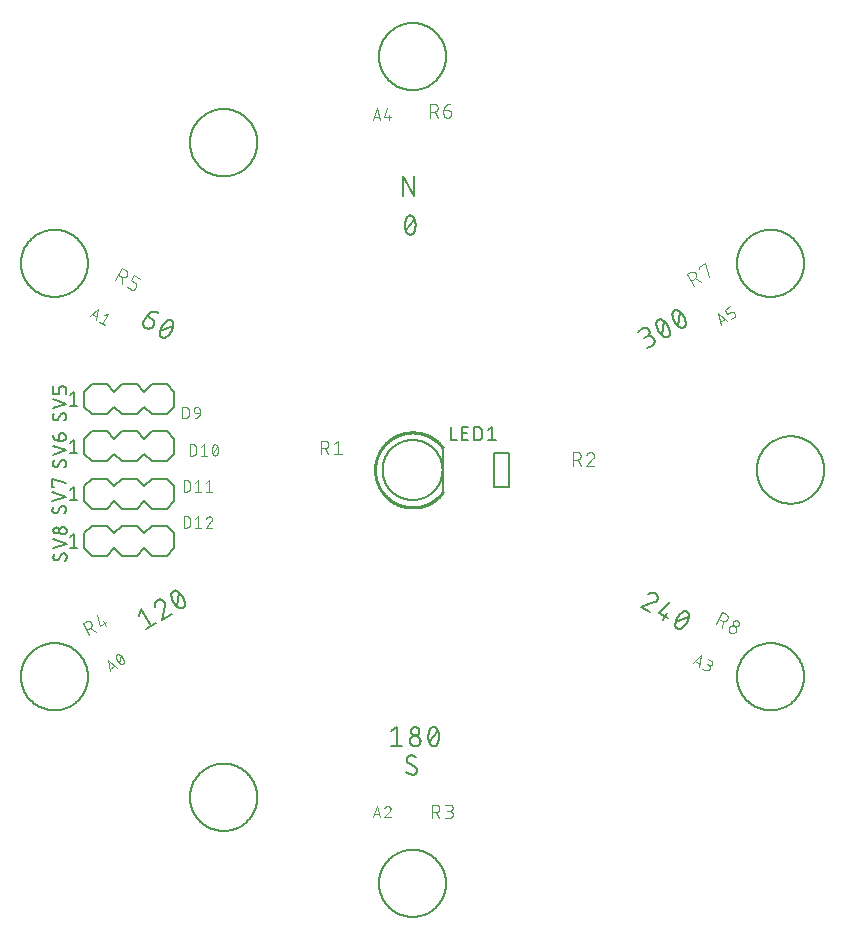
<source format=gbr>
G04 EAGLE Gerber RS-274X export*
G75*
%MOMM*%
%FSLAX34Y34*%
%LPD*%
%INSilkscreen Top*%
%IPPOS*%
%AMOC8*
5,1,8,0,0,1.08239X$1,22.5*%
G01*
%ADD10C,0.152400*%
%ADD11C,0.076200*%
%ADD12C,0.203200*%
%ADD13C,0.254000*%
%ADD14C,0.127000*%
%ADD15C,0.101600*%


D10*
X492252Y732282D02*
X492252Y748538D01*
X501283Y732282D01*
X501283Y748538D01*
X503823Y245674D02*
X503821Y245556D01*
X503815Y245438D01*
X503806Y245320D01*
X503792Y245203D01*
X503775Y245086D01*
X503754Y244969D01*
X503729Y244854D01*
X503700Y244739D01*
X503667Y244625D01*
X503631Y244513D01*
X503591Y244402D01*
X503548Y244292D01*
X503501Y244183D01*
X503451Y244076D01*
X503396Y243971D01*
X503339Y243868D01*
X503278Y243767D01*
X503214Y243667D01*
X503147Y243570D01*
X503077Y243475D01*
X503003Y243383D01*
X502927Y243292D01*
X502847Y243205D01*
X502765Y243120D01*
X502680Y243038D01*
X502593Y242958D01*
X502502Y242882D01*
X502410Y242808D01*
X502315Y242738D01*
X502218Y242671D01*
X502118Y242607D01*
X502017Y242546D01*
X501914Y242489D01*
X501809Y242434D01*
X501702Y242384D01*
X501593Y242337D01*
X501483Y242294D01*
X501372Y242254D01*
X501260Y242218D01*
X501146Y242185D01*
X501031Y242156D01*
X500916Y242131D01*
X500799Y242110D01*
X500682Y242093D01*
X500565Y242079D01*
X500447Y242070D01*
X500329Y242064D01*
X500211Y242062D01*
X500028Y242064D01*
X499846Y242071D01*
X499664Y242082D01*
X499482Y242097D01*
X499300Y242117D01*
X499119Y242140D01*
X498939Y242169D01*
X498759Y242201D01*
X498580Y242238D01*
X498403Y242279D01*
X498226Y242325D01*
X498050Y242374D01*
X497876Y242428D01*
X497702Y242486D01*
X497531Y242548D01*
X497361Y242614D01*
X497192Y242685D01*
X497025Y242759D01*
X496860Y242837D01*
X496697Y242919D01*
X496536Y243005D01*
X496377Y243095D01*
X496220Y243189D01*
X496066Y243286D01*
X495914Y243387D01*
X495764Y243492D01*
X495617Y243600D01*
X495473Y243711D01*
X495331Y243826D01*
X495192Y243945D01*
X495056Y244067D01*
X494923Y244192D01*
X494793Y244320D01*
X495244Y254706D02*
X495246Y254824D01*
X495252Y254942D01*
X495261Y255060D01*
X495275Y255177D01*
X495292Y255294D01*
X495313Y255411D01*
X495338Y255526D01*
X495367Y255641D01*
X495400Y255755D01*
X495436Y255867D01*
X495476Y255978D01*
X495519Y256088D01*
X495566Y256197D01*
X495616Y256304D01*
X495671Y256409D01*
X495728Y256512D01*
X495789Y256613D01*
X495853Y256713D01*
X495920Y256810D01*
X495990Y256905D01*
X496064Y256997D01*
X496140Y257088D01*
X496220Y257175D01*
X496302Y257260D01*
X496387Y257342D01*
X496474Y257422D01*
X496565Y257498D01*
X496657Y257572D01*
X496752Y257642D01*
X496849Y257709D01*
X496949Y257773D01*
X497050Y257834D01*
X497153Y257892D01*
X497258Y257946D01*
X497365Y257996D01*
X497474Y258043D01*
X497584Y258087D01*
X497695Y258126D01*
X497808Y258162D01*
X497921Y258195D01*
X498036Y258224D01*
X498151Y258249D01*
X498268Y258270D01*
X498385Y258287D01*
X498502Y258301D01*
X498620Y258310D01*
X498738Y258316D01*
X498856Y258318D01*
X499017Y258316D01*
X499179Y258310D01*
X499340Y258301D01*
X499501Y258287D01*
X499661Y258270D01*
X499821Y258249D01*
X499981Y258224D01*
X500140Y258195D01*
X500298Y258163D01*
X500455Y258127D01*
X500611Y258087D01*
X500767Y258043D01*
X500921Y257995D01*
X501074Y257944D01*
X501226Y257890D01*
X501377Y257831D01*
X501526Y257770D01*
X501673Y257704D01*
X501819Y257635D01*
X501964Y257563D01*
X502106Y257487D01*
X502247Y257408D01*
X502386Y257326D01*
X502522Y257240D01*
X502657Y257151D01*
X502790Y257059D01*
X502920Y256963D01*
X497049Y251545D02*
X496948Y251607D01*
X496848Y251672D01*
X496751Y251741D01*
X496656Y251813D01*
X496563Y251887D01*
X496473Y251965D01*
X496385Y252046D01*
X496300Y252129D01*
X496218Y252215D01*
X496139Y252304D01*
X496062Y252395D01*
X495989Y252489D01*
X495918Y252585D01*
X495851Y252683D01*
X495787Y252783D01*
X495726Y252886D01*
X495669Y252990D01*
X495615Y253096D01*
X495565Y253204D01*
X495518Y253313D01*
X495474Y253424D01*
X495434Y253536D01*
X495398Y253650D01*
X495366Y253764D01*
X495337Y253880D01*
X495312Y253996D01*
X495291Y254113D01*
X495274Y254231D01*
X495260Y254349D01*
X495251Y254468D01*
X495245Y254587D01*
X495243Y254706D01*
X502017Y248835D02*
X502118Y248773D01*
X502218Y248708D01*
X502315Y248639D01*
X502410Y248567D01*
X502503Y248493D01*
X502593Y248415D01*
X502681Y248334D01*
X502766Y248251D01*
X502848Y248165D01*
X502927Y248076D01*
X503004Y247985D01*
X503077Y247891D01*
X503148Y247795D01*
X503215Y247697D01*
X503279Y247597D01*
X503340Y247494D01*
X503397Y247390D01*
X503451Y247284D01*
X503501Y247176D01*
X503548Y247067D01*
X503592Y246956D01*
X503632Y246844D01*
X503668Y246730D01*
X503700Y246616D01*
X503729Y246500D01*
X503754Y246384D01*
X503775Y246267D01*
X503792Y246149D01*
X503806Y246031D01*
X503815Y245912D01*
X503821Y245793D01*
X503823Y245674D01*
X502017Y248835D02*
X497050Y251545D01*
D11*
X306451Y451231D02*
X306451Y460629D01*
X309062Y460629D01*
X309162Y460627D01*
X309262Y460621D01*
X309361Y460612D01*
X309461Y460598D01*
X309559Y460581D01*
X309657Y460560D01*
X309754Y460536D01*
X309850Y460507D01*
X309945Y460475D01*
X310038Y460440D01*
X310130Y460401D01*
X310221Y460358D01*
X310309Y460312D01*
X310396Y460262D01*
X310481Y460210D01*
X310564Y460154D01*
X310645Y460095D01*
X310723Y460032D01*
X310799Y459967D01*
X310873Y459899D01*
X310943Y459829D01*
X311011Y459755D01*
X311076Y459679D01*
X311139Y459601D01*
X311198Y459520D01*
X311254Y459437D01*
X311306Y459352D01*
X311356Y459265D01*
X311402Y459177D01*
X311445Y459086D01*
X311484Y458994D01*
X311519Y458901D01*
X311551Y458806D01*
X311580Y458710D01*
X311604Y458613D01*
X311625Y458515D01*
X311642Y458417D01*
X311656Y458317D01*
X311665Y458218D01*
X311671Y458118D01*
X311673Y458018D01*
X311672Y458018D02*
X311672Y453842D01*
X311673Y453842D02*
X311671Y453742D01*
X311665Y453642D01*
X311656Y453543D01*
X311642Y453443D01*
X311625Y453345D01*
X311604Y453247D01*
X311580Y453150D01*
X311551Y453054D01*
X311519Y452959D01*
X311484Y452866D01*
X311445Y452774D01*
X311402Y452683D01*
X311356Y452595D01*
X311306Y452508D01*
X311254Y452423D01*
X311198Y452340D01*
X311139Y452259D01*
X311076Y452181D01*
X311011Y452105D01*
X310943Y452031D01*
X310873Y451961D01*
X310799Y451893D01*
X310723Y451828D01*
X310645Y451765D01*
X310564Y451706D01*
X310481Y451650D01*
X310396Y451598D01*
X310309Y451548D01*
X310221Y451502D01*
X310130Y451459D01*
X310038Y451420D01*
X309945Y451385D01*
X309850Y451353D01*
X309754Y451324D01*
X309657Y451300D01*
X309559Y451279D01*
X309461Y451262D01*
X309361Y451248D01*
X309262Y451239D01*
X309162Y451233D01*
X309062Y451231D01*
X306451Y451231D01*
X315900Y458541D02*
X318510Y460629D01*
X318510Y451231D01*
X315900Y451231D02*
X321121Y451231D01*
X330265Y458280D02*
X330263Y458375D01*
X330257Y458469D01*
X330248Y458563D01*
X330235Y458657D01*
X330218Y458750D01*
X330197Y458842D01*
X330172Y458934D01*
X330144Y459024D01*
X330112Y459113D01*
X330077Y459201D01*
X330038Y459287D01*
X329996Y459372D01*
X329950Y459455D01*
X329901Y459536D01*
X329849Y459615D01*
X329794Y459692D01*
X329735Y459766D01*
X329674Y459838D01*
X329610Y459908D01*
X329543Y459975D01*
X329473Y460039D01*
X329401Y460100D01*
X329327Y460159D01*
X329250Y460214D01*
X329171Y460266D01*
X329090Y460315D01*
X329007Y460361D01*
X328922Y460403D01*
X328836Y460442D01*
X328748Y460477D01*
X328659Y460509D01*
X328569Y460537D01*
X328477Y460562D01*
X328385Y460583D01*
X328292Y460600D01*
X328198Y460613D01*
X328104Y460622D01*
X328010Y460628D01*
X327915Y460630D01*
X327915Y460629D02*
X327807Y460627D01*
X327698Y460621D01*
X327590Y460611D01*
X327483Y460598D01*
X327376Y460580D01*
X327269Y460559D01*
X327164Y460534D01*
X327059Y460505D01*
X326956Y460473D01*
X326854Y460436D01*
X326753Y460396D01*
X326654Y460353D01*
X326556Y460306D01*
X326460Y460255D01*
X326366Y460201D01*
X326274Y460144D01*
X326184Y460083D01*
X326096Y460019D01*
X326011Y459953D01*
X325928Y459883D01*
X325848Y459810D01*
X325770Y459734D01*
X325695Y459656D01*
X325623Y459575D01*
X325554Y459491D01*
X325488Y459405D01*
X325425Y459317D01*
X325366Y459226D01*
X325309Y459134D01*
X325256Y459039D01*
X325207Y458943D01*
X325161Y458844D01*
X325118Y458745D01*
X325079Y458643D01*
X325044Y458541D01*
X329482Y456452D02*
X329551Y456521D01*
X329617Y456592D01*
X329681Y456665D01*
X329742Y456741D01*
X329800Y456820D01*
X329854Y456900D01*
X329906Y456983D01*
X329954Y457067D01*
X330000Y457153D01*
X330041Y457241D01*
X330080Y457331D01*
X330115Y457422D01*
X330146Y457514D01*
X330174Y457607D01*
X330198Y457701D01*
X330218Y457796D01*
X330235Y457892D01*
X330248Y457989D01*
X330257Y458086D01*
X330263Y458183D01*
X330265Y458280D01*
X329482Y456452D02*
X325044Y451231D01*
X330265Y451231D01*
X306451Y481711D02*
X306451Y491109D01*
X309062Y491109D01*
X309162Y491107D01*
X309262Y491101D01*
X309361Y491092D01*
X309461Y491078D01*
X309559Y491061D01*
X309657Y491040D01*
X309754Y491016D01*
X309850Y490987D01*
X309945Y490955D01*
X310038Y490920D01*
X310130Y490881D01*
X310221Y490838D01*
X310309Y490792D01*
X310396Y490742D01*
X310481Y490690D01*
X310564Y490634D01*
X310645Y490575D01*
X310723Y490512D01*
X310799Y490447D01*
X310873Y490379D01*
X310943Y490309D01*
X311011Y490235D01*
X311076Y490159D01*
X311139Y490081D01*
X311198Y490000D01*
X311254Y489917D01*
X311306Y489832D01*
X311356Y489745D01*
X311402Y489657D01*
X311445Y489566D01*
X311484Y489474D01*
X311519Y489381D01*
X311551Y489286D01*
X311580Y489190D01*
X311604Y489093D01*
X311625Y488995D01*
X311642Y488897D01*
X311656Y488797D01*
X311665Y488698D01*
X311671Y488598D01*
X311673Y488498D01*
X311672Y488498D02*
X311672Y484322D01*
X311673Y484322D02*
X311671Y484222D01*
X311665Y484122D01*
X311656Y484023D01*
X311642Y483923D01*
X311625Y483825D01*
X311604Y483727D01*
X311580Y483630D01*
X311551Y483534D01*
X311519Y483439D01*
X311484Y483346D01*
X311445Y483254D01*
X311402Y483163D01*
X311356Y483075D01*
X311306Y482988D01*
X311254Y482903D01*
X311198Y482820D01*
X311139Y482739D01*
X311076Y482661D01*
X311011Y482585D01*
X310943Y482511D01*
X310873Y482441D01*
X310799Y482373D01*
X310723Y482308D01*
X310645Y482245D01*
X310564Y482186D01*
X310481Y482130D01*
X310396Y482078D01*
X310309Y482028D01*
X310221Y481982D01*
X310130Y481939D01*
X310038Y481900D01*
X309945Y481865D01*
X309850Y481833D01*
X309754Y481804D01*
X309657Y481780D01*
X309559Y481759D01*
X309461Y481742D01*
X309361Y481728D01*
X309262Y481719D01*
X309162Y481713D01*
X309062Y481711D01*
X306451Y481711D01*
X315900Y489021D02*
X318510Y491109D01*
X318510Y481711D01*
X315900Y481711D02*
X321121Y481711D01*
X325044Y489021D02*
X327654Y491109D01*
X327654Y481711D01*
X325044Y481711D02*
X330265Y481711D01*
X311531Y512191D02*
X311531Y521589D01*
X314142Y521589D01*
X314242Y521587D01*
X314342Y521581D01*
X314441Y521572D01*
X314541Y521558D01*
X314639Y521541D01*
X314737Y521520D01*
X314834Y521496D01*
X314930Y521467D01*
X315025Y521435D01*
X315118Y521400D01*
X315210Y521361D01*
X315301Y521318D01*
X315389Y521272D01*
X315476Y521222D01*
X315561Y521170D01*
X315644Y521114D01*
X315725Y521055D01*
X315803Y520992D01*
X315879Y520927D01*
X315953Y520859D01*
X316023Y520789D01*
X316091Y520715D01*
X316156Y520639D01*
X316219Y520561D01*
X316278Y520480D01*
X316334Y520397D01*
X316386Y520312D01*
X316436Y520225D01*
X316482Y520137D01*
X316525Y520046D01*
X316564Y519954D01*
X316599Y519861D01*
X316631Y519766D01*
X316660Y519670D01*
X316684Y519573D01*
X316705Y519475D01*
X316722Y519377D01*
X316736Y519277D01*
X316745Y519178D01*
X316751Y519078D01*
X316753Y518978D01*
X316752Y518978D02*
X316752Y514802D01*
X316753Y514802D02*
X316751Y514702D01*
X316745Y514602D01*
X316736Y514503D01*
X316722Y514403D01*
X316705Y514305D01*
X316684Y514207D01*
X316660Y514110D01*
X316631Y514014D01*
X316599Y513919D01*
X316564Y513826D01*
X316525Y513734D01*
X316482Y513643D01*
X316436Y513555D01*
X316386Y513468D01*
X316334Y513383D01*
X316278Y513300D01*
X316219Y513219D01*
X316156Y513141D01*
X316091Y513065D01*
X316023Y512991D01*
X315953Y512921D01*
X315879Y512853D01*
X315803Y512788D01*
X315725Y512725D01*
X315644Y512666D01*
X315561Y512610D01*
X315476Y512558D01*
X315389Y512508D01*
X315301Y512462D01*
X315210Y512419D01*
X315118Y512380D01*
X315025Y512345D01*
X314930Y512313D01*
X314834Y512284D01*
X314737Y512260D01*
X314639Y512239D01*
X314541Y512222D01*
X314441Y512208D01*
X314342Y512199D01*
X314242Y512193D01*
X314142Y512191D01*
X311531Y512191D01*
X320980Y519501D02*
X323590Y521589D01*
X323590Y512191D01*
X320980Y512191D02*
X326201Y512191D01*
X330123Y516890D02*
X330125Y517075D01*
X330132Y517260D01*
X330143Y517444D01*
X330158Y517628D01*
X330178Y517812D01*
X330202Y517996D01*
X330231Y518178D01*
X330264Y518360D01*
X330301Y518541D01*
X330343Y518721D01*
X330389Y518901D01*
X330439Y519079D01*
X330493Y519255D01*
X330552Y519431D01*
X330614Y519605D01*
X330681Y519777D01*
X330752Y519948D01*
X330827Y520117D01*
X330906Y520284D01*
X330936Y520364D01*
X330969Y520443D01*
X331006Y520520D01*
X331046Y520596D01*
X331089Y520670D01*
X331135Y520742D01*
X331185Y520811D01*
X331237Y520879D01*
X331293Y520944D01*
X331351Y521007D01*
X331413Y521066D01*
X331476Y521124D01*
X331543Y521178D01*
X331611Y521229D01*
X331682Y521277D01*
X331755Y521322D01*
X331829Y521364D01*
X331906Y521402D01*
X331984Y521437D01*
X332063Y521469D01*
X332144Y521497D01*
X332226Y521521D01*
X332310Y521542D01*
X332393Y521559D01*
X332478Y521572D01*
X332563Y521581D01*
X332648Y521587D01*
X332734Y521589D01*
X332820Y521587D01*
X332905Y521581D01*
X332990Y521572D01*
X333075Y521559D01*
X333158Y521542D01*
X333242Y521521D01*
X333324Y521497D01*
X333405Y521469D01*
X333484Y521437D01*
X333562Y521402D01*
X333639Y521364D01*
X333713Y521322D01*
X333786Y521277D01*
X333857Y521229D01*
X333925Y521178D01*
X333992Y521124D01*
X334055Y521066D01*
X334117Y521007D01*
X334175Y520944D01*
X334231Y520879D01*
X334283Y520811D01*
X334333Y520742D01*
X334379Y520670D01*
X334422Y520596D01*
X334462Y520520D01*
X334499Y520443D01*
X334532Y520364D01*
X334562Y520284D01*
X334641Y520117D01*
X334716Y519948D01*
X334787Y519777D01*
X334854Y519605D01*
X334916Y519431D01*
X334975Y519255D01*
X335029Y519079D01*
X335079Y518901D01*
X335125Y518721D01*
X335167Y518541D01*
X335204Y518360D01*
X335237Y518178D01*
X335266Y517996D01*
X335290Y517812D01*
X335310Y517628D01*
X335325Y517444D01*
X335336Y517260D01*
X335343Y517075D01*
X335345Y516890D01*
X330124Y516890D02*
X330126Y516705D01*
X330133Y516520D01*
X330144Y516336D01*
X330159Y516152D01*
X330179Y515968D01*
X330203Y515784D01*
X330232Y515602D01*
X330265Y515420D01*
X330302Y515239D01*
X330344Y515059D01*
X330390Y514879D01*
X330440Y514701D01*
X330494Y514525D01*
X330553Y514349D01*
X330615Y514175D01*
X330682Y514003D01*
X330753Y513832D01*
X330828Y513663D01*
X330907Y513496D01*
X330906Y513496D02*
X330936Y513416D01*
X330969Y513337D01*
X331006Y513260D01*
X331046Y513184D01*
X331089Y513110D01*
X331135Y513038D01*
X331185Y512969D01*
X331238Y512901D01*
X331293Y512836D01*
X331352Y512773D01*
X331413Y512714D01*
X331476Y512656D01*
X331543Y512602D01*
X331611Y512551D01*
X331682Y512503D01*
X331755Y512458D01*
X331829Y512416D01*
X331906Y512378D01*
X331984Y512343D01*
X332063Y512311D01*
X332144Y512283D01*
X332226Y512259D01*
X332310Y512238D01*
X332393Y512221D01*
X332478Y512208D01*
X332563Y512199D01*
X332648Y512193D01*
X332734Y512191D01*
X334562Y513496D02*
X334641Y513663D01*
X334716Y513832D01*
X334787Y514003D01*
X334854Y514175D01*
X334916Y514349D01*
X334975Y514525D01*
X335029Y514701D01*
X335079Y514879D01*
X335125Y515059D01*
X335167Y515239D01*
X335204Y515420D01*
X335237Y515602D01*
X335266Y515784D01*
X335290Y515968D01*
X335310Y516152D01*
X335325Y516336D01*
X335336Y516520D01*
X335343Y516705D01*
X335345Y516890D01*
X334562Y513496D02*
X334532Y513416D01*
X334499Y513337D01*
X334462Y513260D01*
X334422Y513184D01*
X334379Y513110D01*
X334333Y513038D01*
X334283Y512969D01*
X334231Y512901D01*
X334175Y512836D01*
X334117Y512773D01*
X334055Y512714D01*
X333992Y512656D01*
X333925Y512602D01*
X333857Y512551D01*
X333786Y512503D01*
X333713Y512458D01*
X333639Y512416D01*
X333562Y512378D01*
X333484Y512343D01*
X333405Y512311D01*
X333324Y512283D01*
X333242Y512259D01*
X333158Y512238D01*
X333075Y512221D01*
X332990Y512208D01*
X332905Y512199D01*
X332820Y512193D01*
X332734Y512191D01*
X330646Y514279D02*
X334823Y519501D01*
X305181Y543941D02*
X305181Y553339D01*
X307792Y553339D01*
X307892Y553337D01*
X307992Y553331D01*
X308091Y553322D01*
X308191Y553308D01*
X308289Y553291D01*
X308387Y553270D01*
X308484Y553246D01*
X308580Y553217D01*
X308675Y553185D01*
X308768Y553150D01*
X308860Y553111D01*
X308951Y553068D01*
X309039Y553022D01*
X309126Y552972D01*
X309211Y552920D01*
X309294Y552864D01*
X309375Y552805D01*
X309453Y552742D01*
X309529Y552677D01*
X309603Y552609D01*
X309673Y552539D01*
X309741Y552465D01*
X309806Y552389D01*
X309869Y552311D01*
X309928Y552230D01*
X309984Y552147D01*
X310036Y552062D01*
X310086Y551975D01*
X310132Y551887D01*
X310175Y551796D01*
X310214Y551704D01*
X310249Y551611D01*
X310281Y551516D01*
X310310Y551420D01*
X310334Y551323D01*
X310355Y551225D01*
X310372Y551127D01*
X310386Y551027D01*
X310395Y550928D01*
X310401Y550828D01*
X310403Y550728D01*
X310402Y550728D02*
X310402Y546552D01*
X310403Y546552D02*
X310401Y546452D01*
X310395Y546352D01*
X310386Y546253D01*
X310372Y546153D01*
X310355Y546055D01*
X310334Y545957D01*
X310310Y545860D01*
X310281Y545764D01*
X310249Y545669D01*
X310214Y545576D01*
X310175Y545484D01*
X310132Y545393D01*
X310086Y545305D01*
X310036Y545218D01*
X309984Y545133D01*
X309928Y545050D01*
X309869Y544969D01*
X309806Y544891D01*
X309741Y544815D01*
X309673Y544741D01*
X309603Y544671D01*
X309529Y544603D01*
X309453Y544538D01*
X309375Y544475D01*
X309294Y544416D01*
X309211Y544360D01*
X309126Y544308D01*
X309039Y544258D01*
X308951Y544212D01*
X308860Y544169D01*
X308768Y544130D01*
X308675Y544095D01*
X308580Y544063D01*
X308484Y544034D01*
X308387Y544010D01*
X308289Y543989D01*
X308191Y543972D01*
X308091Y543958D01*
X307992Y543949D01*
X307892Y543943D01*
X307792Y543941D01*
X305181Y543941D01*
X316718Y548118D02*
X319851Y548118D01*
X316718Y548118D02*
X316629Y548120D01*
X316541Y548126D01*
X316453Y548135D01*
X316365Y548148D01*
X316278Y548165D01*
X316192Y548185D01*
X316107Y548210D01*
X316022Y548237D01*
X315939Y548269D01*
X315858Y548303D01*
X315778Y548342D01*
X315700Y548383D01*
X315623Y548428D01*
X315549Y548476D01*
X315476Y548527D01*
X315406Y548581D01*
X315339Y548639D01*
X315273Y548699D01*
X315211Y548761D01*
X315151Y548827D01*
X315093Y548894D01*
X315039Y548964D01*
X314988Y549037D01*
X314940Y549111D01*
X314895Y549188D01*
X314854Y549266D01*
X314815Y549346D01*
X314781Y549427D01*
X314749Y549510D01*
X314722Y549595D01*
X314697Y549680D01*
X314677Y549766D01*
X314660Y549853D01*
X314647Y549941D01*
X314638Y550029D01*
X314632Y550117D01*
X314630Y550206D01*
X314630Y550728D01*
X314629Y550728D02*
X314631Y550829D01*
X314637Y550930D01*
X314647Y551031D01*
X314660Y551131D01*
X314678Y551231D01*
X314699Y551330D01*
X314725Y551428D01*
X314754Y551525D01*
X314786Y551621D01*
X314823Y551715D01*
X314863Y551808D01*
X314907Y551900D01*
X314954Y551989D01*
X315005Y552077D01*
X315059Y552163D01*
X315116Y552246D01*
X315176Y552328D01*
X315240Y552406D01*
X315306Y552483D01*
X315376Y552556D01*
X315448Y552627D01*
X315523Y552695D01*
X315601Y552760D01*
X315681Y552822D01*
X315763Y552881D01*
X315848Y552937D01*
X315935Y552989D01*
X316023Y553038D01*
X316114Y553084D01*
X316206Y553125D01*
X316300Y553164D01*
X316395Y553198D01*
X316491Y553229D01*
X316589Y553256D01*
X316687Y553280D01*
X316787Y553299D01*
X316887Y553315D01*
X316987Y553327D01*
X317088Y553335D01*
X317189Y553339D01*
X317291Y553339D01*
X317392Y553335D01*
X317493Y553327D01*
X317593Y553315D01*
X317693Y553299D01*
X317793Y553280D01*
X317891Y553256D01*
X317989Y553229D01*
X318085Y553198D01*
X318180Y553164D01*
X318274Y553125D01*
X318366Y553084D01*
X318457Y553038D01*
X318546Y552989D01*
X318632Y552937D01*
X318717Y552881D01*
X318799Y552822D01*
X318879Y552760D01*
X318957Y552695D01*
X319032Y552627D01*
X319104Y552556D01*
X319174Y552483D01*
X319240Y552406D01*
X319304Y552328D01*
X319364Y552246D01*
X319421Y552163D01*
X319475Y552077D01*
X319526Y551989D01*
X319573Y551900D01*
X319617Y551808D01*
X319657Y551715D01*
X319694Y551621D01*
X319726Y551525D01*
X319755Y551428D01*
X319781Y551330D01*
X319802Y551231D01*
X319820Y551131D01*
X319833Y551031D01*
X319843Y550930D01*
X319849Y550829D01*
X319851Y550728D01*
X319851Y548118D01*
X319849Y547992D01*
X319843Y547866D01*
X319834Y547740D01*
X319821Y547615D01*
X319803Y547490D01*
X319783Y547365D01*
X319758Y547241D01*
X319730Y547118D01*
X319698Y546996D01*
X319662Y546875D01*
X319623Y546755D01*
X319580Y546637D01*
X319533Y546520D01*
X319483Y546404D01*
X319429Y546289D01*
X319373Y546177D01*
X319312Y546066D01*
X319249Y545957D01*
X319182Y545850D01*
X319112Y545745D01*
X319038Y545642D01*
X318962Y545542D01*
X318883Y545444D01*
X318801Y545348D01*
X318715Y545255D01*
X318628Y545164D01*
X318537Y545077D01*
X318444Y544991D01*
X318348Y544909D01*
X318250Y544830D01*
X318150Y544754D01*
X318047Y544680D01*
X317942Y544610D01*
X317835Y544543D01*
X317726Y544480D01*
X317615Y544419D01*
X317503Y544363D01*
X317388Y544309D01*
X317272Y544259D01*
X317155Y544212D01*
X317037Y544169D01*
X316917Y544130D01*
X316796Y544094D01*
X316674Y544062D01*
X316551Y544034D01*
X316427Y544009D01*
X316302Y543989D01*
X316177Y543971D01*
X316052Y543958D01*
X315926Y543949D01*
X315800Y543943D01*
X315674Y543941D01*
X466471Y796671D02*
X469604Y806069D01*
X472736Y796671D01*
X471953Y799021D02*
X467254Y799021D01*
X476137Y798759D02*
X478226Y806069D01*
X476137Y798759D02*
X481358Y798759D01*
X479792Y800848D02*
X479792Y796671D01*
X758883Y632526D02*
X760869Y622820D01*
X766295Y625953D02*
X758883Y632526D01*
X760373Y625247D02*
X764442Y627596D01*
X769240Y627653D02*
X771953Y629220D01*
X772031Y629267D01*
X772107Y629318D01*
X772180Y629371D01*
X772251Y629429D01*
X772320Y629489D01*
X772385Y629552D01*
X772448Y629617D01*
X772509Y629686D01*
X772566Y629757D01*
X772619Y629830D01*
X772670Y629906D01*
X772717Y629984D01*
X772761Y630064D01*
X772801Y630146D01*
X772838Y630229D01*
X772871Y630314D01*
X772900Y630400D01*
X772926Y630488D01*
X772948Y630576D01*
X772965Y630665D01*
X772979Y630755D01*
X772989Y630846D01*
X772995Y630937D01*
X772997Y631028D01*
X772995Y631119D01*
X772989Y631210D01*
X772979Y631301D01*
X772965Y631391D01*
X772948Y631480D01*
X772926Y631568D01*
X772900Y631656D01*
X772871Y631742D01*
X772838Y631827D01*
X772801Y631910D01*
X772761Y631992D01*
X772717Y632072D01*
X772718Y632073D02*
X772196Y632977D01*
X772195Y632977D02*
X772149Y633053D01*
X772100Y633127D01*
X772048Y633198D01*
X771993Y633268D01*
X771935Y633335D01*
X771874Y633399D01*
X771810Y633461D01*
X771744Y633520D01*
X771676Y633576D01*
X771605Y633629D01*
X771532Y633679D01*
X771456Y633726D01*
X771379Y633770D01*
X771301Y633811D01*
X771220Y633848D01*
X771138Y633881D01*
X771055Y633911D01*
X770970Y633938D01*
X770884Y633961D01*
X770798Y633980D01*
X770711Y633996D01*
X770623Y634008D01*
X770535Y634016D01*
X770446Y634020D01*
X770357Y634021D01*
X770269Y634018D01*
X770180Y634011D01*
X770092Y634000D01*
X770005Y633986D01*
X769918Y633968D01*
X769832Y633946D01*
X769747Y633921D01*
X769664Y633892D01*
X769581Y633859D01*
X769500Y633823D01*
X769421Y633784D01*
X769343Y633741D01*
X766630Y632175D01*
X764541Y635792D01*
X769063Y638403D01*
X233992Y636632D02*
X226580Y630059D01*
X232006Y626927D02*
X233992Y636632D01*
X232503Y629353D02*
X228433Y631703D01*
X238606Y631557D02*
X241911Y632060D01*
X237212Y623921D01*
X234951Y625226D02*
X239473Y622616D01*
X737120Y336689D02*
X744532Y343262D01*
X742546Y333557D01*
X743043Y335983D02*
X738973Y338333D01*
X745491Y331856D02*
X747752Y330551D01*
X747841Y330502D01*
X747932Y330456D01*
X748024Y330415D01*
X748118Y330376D01*
X748213Y330342D01*
X748309Y330311D01*
X748407Y330284D01*
X748505Y330260D01*
X748605Y330241D01*
X748705Y330225D01*
X748805Y330213D01*
X748906Y330205D01*
X749007Y330201D01*
X749109Y330201D01*
X749210Y330205D01*
X749311Y330213D01*
X749411Y330225D01*
X749511Y330241D01*
X749611Y330260D01*
X749709Y330284D01*
X749807Y330311D01*
X749903Y330342D01*
X749998Y330376D01*
X750092Y330415D01*
X750184Y330456D01*
X750275Y330502D01*
X750363Y330551D01*
X750450Y330603D01*
X750535Y330659D01*
X750617Y330718D01*
X750697Y330780D01*
X750775Y330845D01*
X750850Y330913D01*
X750922Y330984D01*
X750992Y331057D01*
X751058Y331134D01*
X751122Y331213D01*
X751182Y331294D01*
X751239Y331377D01*
X751293Y331463D01*
X751344Y331551D01*
X751391Y331640D01*
X751435Y331732D01*
X751475Y331825D01*
X751512Y331919D01*
X751544Y332015D01*
X751573Y332112D01*
X751599Y332210D01*
X751620Y332309D01*
X751638Y332409D01*
X751651Y332509D01*
X751661Y332610D01*
X751667Y332711D01*
X751669Y332812D01*
X751667Y332913D01*
X751661Y333014D01*
X751651Y333115D01*
X751638Y333215D01*
X751620Y333315D01*
X751599Y333414D01*
X751573Y333512D01*
X751544Y333609D01*
X751512Y333705D01*
X751475Y333799D01*
X751435Y333892D01*
X751391Y333984D01*
X751344Y334073D01*
X751293Y334161D01*
X751239Y334247D01*
X751182Y334330D01*
X751122Y334412D01*
X751058Y334490D01*
X750992Y334567D01*
X750922Y334640D01*
X750850Y334711D01*
X750775Y334779D01*
X750697Y334844D01*
X750617Y334906D01*
X750535Y334965D01*
X750450Y335021D01*
X750363Y335073D01*
X752903Y338429D02*
X750190Y339995D01*
X752903Y338428D02*
X752981Y338381D01*
X753057Y338330D01*
X753130Y338277D01*
X753201Y338219D01*
X753270Y338159D01*
X753335Y338096D01*
X753398Y338031D01*
X753459Y337962D01*
X753516Y337891D01*
X753569Y337818D01*
X753620Y337742D01*
X753667Y337664D01*
X753711Y337584D01*
X753751Y337502D01*
X753788Y337419D01*
X753821Y337334D01*
X753850Y337248D01*
X753876Y337160D01*
X753898Y337072D01*
X753915Y336983D01*
X753929Y336893D01*
X753939Y336802D01*
X753945Y336711D01*
X753947Y336620D01*
X753945Y336529D01*
X753939Y336438D01*
X753929Y336347D01*
X753915Y336257D01*
X753898Y336168D01*
X753876Y336080D01*
X753850Y335992D01*
X753821Y335906D01*
X753788Y335821D01*
X753751Y335738D01*
X753711Y335656D01*
X753667Y335576D01*
X753620Y335498D01*
X753569Y335422D01*
X753516Y335349D01*
X753459Y335278D01*
X753398Y335209D01*
X753335Y335144D01*
X753270Y335081D01*
X753201Y335021D01*
X753130Y334963D01*
X753057Y334910D01*
X752981Y334859D01*
X752903Y334812D01*
X752823Y334768D01*
X752741Y334728D01*
X752658Y334691D01*
X752573Y334658D01*
X752487Y334629D01*
X752399Y334603D01*
X752311Y334581D01*
X752222Y334564D01*
X752132Y334550D01*
X752041Y334540D01*
X751950Y334534D01*
X751859Y334532D01*
X751768Y334534D01*
X751677Y334540D01*
X751586Y334550D01*
X751496Y334564D01*
X751407Y334581D01*
X751319Y334603D01*
X751231Y334629D01*
X751145Y334658D01*
X751060Y334691D01*
X750977Y334728D01*
X750895Y334768D01*
X750815Y334812D01*
X749006Y335856D01*
X243979Y329450D02*
X241993Y339156D01*
X249405Y332583D01*
X247552Y334226D02*
X243483Y331877D01*
X250001Y338353D02*
X249910Y338514D01*
X249824Y338678D01*
X249741Y338843D01*
X249662Y339010D01*
X249587Y339179D01*
X249517Y339350D01*
X249450Y339523D01*
X249388Y339697D01*
X249329Y339872D01*
X249275Y340049D01*
X249225Y340227D01*
X249180Y340406D01*
X249138Y340587D01*
X249102Y340768D01*
X249069Y340950D01*
X249041Y341132D01*
X249017Y341316D01*
X248997Y341500D01*
X248982Y341684D01*
X248967Y341768D01*
X248957Y341853D01*
X248950Y341938D01*
X248946Y342024D01*
X248947Y342110D01*
X248951Y342195D01*
X248959Y342280D01*
X248971Y342365D01*
X248987Y342449D01*
X249006Y342533D01*
X249029Y342615D01*
X249056Y342696D01*
X249086Y342776D01*
X249119Y342855D01*
X249157Y342932D01*
X249197Y343008D01*
X249241Y343081D01*
X249288Y343153D01*
X249338Y343222D01*
X249391Y343289D01*
X249447Y343354D01*
X249506Y343416D01*
X249568Y343475D01*
X249632Y343532D01*
X249699Y343585D01*
X249768Y343636D01*
X249839Y343684D01*
X249912Y343728D01*
X249987Y343769D01*
X250064Y343807D01*
X250142Y343841D01*
X250222Y343872D01*
X250303Y343900D01*
X250386Y343923D01*
X250469Y343943D01*
X250553Y343959D01*
X250637Y343972D01*
X250723Y343981D01*
X250808Y343986D01*
X250894Y343987D01*
X250979Y343984D01*
X251064Y343978D01*
X251149Y343968D01*
X251234Y343954D01*
X251318Y343936D01*
X251400Y343915D01*
X251482Y343890D01*
X251563Y343861D01*
X251642Y343829D01*
X251720Y343794D01*
X251796Y343755D01*
X251871Y343712D01*
X251943Y343667D01*
X252013Y343618D01*
X252082Y343566D01*
X252147Y343511D01*
X252148Y343510D02*
X252300Y343405D01*
X252449Y343296D01*
X252596Y343184D01*
X252740Y343068D01*
X252881Y342949D01*
X253020Y342826D01*
X253155Y342700D01*
X253287Y342571D01*
X253417Y342439D01*
X253543Y342304D01*
X253666Y342166D01*
X253785Y342025D01*
X253901Y341881D01*
X254014Y341734D01*
X254123Y341585D01*
X254228Y341433D01*
X254330Y341279D01*
X254428Y341122D01*
X254523Y340963D01*
X250002Y338353D02*
X250096Y338194D01*
X250194Y338038D01*
X250296Y337883D01*
X250401Y337732D01*
X250511Y337582D01*
X250623Y337436D01*
X250739Y337292D01*
X250859Y337151D01*
X250981Y337012D01*
X251108Y336877D01*
X251237Y336745D01*
X251369Y336616D01*
X251505Y336490D01*
X251643Y336368D01*
X251784Y336248D01*
X251928Y336132D01*
X252075Y336020D01*
X252225Y335911D01*
X252377Y335806D01*
X252376Y335806D02*
X252441Y335751D01*
X252509Y335699D01*
X252580Y335650D01*
X252652Y335605D01*
X252727Y335562D01*
X252803Y335523D01*
X252881Y335488D01*
X252960Y335456D01*
X253041Y335427D01*
X253122Y335402D01*
X253205Y335381D01*
X253289Y335363D01*
X253374Y335349D01*
X253459Y335339D01*
X253544Y335333D01*
X253629Y335330D01*
X253715Y335331D01*
X253800Y335336D01*
X253886Y335345D01*
X253970Y335358D01*
X254054Y335374D01*
X254138Y335394D01*
X254220Y335417D01*
X254301Y335445D01*
X254381Y335476D01*
X254459Y335510D01*
X254536Y335548D01*
X254611Y335589D01*
X255541Y337633D02*
X255526Y337818D01*
X255506Y338001D01*
X255483Y338185D01*
X255454Y338367D01*
X255422Y338549D01*
X255385Y338731D01*
X255343Y338911D01*
X255298Y339090D01*
X255248Y339268D01*
X255194Y339445D01*
X255136Y339620D01*
X255073Y339794D01*
X255007Y339967D01*
X254936Y340138D01*
X254861Y340307D01*
X254782Y340474D01*
X254700Y340639D01*
X254613Y340803D01*
X254522Y340964D01*
X255541Y337633D02*
X255556Y337549D01*
X255566Y337464D01*
X255573Y337379D01*
X255577Y337293D01*
X255576Y337208D01*
X255572Y337122D01*
X255564Y337037D01*
X255552Y336952D01*
X255536Y336868D01*
X255517Y336785D01*
X255494Y336702D01*
X255467Y336621D01*
X255437Y336541D01*
X255404Y336462D01*
X255366Y336385D01*
X255326Y336309D01*
X255282Y336236D01*
X255235Y336164D01*
X255185Y336095D01*
X255132Y336028D01*
X255076Y335963D01*
X255017Y335901D01*
X254955Y335842D01*
X254891Y335785D01*
X254824Y335732D01*
X254755Y335681D01*
X254684Y335633D01*
X254611Y335589D01*
X251758Y336353D02*
X252765Y342963D01*
X469604Y215519D02*
X466471Y206121D01*
X472736Y206121D02*
X469604Y215519D01*
X471953Y208471D02*
X467254Y208471D01*
X479009Y215520D02*
X479104Y215518D01*
X479198Y215512D01*
X479292Y215503D01*
X479386Y215490D01*
X479479Y215473D01*
X479571Y215452D01*
X479663Y215427D01*
X479753Y215399D01*
X479842Y215367D01*
X479930Y215332D01*
X480016Y215293D01*
X480101Y215251D01*
X480184Y215205D01*
X480265Y215156D01*
X480344Y215104D01*
X480421Y215049D01*
X480495Y214990D01*
X480567Y214929D01*
X480637Y214865D01*
X480704Y214798D01*
X480768Y214728D01*
X480829Y214656D01*
X480888Y214582D01*
X480943Y214505D01*
X480995Y214426D01*
X481044Y214345D01*
X481090Y214262D01*
X481132Y214177D01*
X481171Y214091D01*
X481206Y214003D01*
X481238Y213914D01*
X481266Y213824D01*
X481291Y213732D01*
X481312Y213640D01*
X481329Y213547D01*
X481342Y213453D01*
X481351Y213359D01*
X481357Y213265D01*
X481359Y213170D01*
X479009Y215519D02*
X478901Y215517D01*
X478792Y215511D01*
X478684Y215501D01*
X478577Y215488D01*
X478470Y215470D01*
X478363Y215449D01*
X478258Y215424D01*
X478153Y215395D01*
X478050Y215363D01*
X477948Y215326D01*
X477847Y215286D01*
X477748Y215243D01*
X477650Y215196D01*
X477554Y215145D01*
X477460Y215091D01*
X477368Y215034D01*
X477278Y214973D01*
X477190Y214909D01*
X477105Y214843D01*
X477022Y214773D01*
X476942Y214700D01*
X476864Y214624D01*
X476789Y214546D01*
X476717Y214465D01*
X476648Y214381D01*
X476582Y214295D01*
X476519Y214207D01*
X476460Y214116D01*
X476403Y214024D01*
X476350Y213929D01*
X476301Y213833D01*
X476255Y213734D01*
X476212Y213635D01*
X476173Y213533D01*
X476138Y213431D01*
X480576Y211342D02*
X480645Y211411D01*
X480711Y211482D01*
X480775Y211555D01*
X480836Y211631D01*
X480894Y211710D01*
X480948Y211790D01*
X481000Y211873D01*
X481048Y211957D01*
X481094Y212043D01*
X481135Y212131D01*
X481174Y212221D01*
X481209Y212312D01*
X481240Y212404D01*
X481268Y212497D01*
X481292Y212591D01*
X481312Y212686D01*
X481329Y212782D01*
X481342Y212879D01*
X481351Y212976D01*
X481357Y213073D01*
X481359Y213170D01*
X480575Y211342D02*
X476137Y206121D01*
X481358Y206121D01*
D10*
X493522Y707390D02*
X493526Y707710D01*
X493537Y708029D01*
X493556Y708349D01*
X493583Y708667D01*
X493617Y708985D01*
X493659Y709302D01*
X493709Y709618D01*
X493766Y709933D01*
X493830Y710246D01*
X493902Y710558D01*
X493981Y710868D01*
X494068Y711175D01*
X494162Y711481D01*
X494263Y711784D01*
X494372Y712085D01*
X494487Y712383D01*
X494610Y712679D01*
X494740Y712971D01*
X494877Y713260D01*
X494877Y713261D02*
X494916Y713369D01*
X494959Y713476D01*
X495005Y713581D01*
X495056Y713685D01*
X495109Y713787D01*
X495166Y713887D01*
X495227Y713985D01*
X495291Y714080D01*
X495358Y714174D01*
X495429Y714265D01*
X495502Y714354D01*
X495579Y714440D01*
X495658Y714523D01*
X495740Y714604D01*
X495825Y714682D01*
X495913Y714756D01*
X496003Y714828D01*
X496095Y714896D01*
X496190Y714962D01*
X496287Y715024D01*
X496386Y715082D01*
X496488Y715138D01*
X496590Y715189D01*
X496695Y715237D01*
X496801Y715282D01*
X496909Y715323D01*
X497018Y715360D01*
X497128Y715393D01*
X497240Y715422D01*
X497352Y715448D01*
X497465Y715470D01*
X497579Y715487D01*
X497693Y715501D01*
X497808Y715511D01*
X497923Y715517D01*
X498038Y715519D01*
X498038Y715518D02*
X498153Y715516D01*
X498268Y715510D01*
X498383Y715500D01*
X498497Y715486D01*
X498611Y715469D01*
X498724Y715447D01*
X498836Y715421D01*
X498948Y715392D01*
X499058Y715359D01*
X499167Y715322D01*
X499275Y715281D01*
X499381Y715236D01*
X499486Y715188D01*
X499588Y715137D01*
X499689Y715081D01*
X499789Y715023D01*
X499886Y714961D01*
X499980Y714896D01*
X500073Y714827D01*
X500163Y714755D01*
X500251Y714681D01*
X500336Y714603D01*
X500418Y714522D01*
X500497Y714439D01*
X500574Y714353D01*
X500647Y714264D01*
X500718Y714173D01*
X500785Y714079D01*
X500849Y713984D01*
X500910Y713886D01*
X500967Y713786D01*
X501020Y713684D01*
X501071Y713580D01*
X501117Y713475D01*
X501160Y713368D01*
X501199Y713260D01*
X501198Y713260D02*
X501335Y712971D01*
X501465Y712679D01*
X501588Y712383D01*
X501703Y712085D01*
X501812Y711784D01*
X501913Y711481D01*
X502007Y711175D01*
X502094Y710868D01*
X502173Y710558D01*
X502245Y710246D01*
X502309Y709933D01*
X502366Y709618D01*
X502416Y709302D01*
X502458Y708985D01*
X502492Y708667D01*
X502519Y708349D01*
X502538Y708029D01*
X502549Y707710D01*
X502553Y707390D01*
X493522Y707390D02*
X493526Y707070D01*
X493537Y706751D01*
X493556Y706431D01*
X493583Y706113D01*
X493617Y705795D01*
X493659Y705478D01*
X493709Y705162D01*
X493766Y704847D01*
X493830Y704534D01*
X493902Y704222D01*
X493981Y703912D01*
X494068Y703605D01*
X494162Y703299D01*
X494263Y702996D01*
X494372Y702695D01*
X494487Y702397D01*
X494610Y702101D01*
X494740Y701809D01*
X494877Y701520D01*
X494916Y701412D01*
X494959Y701305D01*
X495005Y701200D01*
X495056Y701096D01*
X495109Y700994D01*
X495166Y700894D01*
X495227Y700796D01*
X495291Y700701D01*
X495358Y700607D01*
X495429Y700516D01*
X495502Y700427D01*
X495579Y700341D01*
X495658Y700258D01*
X495740Y700177D01*
X495825Y700099D01*
X495913Y700025D01*
X496003Y699953D01*
X496096Y699884D01*
X496190Y699819D01*
X496287Y699757D01*
X496387Y699699D01*
X496488Y699643D01*
X496590Y699592D01*
X496695Y699544D01*
X496801Y699499D01*
X496909Y699458D01*
X497018Y699421D01*
X497128Y699388D01*
X497240Y699359D01*
X497352Y699333D01*
X497465Y699311D01*
X497579Y699294D01*
X497693Y699280D01*
X497808Y699270D01*
X497923Y699264D01*
X498038Y699262D01*
X501198Y701520D02*
X501335Y701809D01*
X501465Y702101D01*
X501588Y702397D01*
X501703Y702695D01*
X501812Y702996D01*
X501913Y703299D01*
X502007Y703605D01*
X502094Y703912D01*
X502173Y704222D01*
X502245Y704534D01*
X502309Y704847D01*
X502366Y705162D01*
X502416Y705478D01*
X502458Y705795D01*
X502492Y706113D01*
X502519Y706431D01*
X502538Y706751D01*
X502549Y707070D01*
X502553Y707390D01*
X501199Y701520D02*
X501160Y701412D01*
X501117Y701305D01*
X501071Y701200D01*
X501020Y701096D01*
X500967Y700994D01*
X500910Y700894D01*
X500849Y700796D01*
X500785Y700701D01*
X500718Y700607D01*
X500647Y700516D01*
X500574Y700427D01*
X500497Y700341D01*
X500418Y700258D01*
X500336Y700177D01*
X500251Y700099D01*
X500163Y700025D01*
X500073Y699953D01*
X499980Y699884D01*
X499886Y699819D01*
X499789Y699757D01*
X499689Y699699D01*
X499588Y699643D01*
X499485Y699592D01*
X499381Y699544D01*
X499275Y699499D01*
X499167Y699458D01*
X499058Y699421D01*
X498948Y699388D01*
X498836Y699359D01*
X498724Y699333D01*
X498611Y699311D01*
X498497Y699294D01*
X498383Y699280D01*
X498268Y699270D01*
X498153Y699264D01*
X498038Y699262D01*
X494425Y702874D02*
X501650Y711906D01*
X279489Y627691D02*
X274796Y630400D01*
X279489Y627690D02*
X279590Y627629D01*
X279690Y627565D01*
X279787Y627498D01*
X279882Y627428D01*
X279974Y627354D01*
X280065Y627278D01*
X280152Y627198D01*
X280237Y627116D01*
X280319Y627031D01*
X280399Y626944D01*
X280475Y626853D01*
X280549Y626761D01*
X280619Y626666D01*
X280686Y626569D01*
X280750Y626469D01*
X280811Y626368D01*
X280869Y626265D01*
X280923Y626160D01*
X280973Y626053D01*
X281020Y625944D01*
X281063Y625834D01*
X281103Y625723D01*
X281139Y625611D01*
X281172Y625497D01*
X281201Y625382D01*
X281226Y625267D01*
X281247Y625150D01*
X281264Y625033D01*
X281278Y624916D01*
X281287Y624798D01*
X281293Y624680D01*
X281295Y624562D01*
X281293Y624444D01*
X281287Y624326D01*
X281278Y624208D01*
X281264Y624091D01*
X281247Y623974D01*
X281226Y623857D01*
X281201Y623742D01*
X281172Y623627D01*
X281139Y623514D01*
X281103Y623401D01*
X281063Y623290D01*
X281020Y623180D01*
X280973Y623071D01*
X280923Y622964D01*
X280869Y622859D01*
X280811Y622756D01*
X280360Y621974D01*
X280292Y621860D01*
X280221Y621748D01*
X280146Y621639D01*
X280068Y621531D01*
X279988Y621426D01*
X279904Y621324D01*
X279817Y621223D01*
X279727Y621126D01*
X279634Y621031D01*
X279539Y620939D01*
X279441Y620849D01*
X279341Y620763D01*
X279237Y620680D01*
X279132Y620599D01*
X279024Y620522D01*
X278914Y620448D01*
X278802Y620377D01*
X278688Y620310D01*
X278572Y620246D01*
X278454Y620185D01*
X278334Y620128D01*
X278213Y620075D01*
X278090Y620025D01*
X277966Y619978D01*
X277840Y619936D01*
X277714Y619897D01*
X277586Y619861D01*
X277457Y619830D01*
X277327Y619802D01*
X277197Y619778D01*
X277066Y619758D01*
X276934Y619742D01*
X276802Y619730D01*
X276670Y619721D01*
X276537Y619717D01*
X276405Y619716D01*
X276272Y619719D01*
X276140Y619727D01*
X276008Y619738D01*
X275876Y619753D01*
X275745Y619771D01*
X275614Y619794D01*
X275484Y619820D01*
X275355Y619851D01*
X275227Y619885D01*
X275100Y619922D01*
X274974Y619964D01*
X274849Y620009D01*
X274726Y620058D01*
X274604Y620110D01*
X274484Y620166D01*
X274365Y620225D01*
X274249Y620288D01*
X274134Y620355D01*
X274021Y620424D01*
X273910Y620497D01*
X273802Y620573D01*
X273695Y620653D01*
X273592Y620735D01*
X273490Y620820D01*
X273391Y620909D01*
X273295Y621000D01*
X273201Y621094D01*
X273111Y621191D01*
X273023Y621290D01*
X272938Y621392D01*
X272856Y621496D01*
X272777Y621603D01*
X272702Y621712D01*
X272629Y621823D01*
X272560Y621936D01*
X272495Y622051D01*
X272432Y622168D01*
X272373Y622287D01*
X272318Y622407D01*
X272266Y622529D01*
X272218Y622653D01*
X272174Y622778D01*
X272133Y622904D01*
X272096Y623031D01*
X272062Y623160D01*
X272033Y623289D01*
X272007Y623419D01*
X271985Y623550D01*
X271967Y623681D01*
X271953Y623813D01*
X271942Y623945D01*
X271936Y624077D01*
X271933Y624210D01*
X271934Y624342D01*
X271940Y624475D01*
X271949Y624607D01*
X271962Y624739D01*
X271978Y624871D01*
X271999Y625002D01*
X272024Y625132D01*
X272052Y625262D01*
X272084Y625390D01*
X272120Y625518D01*
X272160Y625644D01*
X272203Y625770D01*
X272250Y625894D01*
X272300Y626016D01*
X272355Y626137D01*
X272412Y626257D01*
X272473Y626374D01*
X272538Y626490D01*
X272539Y626489D02*
X274796Y630400D01*
X274887Y630553D01*
X274981Y630703D01*
X275079Y630851D01*
X275180Y630996D01*
X275285Y631139D01*
X275394Y631279D01*
X275506Y631417D01*
X275621Y631552D01*
X275739Y631684D01*
X275861Y631813D01*
X275986Y631938D01*
X276114Y632061D01*
X276245Y632181D01*
X276379Y632297D01*
X276515Y632410D01*
X276655Y632520D01*
X276797Y632626D01*
X276941Y632729D01*
X277088Y632828D01*
X277238Y632923D01*
X277389Y633015D01*
X277543Y633103D01*
X277699Y633188D01*
X277857Y633268D01*
X278017Y633344D01*
X278179Y633417D01*
X278343Y633485D01*
X278508Y633550D01*
X278675Y633610D01*
X278843Y633667D01*
X279012Y633719D01*
X279183Y633767D01*
X279355Y633811D01*
X279528Y633850D01*
X279701Y633885D01*
X279876Y633916D01*
X280051Y633943D01*
X280227Y633966D01*
X280404Y633984D01*
X280580Y633998D01*
X280758Y634007D01*
X280935Y634012D01*
X281112Y634013D01*
X281289Y634009D01*
X281467Y634001D01*
X281643Y633989D01*
X281820Y633972D01*
X281996Y633951D01*
X282172Y633926D01*
X282346Y633896D01*
X282520Y633862D01*
X282694Y633824D01*
X282866Y633782D01*
X283037Y633735D01*
X283207Y633685D01*
X283375Y633630D01*
X283543Y633571D01*
X283708Y633507D01*
X283872Y633440D01*
X284035Y633369D01*
X284195Y633294D01*
X284354Y633215D01*
X284511Y633132D01*
X284665Y633045D01*
X291990Y626209D02*
X291727Y626027D01*
X291469Y625839D01*
X291215Y625644D01*
X290966Y625444D01*
X290721Y625238D01*
X290482Y625026D01*
X290248Y624808D01*
X290019Y624585D01*
X289795Y624356D01*
X289577Y624122D01*
X289364Y623883D01*
X289158Y623639D01*
X288957Y623390D01*
X288762Y623136D01*
X288573Y622878D01*
X288391Y622616D01*
X288215Y622349D01*
X288045Y622078D01*
X287882Y621803D01*
X291990Y626209D02*
X292078Y626284D01*
X292169Y626355D01*
X292262Y626423D01*
X292357Y626487D01*
X292455Y626549D01*
X292554Y626606D01*
X292656Y626661D01*
X292759Y626712D01*
X292864Y626759D01*
X292970Y626803D01*
X293078Y626843D01*
X293188Y626879D01*
X293298Y626912D01*
X293410Y626941D01*
X293522Y626965D01*
X293635Y626986D01*
X293749Y627003D01*
X293864Y627016D01*
X293978Y627026D01*
X294093Y627031D01*
X294208Y627032D01*
X294324Y627029D01*
X294439Y627022D01*
X294553Y627012D01*
X294667Y626997D01*
X294781Y626979D01*
X294894Y626956D01*
X295006Y626930D01*
X295117Y626900D01*
X295227Y626866D01*
X295336Y626828D01*
X295444Y626786D01*
X295549Y626741D01*
X295654Y626692D01*
X295756Y626640D01*
X295857Y626584D01*
X295956Y626525D01*
X296052Y626462D01*
X296147Y626396D01*
X296239Y626327D01*
X296328Y626255D01*
X296416Y626180D01*
X296500Y626101D01*
X296582Y626020D01*
X296661Y625936D01*
X296736Y625850D01*
X296809Y625761D01*
X296879Y625669D01*
X296946Y625575D01*
X297009Y625479D01*
X297069Y625380D01*
X297125Y625280D01*
X297179Y625178D01*
X297228Y625074D01*
X297274Y624968D01*
X297316Y624861D01*
X297355Y624753D01*
X297389Y624643D01*
X297420Y624532D01*
X297447Y624420D01*
X297471Y624307D01*
X297490Y624194D01*
X297505Y624080D01*
X297517Y623965D01*
X297524Y623850D01*
X297528Y623735D01*
X297527Y623620D01*
X297523Y623505D01*
X297514Y623390D01*
X297502Y623275D01*
X297486Y623161D01*
X297466Y623048D01*
X297465Y623048D02*
X297439Y622729D01*
X297405Y622411D01*
X297364Y622094D01*
X297315Y621778D01*
X297259Y621463D01*
X297195Y621150D01*
X297123Y620838D01*
X297044Y620528D01*
X296958Y620220D01*
X296865Y619915D01*
X296764Y619611D01*
X296656Y619310D01*
X296541Y619012D01*
X296418Y618716D01*
X296289Y618424D01*
X296153Y618134D01*
X296010Y617848D01*
X295860Y617566D01*
X295703Y617287D01*
X287882Y621803D02*
X287725Y621524D01*
X287575Y621241D01*
X287432Y620955D01*
X287296Y620666D01*
X287167Y620373D01*
X287044Y620078D01*
X286929Y619780D01*
X286821Y619479D01*
X286720Y619175D01*
X286627Y618869D01*
X286541Y618561D01*
X286462Y618251D01*
X286391Y617940D01*
X286327Y617626D01*
X286270Y617312D01*
X286221Y616996D01*
X286180Y616678D01*
X286146Y616360D01*
X286120Y616042D01*
X286119Y616041D02*
X286099Y615928D01*
X286083Y615814D01*
X286071Y615699D01*
X286062Y615584D01*
X286058Y615469D01*
X286057Y615354D01*
X286061Y615239D01*
X286068Y615124D01*
X286080Y615009D01*
X286095Y614895D01*
X286114Y614782D01*
X286138Y614669D01*
X286165Y614557D01*
X286196Y614446D01*
X286230Y614336D01*
X286269Y614228D01*
X286311Y614121D01*
X286357Y614015D01*
X286406Y613911D01*
X286460Y613809D01*
X286516Y613709D01*
X286576Y613610D01*
X286639Y613514D01*
X286706Y613420D01*
X286776Y613328D01*
X286849Y613239D01*
X286924Y613153D01*
X287003Y613069D01*
X287085Y612988D01*
X287169Y612909D01*
X287257Y612834D01*
X287346Y612762D01*
X287438Y612693D01*
X287533Y612627D01*
X287629Y612564D01*
X287728Y612505D01*
X291595Y612881D02*
X291858Y613063D01*
X292116Y613251D01*
X292370Y613445D01*
X292620Y613646D01*
X292864Y613852D01*
X293103Y614064D01*
X293338Y614282D01*
X293567Y614505D01*
X293790Y614734D01*
X294008Y614967D01*
X294221Y615207D01*
X294428Y615451D01*
X294628Y615700D01*
X294823Y615953D01*
X295012Y616211D01*
X295194Y616474D01*
X295370Y616741D01*
X295540Y617012D01*
X295703Y617287D01*
X291595Y612880D02*
X291507Y612805D01*
X291416Y612734D01*
X291323Y612666D01*
X291228Y612602D01*
X291130Y612540D01*
X291031Y612483D01*
X290929Y612428D01*
X290826Y612377D01*
X290721Y612330D01*
X290615Y612286D01*
X290507Y612246D01*
X290397Y612210D01*
X290287Y612177D01*
X290175Y612148D01*
X290063Y612124D01*
X289950Y612103D01*
X289836Y612086D01*
X289721Y612073D01*
X289607Y612063D01*
X289492Y612058D01*
X289377Y612057D01*
X289261Y612060D01*
X289146Y612067D01*
X289032Y612077D01*
X288918Y612092D01*
X288804Y612110D01*
X288691Y612133D01*
X288579Y612159D01*
X288468Y612189D01*
X288358Y612223D01*
X288249Y612261D01*
X288142Y612303D01*
X288036Y612348D01*
X287931Y612397D01*
X287829Y612449D01*
X287728Y612505D01*
X286406Y617440D02*
X297179Y621649D01*
X270381Y381867D02*
X268277Y376481D01*
X270381Y381867D02*
X278509Y367789D01*
X274599Y365531D02*
X282420Y370046D01*
X289862Y388421D02*
X289797Y388528D01*
X289730Y388634D01*
X289659Y388737D01*
X289585Y388838D01*
X289508Y388937D01*
X289428Y389033D01*
X289345Y389127D01*
X289260Y389218D01*
X289171Y389307D01*
X289080Y389392D01*
X288986Y389475D01*
X288890Y389555D01*
X288791Y389632D01*
X288690Y389706D01*
X288587Y389777D01*
X288481Y389844D01*
X288374Y389909D01*
X288265Y389969D01*
X288153Y390027D01*
X288041Y390081D01*
X287926Y390132D01*
X287810Y390179D01*
X287693Y390222D01*
X287574Y390262D01*
X287454Y390298D01*
X287333Y390330D01*
X287211Y390359D01*
X287089Y390384D01*
X286965Y390405D01*
X286841Y390422D01*
X286717Y390436D01*
X286592Y390445D01*
X286467Y390451D01*
X286342Y390453D01*
X286217Y390451D01*
X286092Y390445D01*
X285967Y390436D01*
X285843Y390422D01*
X285719Y390405D01*
X285595Y390384D01*
X285473Y390359D01*
X285351Y390330D01*
X285230Y390298D01*
X285110Y390262D01*
X284991Y390222D01*
X284874Y390179D01*
X284758Y390132D01*
X284643Y390081D01*
X284530Y390027D01*
X284419Y389969D01*
X284310Y389908D01*
X284309Y389907D02*
X284187Y389834D01*
X284066Y389758D01*
X283948Y389678D01*
X283832Y389596D01*
X283718Y389510D01*
X283606Y389420D01*
X283497Y389328D01*
X283391Y389233D01*
X283287Y389135D01*
X283186Y389035D01*
X283087Y388931D01*
X282992Y388825D01*
X282899Y388717D01*
X282810Y388605D01*
X282723Y388492D01*
X282640Y388376D01*
X282560Y388258D01*
X282483Y388138D01*
X282409Y388015D01*
X282339Y387891D01*
X282272Y387765D01*
X282209Y387637D01*
X282149Y387507D01*
X282093Y387376D01*
X282041Y387243D01*
X281992Y387109D01*
X281946Y386974D01*
X281905Y386837D01*
X281867Y386700D01*
X281833Y386561D01*
X281803Y386422D01*
X281776Y386281D01*
X281754Y386140D01*
X281735Y385999D01*
X281720Y385857D01*
X281709Y385715D01*
X281702Y385572D01*
X281699Y385429D01*
X281700Y385287D01*
X281705Y385144D01*
X281713Y385002D01*
X281726Y384859D01*
X281742Y384718D01*
X281762Y384576D01*
X281786Y384436D01*
X281814Y384296D01*
X290268Y385006D02*
X290304Y385132D01*
X290335Y385259D01*
X290362Y385387D01*
X290386Y385516D01*
X290406Y385645D01*
X290421Y385775D01*
X290433Y385905D01*
X290441Y386036D01*
X290445Y386167D01*
X290446Y386298D01*
X290442Y386429D01*
X290434Y386559D01*
X290423Y386690D01*
X290407Y386820D01*
X290388Y386949D01*
X290364Y387078D01*
X290337Y387206D01*
X290306Y387333D01*
X290272Y387460D01*
X290233Y387585D01*
X290191Y387709D01*
X290145Y387831D01*
X290095Y387952D01*
X290042Y388072D01*
X289985Y388190D01*
X289925Y388306D01*
X289861Y388421D01*
X290268Y385006D02*
X288136Y373347D01*
X295957Y377862D01*
X297610Y388201D02*
X297453Y388480D01*
X297303Y388762D01*
X297160Y389048D01*
X297024Y389338D01*
X296895Y389630D01*
X296772Y389926D01*
X296657Y390224D01*
X296549Y390525D01*
X296448Y390828D01*
X296355Y391134D01*
X296269Y391442D01*
X296190Y391752D01*
X296118Y392064D01*
X296054Y392377D01*
X295998Y392692D01*
X295949Y393008D01*
X295908Y393325D01*
X295874Y393643D01*
X295848Y393962D01*
X295846Y393962D02*
X295826Y394075D01*
X295810Y394189D01*
X295797Y394304D01*
X295789Y394419D01*
X295785Y394534D01*
X295784Y394649D01*
X295788Y394764D01*
X295795Y394879D01*
X295807Y394994D01*
X295822Y395108D01*
X295841Y395221D01*
X295865Y395334D01*
X295892Y395446D01*
X295923Y395557D01*
X295957Y395667D01*
X295996Y395775D01*
X296038Y395882D01*
X296084Y395988D01*
X296133Y396092D01*
X296187Y396194D01*
X296243Y396294D01*
X296303Y396393D01*
X296366Y396489D01*
X296433Y396583D01*
X296503Y396675D01*
X296576Y396764D01*
X296651Y396850D01*
X296730Y396934D01*
X296812Y397015D01*
X296896Y397094D01*
X296984Y397169D01*
X297073Y397241D01*
X297165Y397310D01*
X297260Y397376D01*
X297356Y397439D01*
X297455Y397498D01*
X297556Y397554D01*
X297658Y397606D01*
X297763Y397655D01*
X297869Y397700D01*
X297976Y397742D01*
X298085Y397780D01*
X298195Y397814D01*
X298306Y397844D01*
X298418Y397870D01*
X298531Y397893D01*
X298645Y397911D01*
X298759Y397926D01*
X298873Y397936D01*
X298988Y397943D01*
X299104Y397946D01*
X299219Y397945D01*
X299334Y397940D01*
X299448Y397930D01*
X299563Y397917D01*
X299677Y397900D01*
X299790Y397879D01*
X299902Y397855D01*
X300014Y397826D01*
X300124Y397793D01*
X300234Y397757D01*
X300342Y397717D01*
X300448Y397673D01*
X300553Y397626D01*
X300656Y397575D01*
X300758Y397521D01*
X300857Y397463D01*
X300955Y397401D01*
X301050Y397337D01*
X301143Y397269D01*
X301234Y397198D01*
X301322Y397123D01*
X301322Y397122D02*
X301585Y396940D01*
X301844Y396752D01*
X302097Y396558D01*
X302347Y396357D01*
X302591Y396151D01*
X302831Y395939D01*
X303065Y395721D01*
X303294Y395498D01*
X303517Y395269D01*
X303735Y395036D01*
X303948Y394796D01*
X304155Y394552D01*
X304355Y394304D01*
X304550Y394050D01*
X304739Y393792D01*
X304921Y393529D01*
X305097Y393262D01*
X305267Y392991D01*
X305430Y392716D01*
X297610Y388201D02*
X297773Y387926D01*
X297943Y387655D01*
X298119Y387388D01*
X298301Y387125D01*
X298490Y386867D01*
X298685Y386613D01*
X298885Y386365D01*
X299092Y386121D01*
X299305Y385881D01*
X299523Y385648D01*
X299746Y385419D01*
X299975Y385196D01*
X300210Y384978D01*
X300449Y384766D01*
X300693Y384560D01*
X300943Y384359D01*
X301196Y384165D01*
X301455Y383977D01*
X301718Y383795D01*
X301717Y383795D02*
X301805Y383720D01*
X301896Y383649D01*
X301989Y383581D01*
X302084Y383517D01*
X302182Y383455D01*
X302281Y383398D01*
X302383Y383343D01*
X302486Y383292D01*
X302591Y383245D01*
X302697Y383201D01*
X302805Y383161D01*
X302915Y383125D01*
X303025Y383092D01*
X303137Y383063D01*
X303249Y383039D01*
X303362Y383018D01*
X303476Y383001D01*
X303591Y382988D01*
X303705Y382978D01*
X303820Y382973D01*
X303935Y382972D01*
X304051Y382975D01*
X304166Y382982D01*
X304280Y382992D01*
X304394Y383007D01*
X304508Y383025D01*
X304621Y383048D01*
X304733Y383074D01*
X304844Y383104D01*
X304954Y383138D01*
X305063Y383176D01*
X305170Y383218D01*
X305276Y383263D01*
X305381Y383312D01*
X305483Y383364D01*
X305584Y383420D01*
X307192Y386956D02*
X307166Y387274D01*
X307132Y387592D01*
X307091Y387909D01*
X307042Y388226D01*
X306986Y388540D01*
X306922Y388854D01*
X306850Y389165D01*
X306771Y389475D01*
X306685Y389783D01*
X306592Y390089D01*
X306491Y390393D01*
X306383Y390694D01*
X306268Y390992D01*
X306145Y391288D01*
X306016Y391580D01*
X305880Y391869D01*
X305737Y392155D01*
X305587Y392438D01*
X305430Y392717D01*
X307192Y386956D02*
X307212Y386843D01*
X307228Y386729D01*
X307240Y386614D01*
X307249Y386499D01*
X307253Y386384D01*
X307254Y386269D01*
X307250Y386154D01*
X307243Y386039D01*
X307231Y385925D01*
X307216Y385811D01*
X307197Y385697D01*
X307173Y385584D01*
X307146Y385472D01*
X307115Y385361D01*
X307081Y385252D01*
X307042Y385143D01*
X307000Y385036D01*
X306954Y384931D01*
X306905Y384827D01*
X306852Y384724D01*
X306795Y384624D01*
X306735Y384526D01*
X306672Y384430D01*
X306605Y384336D01*
X306536Y384244D01*
X306463Y384155D01*
X306387Y384068D01*
X306308Y383985D01*
X306226Y383903D01*
X306142Y383825D01*
X306055Y383750D01*
X305965Y383678D01*
X305873Y383608D01*
X305779Y383542D01*
X305682Y383480D01*
X305583Y383421D01*
X300649Y384742D02*
X302390Y396176D01*
X482092Y278836D02*
X486608Y282448D01*
X486608Y266192D01*
X491123Y266192D02*
X482092Y266192D01*
X497723Y270708D02*
X497725Y270841D01*
X497731Y270973D01*
X497741Y271105D01*
X497754Y271237D01*
X497772Y271369D01*
X497793Y271499D01*
X497818Y271630D01*
X497847Y271759D01*
X497880Y271887D01*
X497916Y272015D01*
X497956Y272141D01*
X498000Y272266D01*
X498048Y272390D01*
X498099Y272512D01*
X498154Y272633D01*
X498212Y272752D01*
X498274Y272870D01*
X498339Y272985D01*
X498408Y273099D01*
X498479Y273210D01*
X498555Y273319D01*
X498633Y273426D01*
X498714Y273531D01*
X498799Y273633D01*
X498886Y273733D01*
X498976Y273830D01*
X499069Y273925D01*
X499165Y274016D01*
X499263Y274105D01*
X499364Y274191D01*
X499468Y274274D01*
X499574Y274354D01*
X499682Y274430D01*
X499792Y274504D01*
X499905Y274574D01*
X500019Y274641D01*
X500136Y274704D01*
X500254Y274764D01*
X500374Y274821D01*
X500496Y274874D01*
X500619Y274923D01*
X500743Y274969D01*
X500869Y275011D01*
X500996Y275049D01*
X501124Y275084D01*
X501253Y275115D01*
X501382Y275142D01*
X501513Y275165D01*
X501644Y275185D01*
X501776Y275200D01*
X501908Y275212D01*
X502040Y275220D01*
X502173Y275224D01*
X502305Y275224D01*
X502438Y275220D01*
X502570Y275212D01*
X502702Y275200D01*
X502834Y275185D01*
X502965Y275165D01*
X503096Y275142D01*
X503225Y275115D01*
X503354Y275084D01*
X503482Y275049D01*
X503609Y275011D01*
X503735Y274969D01*
X503859Y274923D01*
X503982Y274874D01*
X504104Y274821D01*
X504224Y274764D01*
X504342Y274704D01*
X504459Y274641D01*
X504573Y274574D01*
X504686Y274504D01*
X504796Y274430D01*
X504904Y274354D01*
X505010Y274274D01*
X505114Y274191D01*
X505215Y274105D01*
X505313Y274016D01*
X505409Y273925D01*
X505502Y273830D01*
X505592Y273733D01*
X505679Y273633D01*
X505764Y273531D01*
X505845Y273426D01*
X505923Y273319D01*
X505999Y273210D01*
X506070Y273099D01*
X506139Y272985D01*
X506204Y272870D01*
X506266Y272752D01*
X506324Y272633D01*
X506379Y272512D01*
X506430Y272390D01*
X506478Y272266D01*
X506522Y272141D01*
X506562Y272015D01*
X506598Y271887D01*
X506631Y271759D01*
X506660Y271630D01*
X506685Y271499D01*
X506706Y271369D01*
X506724Y271237D01*
X506737Y271105D01*
X506747Y270973D01*
X506753Y270841D01*
X506755Y270708D01*
X506753Y270575D01*
X506747Y270443D01*
X506737Y270311D01*
X506724Y270179D01*
X506706Y270047D01*
X506685Y269917D01*
X506660Y269786D01*
X506631Y269657D01*
X506598Y269529D01*
X506562Y269401D01*
X506522Y269275D01*
X506478Y269150D01*
X506430Y269026D01*
X506379Y268904D01*
X506324Y268783D01*
X506266Y268664D01*
X506204Y268546D01*
X506139Y268431D01*
X506070Y268317D01*
X505999Y268206D01*
X505923Y268097D01*
X505845Y267990D01*
X505764Y267885D01*
X505679Y267783D01*
X505592Y267683D01*
X505502Y267586D01*
X505409Y267491D01*
X505313Y267400D01*
X505215Y267311D01*
X505114Y267225D01*
X505010Y267142D01*
X504904Y267062D01*
X504796Y266986D01*
X504686Y266912D01*
X504573Y266842D01*
X504459Y266775D01*
X504342Y266712D01*
X504224Y266652D01*
X504104Y266595D01*
X503982Y266542D01*
X503859Y266493D01*
X503735Y266447D01*
X503609Y266405D01*
X503482Y266367D01*
X503354Y266332D01*
X503225Y266301D01*
X503096Y266274D01*
X502965Y266251D01*
X502834Y266231D01*
X502702Y266216D01*
X502570Y266204D01*
X502438Y266196D01*
X502305Y266192D01*
X502173Y266192D01*
X502040Y266196D01*
X501908Y266204D01*
X501776Y266216D01*
X501644Y266231D01*
X501513Y266251D01*
X501382Y266274D01*
X501253Y266301D01*
X501124Y266332D01*
X500996Y266367D01*
X500869Y266405D01*
X500743Y266447D01*
X500619Y266493D01*
X500496Y266542D01*
X500374Y266595D01*
X500254Y266652D01*
X500136Y266712D01*
X500019Y266775D01*
X499905Y266842D01*
X499792Y266912D01*
X499682Y266986D01*
X499574Y267062D01*
X499468Y267142D01*
X499364Y267225D01*
X499263Y267311D01*
X499165Y267400D01*
X499069Y267491D01*
X498976Y267586D01*
X498886Y267683D01*
X498799Y267783D01*
X498714Y267885D01*
X498633Y267990D01*
X498555Y268097D01*
X498479Y268206D01*
X498408Y268317D01*
X498339Y268431D01*
X498274Y268546D01*
X498212Y268664D01*
X498154Y268783D01*
X498099Y268904D01*
X498048Y269026D01*
X498000Y269150D01*
X497956Y269275D01*
X497916Y269401D01*
X497880Y269529D01*
X497847Y269657D01*
X497818Y269786D01*
X497793Y269917D01*
X497772Y270047D01*
X497754Y270179D01*
X497741Y270311D01*
X497731Y270443D01*
X497725Y270575D01*
X497723Y270708D01*
X498627Y278836D02*
X498629Y278955D01*
X498635Y279075D01*
X498645Y279194D01*
X498659Y279312D01*
X498676Y279431D01*
X498698Y279548D01*
X498723Y279665D01*
X498753Y279780D01*
X498786Y279895D01*
X498823Y280009D01*
X498863Y280121D01*
X498908Y280232D01*
X498956Y280341D01*
X499007Y280449D01*
X499062Y280555D01*
X499121Y280659D01*
X499183Y280761D01*
X499248Y280861D01*
X499317Y280959D01*
X499389Y281055D01*
X499464Y281148D01*
X499541Y281238D01*
X499622Y281326D01*
X499706Y281411D01*
X499793Y281493D01*
X499882Y281573D01*
X499974Y281649D01*
X500068Y281723D01*
X500165Y281793D01*
X500263Y281860D01*
X500364Y281924D01*
X500468Y281984D01*
X500573Y282041D01*
X500680Y282094D01*
X500788Y282144D01*
X500898Y282190D01*
X501010Y282232D01*
X501123Y282271D01*
X501237Y282306D01*
X501352Y282337D01*
X501469Y282365D01*
X501586Y282388D01*
X501703Y282408D01*
X501822Y282424D01*
X501941Y282436D01*
X502060Y282444D01*
X502179Y282448D01*
X502299Y282448D01*
X502418Y282444D01*
X502537Y282436D01*
X502656Y282424D01*
X502775Y282408D01*
X502892Y282388D01*
X503009Y282365D01*
X503126Y282337D01*
X503241Y282306D01*
X503355Y282271D01*
X503468Y282232D01*
X503580Y282190D01*
X503690Y282144D01*
X503798Y282094D01*
X503905Y282041D01*
X504010Y281984D01*
X504114Y281924D01*
X504215Y281860D01*
X504313Y281793D01*
X504410Y281723D01*
X504504Y281649D01*
X504596Y281573D01*
X504685Y281493D01*
X504772Y281411D01*
X504856Y281326D01*
X504937Y281238D01*
X505014Y281148D01*
X505089Y281055D01*
X505161Y280959D01*
X505230Y280861D01*
X505295Y280761D01*
X505357Y280659D01*
X505416Y280555D01*
X505471Y280449D01*
X505522Y280341D01*
X505570Y280232D01*
X505615Y280121D01*
X505655Y280009D01*
X505692Y279895D01*
X505725Y279780D01*
X505755Y279665D01*
X505780Y279548D01*
X505802Y279431D01*
X505819Y279312D01*
X505833Y279194D01*
X505843Y279075D01*
X505849Y278955D01*
X505851Y278836D01*
X505849Y278717D01*
X505843Y278597D01*
X505833Y278478D01*
X505819Y278360D01*
X505802Y278241D01*
X505780Y278124D01*
X505755Y278007D01*
X505725Y277892D01*
X505692Y277777D01*
X505655Y277663D01*
X505615Y277551D01*
X505570Y277440D01*
X505522Y277331D01*
X505471Y277223D01*
X505416Y277117D01*
X505357Y277013D01*
X505295Y276911D01*
X505230Y276811D01*
X505161Y276713D01*
X505089Y276617D01*
X505014Y276524D01*
X504937Y276434D01*
X504856Y276346D01*
X504772Y276261D01*
X504685Y276179D01*
X504596Y276099D01*
X504504Y276023D01*
X504410Y275949D01*
X504313Y275879D01*
X504215Y275812D01*
X504114Y275748D01*
X504010Y275688D01*
X503905Y275631D01*
X503798Y275578D01*
X503690Y275528D01*
X503580Y275482D01*
X503468Y275440D01*
X503355Y275401D01*
X503241Y275366D01*
X503126Y275335D01*
X503009Y275307D01*
X502892Y275284D01*
X502775Y275264D01*
X502656Y275248D01*
X502537Y275236D01*
X502418Y275228D01*
X502299Y275224D01*
X502179Y275224D01*
X502060Y275228D01*
X501941Y275236D01*
X501822Y275248D01*
X501703Y275264D01*
X501586Y275284D01*
X501469Y275307D01*
X501352Y275335D01*
X501237Y275366D01*
X501123Y275401D01*
X501010Y275440D01*
X500898Y275482D01*
X500788Y275528D01*
X500680Y275578D01*
X500573Y275631D01*
X500468Y275688D01*
X500364Y275748D01*
X500263Y275812D01*
X500165Y275879D01*
X500068Y275949D01*
X499974Y276023D01*
X499882Y276099D01*
X499793Y276179D01*
X499706Y276261D01*
X499622Y276346D01*
X499541Y276434D01*
X499464Y276524D01*
X499389Y276617D01*
X499317Y276713D01*
X499248Y276811D01*
X499183Y276911D01*
X499121Y277013D01*
X499062Y277117D01*
X499007Y277223D01*
X498956Y277331D01*
X498908Y277440D01*
X498863Y277551D01*
X498823Y277663D01*
X498786Y277777D01*
X498753Y277892D01*
X498723Y278007D01*
X498698Y278124D01*
X498676Y278241D01*
X498659Y278360D01*
X498645Y278478D01*
X498635Y278597D01*
X498629Y278717D01*
X498627Y278836D01*
X513355Y274320D02*
X513359Y274640D01*
X513370Y274959D01*
X513389Y275279D01*
X513416Y275597D01*
X513450Y275915D01*
X513492Y276232D01*
X513542Y276548D01*
X513599Y276863D01*
X513663Y277176D01*
X513735Y277488D01*
X513814Y277798D01*
X513901Y278105D01*
X513995Y278411D01*
X514096Y278714D01*
X514205Y279015D01*
X514320Y279313D01*
X514443Y279609D01*
X514573Y279901D01*
X514710Y280190D01*
X514709Y280191D02*
X514748Y280299D01*
X514791Y280406D01*
X514837Y280511D01*
X514888Y280615D01*
X514941Y280717D01*
X514998Y280817D01*
X515059Y280915D01*
X515123Y281010D01*
X515190Y281104D01*
X515261Y281195D01*
X515334Y281284D01*
X515411Y281370D01*
X515490Y281453D01*
X515572Y281534D01*
X515657Y281612D01*
X515745Y281686D01*
X515835Y281758D01*
X515927Y281826D01*
X516022Y281892D01*
X516119Y281954D01*
X516218Y282012D01*
X516320Y282068D01*
X516422Y282119D01*
X516527Y282167D01*
X516633Y282212D01*
X516741Y282253D01*
X516850Y282290D01*
X516960Y282323D01*
X517072Y282352D01*
X517184Y282378D01*
X517297Y282400D01*
X517411Y282417D01*
X517525Y282431D01*
X517640Y282441D01*
X517755Y282447D01*
X517870Y282449D01*
X517870Y282448D02*
X517985Y282446D01*
X518100Y282440D01*
X518215Y282430D01*
X518329Y282416D01*
X518443Y282399D01*
X518556Y282377D01*
X518668Y282351D01*
X518780Y282322D01*
X518890Y282289D01*
X518999Y282252D01*
X519107Y282211D01*
X519213Y282166D01*
X519318Y282118D01*
X519420Y282067D01*
X519521Y282011D01*
X519621Y281953D01*
X519718Y281891D01*
X519812Y281826D01*
X519905Y281757D01*
X519995Y281685D01*
X520083Y281611D01*
X520168Y281533D01*
X520250Y281452D01*
X520329Y281369D01*
X520406Y281283D01*
X520479Y281194D01*
X520550Y281103D01*
X520617Y281009D01*
X520681Y280914D01*
X520742Y280816D01*
X520799Y280716D01*
X520852Y280614D01*
X520903Y280510D01*
X520949Y280405D01*
X520992Y280298D01*
X521031Y280190D01*
X521030Y280190D02*
X521167Y279901D01*
X521297Y279609D01*
X521420Y279313D01*
X521535Y279015D01*
X521644Y278714D01*
X521745Y278411D01*
X521839Y278105D01*
X521926Y277798D01*
X522005Y277488D01*
X522077Y277176D01*
X522141Y276863D01*
X522198Y276548D01*
X522248Y276232D01*
X522290Y275915D01*
X522324Y275597D01*
X522351Y275279D01*
X522370Y274959D01*
X522381Y274640D01*
X522385Y274320D01*
X513355Y274320D02*
X513359Y274000D01*
X513370Y273681D01*
X513389Y273361D01*
X513416Y273043D01*
X513450Y272725D01*
X513492Y272408D01*
X513542Y272092D01*
X513599Y271777D01*
X513663Y271464D01*
X513735Y271152D01*
X513814Y270842D01*
X513901Y270535D01*
X513995Y270229D01*
X514096Y269926D01*
X514205Y269625D01*
X514320Y269327D01*
X514443Y269031D01*
X514573Y268739D01*
X514710Y268450D01*
X514709Y268450D02*
X514748Y268342D01*
X514791Y268235D01*
X514837Y268130D01*
X514888Y268026D01*
X514941Y267924D01*
X514998Y267824D01*
X515059Y267726D01*
X515123Y267631D01*
X515190Y267537D01*
X515261Y267446D01*
X515334Y267357D01*
X515411Y267271D01*
X515490Y267188D01*
X515572Y267107D01*
X515657Y267029D01*
X515745Y266955D01*
X515835Y266883D01*
X515928Y266814D01*
X516022Y266749D01*
X516119Y266687D01*
X516219Y266629D01*
X516320Y266573D01*
X516422Y266522D01*
X516527Y266474D01*
X516633Y266429D01*
X516741Y266388D01*
X516850Y266351D01*
X516960Y266318D01*
X517072Y266289D01*
X517184Y266263D01*
X517297Y266241D01*
X517411Y266224D01*
X517525Y266210D01*
X517640Y266200D01*
X517755Y266194D01*
X517870Y266192D01*
X521030Y268450D02*
X521167Y268739D01*
X521297Y269031D01*
X521420Y269327D01*
X521535Y269625D01*
X521644Y269926D01*
X521745Y270229D01*
X521839Y270535D01*
X521926Y270842D01*
X522005Y271152D01*
X522077Y271464D01*
X522141Y271777D01*
X522198Y272092D01*
X522248Y272408D01*
X522290Y272725D01*
X522324Y273043D01*
X522351Y273361D01*
X522370Y273681D01*
X522381Y274000D01*
X522385Y274320D01*
X521031Y268450D02*
X520992Y268342D01*
X520949Y268235D01*
X520903Y268130D01*
X520852Y268026D01*
X520799Y267924D01*
X520742Y267824D01*
X520681Y267726D01*
X520617Y267631D01*
X520550Y267537D01*
X520479Y267446D01*
X520406Y267357D01*
X520329Y267271D01*
X520250Y267188D01*
X520168Y267107D01*
X520083Y267029D01*
X519995Y266955D01*
X519905Y266883D01*
X519812Y266814D01*
X519718Y266749D01*
X519621Y266687D01*
X519521Y266629D01*
X519420Y266573D01*
X519317Y266522D01*
X519213Y266474D01*
X519107Y266429D01*
X518999Y266388D01*
X518890Y266351D01*
X518780Y266318D01*
X518668Y266289D01*
X518556Y266263D01*
X518443Y266241D01*
X518329Y266224D01*
X518215Y266210D01*
X518100Y266200D01*
X517985Y266194D01*
X517870Y266192D01*
X514258Y269804D02*
X521482Y278836D01*
X707109Y389862D02*
X707169Y389971D01*
X707227Y390083D01*
X707281Y390195D01*
X707332Y390310D01*
X707379Y390426D01*
X707422Y390543D01*
X707462Y390662D01*
X707498Y390782D01*
X707530Y390903D01*
X707559Y391025D01*
X707584Y391147D01*
X707605Y391271D01*
X707622Y391395D01*
X707636Y391519D01*
X707645Y391644D01*
X707651Y391769D01*
X707653Y391894D01*
X707651Y392019D01*
X707645Y392144D01*
X707636Y392269D01*
X707622Y392393D01*
X707605Y392517D01*
X707584Y392641D01*
X707559Y392763D01*
X707530Y392885D01*
X707498Y393006D01*
X707462Y393126D01*
X707422Y393245D01*
X707379Y393362D01*
X707332Y393478D01*
X707281Y393593D01*
X707227Y393705D01*
X707169Y393817D01*
X707109Y393926D01*
X707044Y394033D01*
X706977Y394139D01*
X706906Y394242D01*
X706832Y394343D01*
X706755Y394442D01*
X706675Y394538D01*
X706592Y394632D01*
X706507Y394723D01*
X706418Y394812D01*
X706327Y394897D01*
X706233Y394980D01*
X706137Y395060D01*
X706038Y395137D01*
X705937Y395211D01*
X705834Y395282D01*
X705728Y395349D01*
X705621Y395414D01*
X705621Y395413D02*
X705496Y395483D01*
X705370Y395549D01*
X705241Y395612D01*
X705111Y395671D01*
X704980Y395727D01*
X704847Y395779D01*
X704713Y395827D01*
X704577Y395872D01*
X704441Y395913D01*
X704303Y395950D01*
X704164Y395984D01*
X704024Y396014D01*
X703884Y396039D01*
X703743Y396061D01*
X703601Y396079D01*
X703459Y396094D01*
X703317Y396104D01*
X703174Y396110D01*
X703032Y396113D01*
X702889Y396112D01*
X702746Y396106D01*
X702604Y396097D01*
X702462Y396084D01*
X702320Y396067D01*
X702179Y396046D01*
X702038Y396022D01*
X701898Y395993D01*
X701759Y395961D01*
X701621Y395925D01*
X701484Y395885D01*
X701348Y395841D01*
X701214Y395794D01*
X701080Y395743D01*
X700948Y395689D01*
X700818Y395631D01*
X700689Y395569D01*
X700562Y395504D01*
X700437Y395435D01*
X700314Y395363D01*
X700193Y395288D01*
X700074Y395209D01*
X699957Y395127D01*
X699842Y395042D01*
X699730Y394954D01*
X699620Y394863D01*
X699513Y394769D01*
X704355Y387801D02*
X704481Y387834D01*
X704607Y387871D01*
X704732Y387911D01*
X704855Y387955D01*
X704977Y388002D01*
X705097Y388054D01*
X705216Y388109D01*
X705333Y388167D01*
X705449Y388229D01*
X705562Y388294D01*
X705674Y388363D01*
X705783Y388435D01*
X705890Y388510D01*
X705995Y388588D01*
X706097Y388670D01*
X706197Y388755D01*
X706295Y388842D01*
X706389Y388933D01*
X706481Y389026D01*
X706570Y389122D01*
X706657Y389220D01*
X706740Y389321D01*
X706820Y389425D01*
X706897Y389531D01*
X706971Y389639D01*
X707041Y389749D01*
X707108Y389862D01*
X704354Y387802D02*
X693191Y383819D01*
X701012Y379303D01*
X708534Y379132D02*
X717984Y388275D01*
X708534Y379132D02*
X716355Y374616D01*
X715815Y379099D02*
X712203Y372842D01*
X724329Y375227D02*
X724492Y375502D01*
X724662Y375773D01*
X724838Y376040D01*
X725020Y376302D01*
X725209Y376560D01*
X725404Y376814D01*
X725605Y377063D01*
X725811Y377307D01*
X726024Y377546D01*
X726242Y377780D01*
X726466Y378009D01*
X726695Y378232D01*
X726929Y378450D01*
X727168Y378662D01*
X727413Y378868D01*
X727662Y379068D01*
X727916Y379263D01*
X728174Y379451D01*
X728437Y379633D01*
X728525Y379708D01*
X728616Y379779D01*
X728709Y379847D01*
X728804Y379911D01*
X728902Y379973D01*
X729001Y380030D01*
X729103Y380085D01*
X729206Y380136D01*
X729311Y380183D01*
X729417Y380227D01*
X729525Y380267D01*
X729635Y380303D01*
X729745Y380336D01*
X729857Y380365D01*
X729969Y380389D01*
X730082Y380410D01*
X730196Y380427D01*
X730311Y380440D01*
X730425Y380450D01*
X730540Y380455D01*
X730655Y380456D01*
X730771Y380453D01*
X730886Y380446D01*
X731000Y380436D01*
X731114Y380421D01*
X731228Y380403D01*
X731341Y380380D01*
X731453Y380354D01*
X731564Y380324D01*
X731674Y380290D01*
X731783Y380252D01*
X731891Y380210D01*
X731996Y380165D01*
X732101Y380116D01*
X732203Y380064D01*
X732304Y380008D01*
X732403Y379949D01*
X732499Y379886D01*
X732594Y379820D01*
X732686Y379751D01*
X732775Y379679D01*
X732863Y379604D01*
X732947Y379525D01*
X733029Y379444D01*
X733108Y379360D01*
X733183Y379274D01*
X733256Y379185D01*
X733326Y379093D01*
X733393Y378999D01*
X733456Y378903D01*
X733516Y378804D01*
X733572Y378704D01*
X733626Y378602D01*
X733675Y378498D01*
X733721Y378392D01*
X733763Y378285D01*
X733802Y378177D01*
X733836Y378067D01*
X733867Y377956D01*
X733894Y377844D01*
X733918Y377731D01*
X733937Y377618D01*
X733952Y377504D01*
X733964Y377389D01*
X733971Y377274D01*
X733975Y377159D01*
X733974Y377044D01*
X733970Y376929D01*
X733961Y376814D01*
X733949Y376699D01*
X733933Y376585D01*
X733913Y376472D01*
X733912Y376472D02*
X733886Y376153D01*
X733852Y375835D01*
X733811Y375518D01*
X733762Y375202D01*
X733706Y374887D01*
X733642Y374574D01*
X733570Y374262D01*
X733491Y373952D01*
X733405Y373644D01*
X733312Y373339D01*
X733211Y373035D01*
X733103Y372734D01*
X732988Y372436D01*
X732865Y372140D01*
X732736Y371848D01*
X732600Y371558D01*
X732457Y371272D01*
X732307Y370990D01*
X732150Y370711D01*
X724329Y375227D02*
X724172Y374948D01*
X724022Y374665D01*
X723879Y374379D01*
X723743Y374090D01*
X723614Y373797D01*
X723491Y373502D01*
X723376Y373204D01*
X723268Y372903D01*
X723167Y372599D01*
X723074Y372293D01*
X722988Y371985D01*
X722909Y371675D01*
X722838Y371364D01*
X722774Y371050D01*
X722717Y370736D01*
X722668Y370420D01*
X722627Y370102D01*
X722593Y369784D01*
X722567Y369466D01*
X722566Y369466D02*
X722546Y369353D01*
X722530Y369239D01*
X722518Y369124D01*
X722509Y369009D01*
X722505Y368894D01*
X722504Y368779D01*
X722508Y368664D01*
X722515Y368549D01*
X722527Y368434D01*
X722542Y368320D01*
X722561Y368207D01*
X722585Y368094D01*
X722612Y367982D01*
X722643Y367871D01*
X722677Y367761D01*
X722716Y367653D01*
X722758Y367546D01*
X722804Y367440D01*
X722853Y367336D01*
X722907Y367234D01*
X722963Y367134D01*
X723023Y367035D01*
X723086Y366939D01*
X723153Y366845D01*
X723223Y366753D01*
X723296Y366664D01*
X723371Y366578D01*
X723450Y366494D01*
X723532Y366413D01*
X723616Y366334D01*
X723704Y366259D01*
X723793Y366187D01*
X723885Y366118D01*
X723980Y366052D01*
X724076Y365989D01*
X724175Y365930D01*
X728042Y366305D02*
X728305Y366487D01*
X728563Y366675D01*
X728817Y366869D01*
X729067Y367070D01*
X729311Y367276D01*
X729550Y367488D01*
X729785Y367706D01*
X730014Y367929D01*
X730237Y368158D01*
X730455Y368391D01*
X730668Y368631D01*
X730875Y368875D01*
X731075Y369124D01*
X731270Y369377D01*
X731459Y369635D01*
X731641Y369898D01*
X731817Y370165D01*
X731987Y370436D01*
X732150Y370711D01*
X728042Y366305D02*
X727954Y366230D01*
X727863Y366159D01*
X727770Y366091D01*
X727675Y366027D01*
X727577Y365965D01*
X727478Y365908D01*
X727376Y365853D01*
X727273Y365802D01*
X727168Y365755D01*
X727062Y365711D01*
X726954Y365671D01*
X726844Y365635D01*
X726734Y365602D01*
X726622Y365573D01*
X726510Y365549D01*
X726397Y365528D01*
X726283Y365511D01*
X726168Y365498D01*
X726054Y365488D01*
X725939Y365483D01*
X725824Y365482D01*
X725708Y365485D01*
X725593Y365492D01*
X725479Y365502D01*
X725365Y365517D01*
X725251Y365535D01*
X725138Y365558D01*
X725026Y365584D01*
X724915Y365614D01*
X724805Y365648D01*
X724696Y365686D01*
X724589Y365728D01*
X724483Y365773D01*
X724378Y365822D01*
X724276Y365874D01*
X724175Y365930D01*
X722853Y370865D02*
X733626Y375073D01*
X698779Y603021D02*
X702689Y605279D01*
X702690Y605278D02*
X702804Y605346D01*
X702916Y605417D01*
X703025Y605492D01*
X703133Y605570D01*
X703238Y605650D01*
X703340Y605734D01*
X703441Y605821D01*
X703538Y605911D01*
X703633Y606004D01*
X703725Y606099D01*
X703815Y606197D01*
X703901Y606297D01*
X703984Y606401D01*
X704065Y606506D01*
X704142Y606614D01*
X704216Y606724D01*
X704287Y606836D01*
X704354Y606950D01*
X704418Y607066D01*
X704479Y607184D01*
X704536Y607304D01*
X704589Y607425D01*
X704639Y607548D01*
X704686Y607672D01*
X704728Y607798D01*
X704767Y607924D01*
X704803Y608052D01*
X704834Y608181D01*
X704862Y608311D01*
X704886Y608441D01*
X704906Y608572D01*
X704922Y608704D01*
X704934Y608836D01*
X704943Y608968D01*
X704947Y609101D01*
X704948Y609233D01*
X704945Y609366D01*
X704937Y609498D01*
X704926Y609630D01*
X704911Y609762D01*
X704893Y609893D01*
X704870Y610024D01*
X704844Y610154D01*
X704813Y610283D01*
X704779Y610411D01*
X704742Y610538D01*
X704700Y610664D01*
X704655Y610789D01*
X704606Y610912D01*
X704554Y611034D01*
X704498Y611154D01*
X704439Y611273D01*
X704376Y611389D01*
X704309Y611504D01*
X704240Y611617D01*
X704167Y611728D01*
X704091Y611836D01*
X704011Y611943D01*
X703929Y612046D01*
X703844Y612148D01*
X703755Y612247D01*
X703664Y612343D01*
X703570Y612437D01*
X703473Y612527D01*
X703374Y612615D01*
X703272Y612700D01*
X703168Y612782D01*
X703061Y612861D01*
X702952Y612936D01*
X702841Y613009D01*
X702728Y613078D01*
X702613Y613143D01*
X702496Y613206D01*
X702377Y613265D01*
X702257Y613320D01*
X702135Y613372D01*
X702011Y613420D01*
X701886Y613464D01*
X701760Y613505D01*
X701633Y613542D01*
X701504Y613576D01*
X701375Y613605D01*
X701245Y613631D01*
X701114Y613653D01*
X700983Y613671D01*
X700851Y613685D01*
X700719Y613696D01*
X700587Y613702D01*
X700454Y613705D01*
X700321Y613704D01*
X700189Y613698D01*
X700057Y613689D01*
X699925Y613676D01*
X699793Y613660D01*
X699662Y613639D01*
X699532Y613614D01*
X699402Y613586D01*
X699274Y613554D01*
X699146Y613518D01*
X699020Y613478D01*
X698894Y613435D01*
X698770Y613388D01*
X698648Y613338D01*
X698527Y613283D01*
X698407Y613226D01*
X698290Y613165D01*
X698174Y613100D01*
X695344Y619808D02*
X690651Y617099D01*
X695344Y619808D02*
X695448Y619866D01*
X695555Y619921D01*
X695663Y619972D01*
X695772Y620019D01*
X695884Y620063D01*
X695996Y620103D01*
X696110Y620139D01*
X696225Y620171D01*
X696341Y620200D01*
X696458Y620225D01*
X696575Y620246D01*
X696693Y620263D01*
X696812Y620276D01*
X696931Y620285D01*
X697050Y620291D01*
X697170Y620292D01*
X697289Y620289D01*
X697409Y620283D01*
X697528Y620272D01*
X697646Y620258D01*
X697764Y620239D01*
X697881Y620217D01*
X697998Y620191D01*
X698114Y620161D01*
X698228Y620127D01*
X698342Y620090D01*
X698454Y620049D01*
X698564Y620004D01*
X698673Y619955D01*
X698781Y619903D01*
X698887Y619847D01*
X698990Y619788D01*
X699092Y619725D01*
X699192Y619660D01*
X699289Y619590D01*
X699384Y619518D01*
X699477Y619443D01*
X699567Y619364D01*
X699654Y619283D01*
X699739Y619199D01*
X699821Y619112D01*
X699900Y619022D01*
X699976Y618930D01*
X700049Y618835D01*
X700118Y618738D01*
X700185Y618639D01*
X700248Y618537D01*
X700308Y618434D01*
X700364Y618329D01*
X700417Y618222D01*
X700466Y618113D01*
X700511Y618002D01*
X700553Y617890D01*
X700591Y617777D01*
X700626Y617663D01*
X700656Y617547D01*
X700683Y617431D01*
X700706Y617314D01*
X700725Y617196D01*
X700740Y617077D01*
X700751Y616958D01*
X700758Y616839D01*
X700762Y616720D01*
X700761Y616600D01*
X700757Y616481D01*
X700748Y616362D01*
X700735Y616243D01*
X700719Y616125D01*
X700699Y616007D01*
X700675Y615890D01*
X700647Y615774D01*
X700615Y615659D01*
X700579Y615545D01*
X700540Y615432D01*
X700496Y615321D01*
X700450Y615211D01*
X700399Y615103D01*
X700345Y614996D01*
X700288Y614891D01*
X700227Y614788D01*
X700163Y614688D01*
X700095Y614589D01*
X700025Y614493D01*
X699951Y614399D01*
X699874Y614308D01*
X699794Y614219D01*
X699711Y614133D01*
X699625Y614050D01*
X699537Y613969D01*
X699446Y613892D01*
X699353Y613817D01*
X699257Y613746D01*
X699159Y613678D01*
X699058Y613613D01*
X698956Y613552D01*
X698956Y613551D02*
X695828Y611745D01*
X708252Y617876D02*
X708095Y618155D01*
X707945Y618437D01*
X707802Y618723D01*
X707666Y619013D01*
X707537Y619305D01*
X707414Y619601D01*
X707299Y619899D01*
X707191Y620200D01*
X707090Y620503D01*
X706997Y620809D01*
X706911Y621117D01*
X706832Y621427D01*
X706760Y621739D01*
X706696Y622052D01*
X706640Y622367D01*
X706591Y622683D01*
X706550Y623000D01*
X706516Y623318D01*
X706490Y623637D01*
X706489Y623636D02*
X706469Y623749D01*
X706453Y623863D01*
X706440Y623978D01*
X706432Y624093D01*
X706428Y624208D01*
X706427Y624323D01*
X706431Y624438D01*
X706438Y624553D01*
X706450Y624668D01*
X706465Y624782D01*
X706484Y624895D01*
X706508Y625008D01*
X706535Y625120D01*
X706566Y625231D01*
X706600Y625341D01*
X706639Y625449D01*
X706681Y625556D01*
X706727Y625662D01*
X706776Y625766D01*
X706830Y625868D01*
X706886Y625968D01*
X706946Y626067D01*
X707009Y626163D01*
X707076Y626257D01*
X707146Y626349D01*
X707219Y626438D01*
X707294Y626524D01*
X707373Y626608D01*
X707455Y626689D01*
X707539Y626768D01*
X707627Y626843D01*
X707716Y626915D01*
X707808Y626984D01*
X707903Y627050D01*
X707999Y627113D01*
X708098Y627172D01*
X708199Y627228D01*
X708301Y627280D01*
X708406Y627329D01*
X708512Y627374D01*
X708619Y627416D01*
X708728Y627454D01*
X708838Y627488D01*
X708949Y627518D01*
X709061Y627544D01*
X709174Y627567D01*
X709288Y627585D01*
X709402Y627600D01*
X709516Y627610D01*
X709631Y627617D01*
X709747Y627620D01*
X709862Y627619D01*
X709977Y627614D01*
X710091Y627604D01*
X710206Y627591D01*
X710320Y627574D01*
X710433Y627553D01*
X710545Y627529D01*
X710657Y627500D01*
X710767Y627467D01*
X710877Y627431D01*
X710985Y627391D01*
X711091Y627347D01*
X711196Y627300D01*
X711299Y627249D01*
X711401Y627195D01*
X711500Y627137D01*
X711598Y627075D01*
X711693Y627011D01*
X711786Y626943D01*
X711877Y626872D01*
X711965Y626797D01*
X711964Y626797D02*
X712227Y626615D01*
X712486Y626427D01*
X712739Y626233D01*
X712989Y626032D01*
X713233Y625826D01*
X713473Y625614D01*
X713707Y625396D01*
X713936Y625173D01*
X714159Y624944D01*
X714377Y624711D01*
X714590Y624471D01*
X714797Y624227D01*
X714997Y623979D01*
X715192Y623725D01*
X715381Y623467D01*
X715563Y623204D01*
X715739Y622937D01*
X715909Y622666D01*
X716072Y622391D01*
X708253Y617876D02*
X708416Y617601D01*
X708586Y617330D01*
X708762Y617063D01*
X708944Y616800D01*
X709133Y616542D01*
X709328Y616288D01*
X709528Y616040D01*
X709735Y615796D01*
X709948Y615556D01*
X710166Y615323D01*
X710389Y615094D01*
X710618Y614871D01*
X710853Y614653D01*
X711092Y614441D01*
X711336Y614235D01*
X711586Y614034D01*
X711839Y613840D01*
X712098Y613652D01*
X712361Y613470D01*
X712360Y613469D02*
X712448Y613394D01*
X712539Y613323D01*
X712632Y613255D01*
X712727Y613191D01*
X712825Y613129D01*
X712924Y613072D01*
X713026Y613017D01*
X713129Y612966D01*
X713234Y612919D01*
X713340Y612875D01*
X713448Y612835D01*
X713558Y612799D01*
X713668Y612766D01*
X713780Y612737D01*
X713892Y612713D01*
X714005Y612692D01*
X714119Y612675D01*
X714234Y612662D01*
X714348Y612652D01*
X714463Y612647D01*
X714578Y612646D01*
X714694Y612649D01*
X714809Y612656D01*
X714923Y612666D01*
X715037Y612681D01*
X715151Y612699D01*
X715264Y612722D01*
X715376Y612748D01*
X715487Y612778D01*
X715597Y612812D01*
X715706Y612850D01*
X715813Y612892D01*
X715919Y612937D01*
X716024Y612986D01*
X716126Y613038D01*
X716227Y613094D01*
X717835Y616630D02*
X717809Y616948D01*
X717775Y617266D01*
X717734Y617583D01*
X717685Y617900D01*
X717629Y618214D01*
X717565Y618528D01*
X717493Y618839D01*
X717414Y619149D01*
X717328Y619457D01*
X717235Y619763D01*
X717134Y620067D01*
X717026Y620368D01*
X716911Y620666D01*
X716788Y620962D01*
X716659Y621254D01*
X716523Y621543D01*
X716380Y621829D01*
X716230Y622112D01*
X716073Y622391D01*
X717835Y616630D02*
X717855Y616517D01*
X717871Y616403D01*
X717883Y616288D01*
X717892Y616173D01*
X717896Y616058D01*
X717897Y615943D01*
X717893Y615828D01*
X717886Y615713D01*
X717874Y615599D01*
X717859Y615485D01*
X717840Y615371D01*
X717816Y615258D01*
X717789Y615146D01*
X717758Y615035D01*
X717724Y614926D01*
X717685Y614817D01*
X717643Y614710D01*
X717597Y614605D01*
X717548Y614501D01*
X717495Y614398D01*
X717438Y614298D01*
X717378Y614200D01*
X717315Y614104D01*
X717248Y614010D01*
X717179Y613918D01*
X717106Y613829D01*
X717030Y613742D01*
X716951Y613659D01*
X716869Y613577D01*
X716785Y613499D01*
X716698Y613424D01*
X716608Y613352D01*
X716516Y613282D01*
X716422Y613216D01*
X716325Y613154D01*
X716226Y613095D01*
X711292Y614417D02*
X713033Y625850D01*
X721790Y625691D02*
X721633Y625970D01*
X721483Y626252D01*
X721340Y626538D01*
X721204Y626828D01*
X721075Y627120D01*
X720952Y627416D01*
X720837Y627714D01*
X720729Y628015D01*
X720628Y628318D01*
X720535Y628624D01*
X720449Y628932D01*
X720370Y629242D01*
X720298Y629554D01*
X720234Y629867D01*
X720178Y630182D01*
X720129Y630498D01*
X720088Y630815D01*
X720054Y631133D01*
X720028Y631452D01*
X720026Y631452D02*
X720006Y631565D01*
X719990Y631679D01*
X719977Y631794D01*
X719969Y631909D01*
X719965Y632024D01*
X719964Y632139D01*
X719968Y632254D01*
X719975Y632369D01*
X719987Y632484D01*
X720002Y632598D01*
X720021Y632711D01*
X720045Y632824D01*
X720072Y632936D01*
X720103Y633047D01*
X720137Y633157D01*
X720176Y633265D01*
X720218Y633372D01*
X720264Y633478D01*
X720313Y633582D01*
X720367Y633684D01*
X720423Y633784D01*
X720483Y633883D01*
X720546Y633979D01*
X720613Y634073D01*
X720683Y634165D01*
X720756Y634254D01*
X720831Y634340D01*
X720910Y634424D01*
X720992Y634505D01*
X721076Y634584D01*
X721164Y634659D01*
X721253Y634731D01*
X721345Y634800D01*
X721440Y634866D01*
X721536Y634929D01*
X721635Y634988D01*
X721736Y635044D01*
X721838Y635096D01*
X721943Y635145D01*
X722049Y635190D01*
X722156Y635232D01*
X722265Y635270D01*
X722375Y635304D01*
X722486Y635334D01*
X722598Y635360D01*
X722711Y635383D01*
X722825Y635401D01*
X722939Y635416D01*
X723053Y635426D01*
X723168Y635433D01*
X723284Y635436D01*
X723399Y635435D01*
X723514Y635430D01*
X723628Y635420D01*
X723743Y635407D01*
X723857Y635390D01*
X723970Y635369D01*
X724082Y635345D01*
X724194Y635316D01*
X724304Y635283D01*
X724414Y635247D01*
X724522Y635207D01*
X724628Y635163D01*
X724733Y635116D01*
X724836Y635065D01*
X724938Y635011D01*
X725037Y634953D01*
X725135Y634891D01*
X725230Y634827D01*
X725323Y634759D01*
X725414Y634688D01*
X725502Y634613D01*
X725502Y634612D02*
X725765Y634430D01*
X726024Y634242D01*
X726277Y634048D01*
X726527Y633847D01*
X726771Y633641D01*
X727011Y633429D01*
X727245Y633211D01*
X727474Y632988D01*
X727697Y632759D01*
X727915Y632526D01*
X728128Y632286D01*
X728335Y632042D01*
X728535Y631794D01*
X728730Y631540D01*
X728919Y631282D01*
X729101Y631019D01*
X729277Y630752D01*
X729447Y630481D01*
X729610Y630206D01*
X721790Y625691D02*
X721953Y625416D01*
X722123Y625145D01*
X722299Y624878D01*
X722481Y624615D01*
X722670Y624357D01*
X722865Y624103D01*
X723065Y623855D01*
X723272Y623611D01*
X723485Y623371D01*
X723703Y623138D01*
X723926Y622909D01*
X724155Y622686D01*
X724390Y622468D01*
X724629Y622256D01*
X724873Y622050D01*
X725123Y621849D01*
X725376Y621655D01*
X725635Y621467D01*
X725898Y621285D01*
X725897Y621285D02*
X725985Y621210D01*
X726076Y621139D01*
X726169Y621071D01*
X726264Y621007D01*
X726362Y620945D01*
X726461Y620888D01*
X726563Y620833D01*
X726666Y620782D01*
X726771Y620735D01*
X726877Y620691D01*
X726985Y620651D01*
X727095Y620615D01*
X727205Y620582D01*
X727317Y620553D01*
X727429Y620529D01*
X727542Y620508D01*
X727656Y620491D01*
X727771Y620478D01*
X727885Y620468D01*
X728000Y620463D01*
X728115Y620462D01*
X728231Y620465D01*
X728346Y620472D01*
X728460Y620482D01*
X728574Y620497D01*
X728688Y620515D01*
X728801Y620538D01*
X728913Y620564D01*
X729024Y620594D01*
X729134Y620628D01*
X729243Y620666D01*
X729350Y620708D01*
X729456Y620753D01*
X729561Y620802D01*
X729663Y620854D01*
X729764Y620910D01*
X731372Y624446D02*
X731346Y624764D01*
X731312Y625082D01*
X731271Y625399D01*
X731222Y625716D01*
X731166Y626030D01*
X731102Y626344D01*
X731030Y626655D01*
X730951Y626965D01*
X730865Y627273D01*
X730772Y627579D01*
X730671Y627883D01*
X730563Y628184D01*
X730448Y628482D01*
X730325Y628778D01*
X730196Y629070D01*
X730060Y629359D01*
X729917Y629645D01*
X729767Y629928D01*
X729610Y630207D01*
X731372Y624446D02*
X731392Y624333D01*
X731408Y624219D01*
X731420Y624104D01*
X731429Y623989D01*
X731433Y623874D01*
X731434Y623759D01*
X731430Y623644D01*
X731423Y623529D01*
X731411Y623415D01*
X731396Y623301D01*
X731377Y623187D01*
X731353Y623074D01*
X731326Y622962D01*
X731295Y622851D01*
X731261Y622742D01*
X731222Y622633D01*
X731180Y622526D01*
X731134Y622421D01*
X731085Y622317D01*
X731032Y622214D01*
X730975Y622114D01*
X730915Y622016D01*
X730852Y621920D01*
X730785Y621826D01*
X730716Y621734D01*
X730643Y621645D01*
X730567Y621558D01*
X730488Y621475D01*
X730406Y621393D01*
X730322Y621315D01*
X730235Y621240D01*
X730145Y621168D01*
X730053Y621098D01*
X729959Y621032D01*
X729862Y620970D01*
X729763Y620911D01*
X724829Y622232D02*
X726570Y633666D01*
D12*
X525400Y519050D02*
X525400Y480950D01*
D13*
X524926Y480334D01*
X524437Y479729D01*
X523933Y479137D01*
X523415Y478557D01*
X522883Y477990D01*
X522337Y477436D01*
X521778Y476896D01*
X521205Y476370D01*
X520620Y475857D01*
X520023Y475360D01*
X519414Y474877D01*
X518793Y474409D01*
X518160Y473956D01*
X517517Y473519D01*
X516863Y473098D01*
X516199Y472694D01*
X515526Y472305D01*
X514843Y471933D01*
X514151Y471578D01*
X513451Y471240D01*
X512743Y470919D01*
X512027Y470616D01*
X511303Y470330D01*
X510574Y470062D01*
X509837Y469812D01*
X509095Y469581D01*
X508347Y469367D01*
X507595Y469172D01*
X506837Y468995D01*
X506076Y468837D01*
X505311Y468697D01*
X504543Y468577D01*
X503772Y468475D01*
X502999Y468392D01*
X502224Y468328D01*
X501448Y468283D01*
X500671Y468257D01*
X499893Y468250D01*
X499116Y468262D01*
X498339Y468293D01*
X497563Y468344D01*
X496788Y468413D01*
X496016Y468501D01*
X495246Y468608D01*
X494478Y468734D01*
X493714Y468878D01*
X492954Y469042D01*
X492198Y469224D01*
X491447Y469424D01*
X490700Y469642D01*
X489960Y469879D01*
X489225Y470134D01*
X488497Y470407D01*
X487776Y470698D01*
X487062Y471006D01*
X486356Y471331D01*
X485658Y471674D01*
X484968Y472034D01*
X484288Y472410D01*
X483617Y472803D01*
X482956Y473213D01*
X482305Y473638D01*
X481665Y474079D01*
X481036Y474536D01*
X480418Y475008D01*
X479812Y475495D01*
X479218Y475997D01*
X478636Y476513D01*
X478067Y477043D01*
X477512Y477587D01*
X476969Y478145D01*
X476441Y478715D01*
X475927Y479298D01*
X475427Y479894D01*
X474942Y480502D01*
X474472Y481121D01*
X474018Y481752D01*
X473579Y482394D01*
X473155Y483046D01*
X472748Y483709D01*
X472357Y484381D01*
X471983Y485063D01*
X471626Y485753D01*
X471286Y486452D01*
X470962Y487160D01*
X470657Y487874D01*
X470368Y488597D01*
X470098Y489326D01*
X469846Y490061D01*
X469611Y490803D01*
X469395Y491550D01*
X469197Y492302D01*
X469018Y493058D01*
X468857Y493819D01*
X468715Y494583D01*
X468592Y495351D01*
X468488Y496122D01*
X468402Y496895D01*
X468336Y497669D01*
X468288Y498445D01*
X468260Y499222D01*
X468250Y500000D01*
X468260Y500778D01*
X468288Y501555D01*
X468336Y502331D01*
X468402Y503105D01*
X468488Y503878D01*
X468592Y504649D01*
X468715Y505417D01*
X468857Y506181D01*
X469018Y506942D01*
X469197Y507698D01*
X469395Y508450D01*
X469611Y509197D01*
X469846Y509939D01*
X470098Y510674D01*
X470368Y511403D01*
X470657Y512126D01*
X470962Y512840D01*
X471286Y513548D01*
X471626Y514247D01*
X471983Y514937D01*
X472357Y515619D01*
X472748Y516291D01*
X473155Y516954D01*
X473579Y517606D01*
X474018Y518248D01*
X474472Y518879D01*
X474942Y519498D01*
X475427Y520106D01*
X475927Y520702D01*
X476441Y521285D01*
X476969Y521855D01*
X477512Y522413D01*
X478067Y522957D01*
X478636Y523487D01*
X479218Y524003D01*
X479812Y524505D01*
X480418Y524992D01*
X481036Y525464D01*
X481665Y525921D01*
X482305Y526362D01*
X482956Y526787D01*
X483617Y527197D01*
X484288Y527590D01*
X484968Y527966D01*
X485658Y528326D01*
X486356Y528669D01*
X487062Y528994D01*
X487776Y529302D01*
X488497Y529593D01*
X489225Y529866D01*
X489960Y530121D01*
X490700Y530358D01*
X491447Y530576D01*
X492198Y530776D01*
X492954Y530958D01*
X493714Y531122D01*
X494478Y531266D01*
X495246Y531392D01*
X496016Y531499D01*
X496788Y531587D01*
X497563Y531656D01*
X498339Y531707D01*
X499116Y531738D01*
X499893Y531750D01*
X500671Y531743D01*
X501448Y531717D01*
X502224Y531672D01*
X502999Y531608D01*
X503772Y531525D01*
X504543Y531423D01*
X505311Y531303D01*
X506076Y531163D01*
X506837Y531005D01*
X507595Y530828D01*
X508347Y530633D01*
X509095Y530419D01*
X509837Y530188D01*
X510574Y529938D01*
X511303Y529670D01*
X512027Y529384D01*
X512743Y529081D01*
X513451Y528760D01*
X514151Y528422D01*
X514843Y528067D01*
X515526Y527695D01*
X516199Y527306D01*
X516863Y526902D01*
X517517Y526481D01*
X518160Y526044D01*
X518793Y525591D01*
X519414Y525123D01*
X520023Y524640D01*
X520620Y524143D01*
X521205Y523630D01*
X521778Y523104D01*
X522337Y522564D01*
X522883Y522010D01*
X523415Y521443D01*
X523933Y520863D01*
X524437Y520271D01*
X524926Y519666D01*
X525400Y519050D01*
D10*
X474600Y500000D02*
X474608Y500623D01*
X474631Y501246D01*
X474669Y501869D01*
X474722Y502490D01*
X474791Y503109D01*
X474875Y503727D01*
X474974Y504342D01*
X475088Y504955D01*
X475217Y505565D01*
X475361Y506172D01*
X475520Y506775D01*
X475694Y507373D01*
X475882Y507968D01*
X476085Y508557D01*
X476302Y509141D01*
X476533Y509720D01*
X476779Y510293D01*
X477039Y510860D01*
X477312Y511420D01*
X477599Y511973D01*
X477900Y512520D01*
X478214Y513058D01*
X478541Y513589D01*
X478881Y514111D01*
X479233Y514626D01*
X479599Y515131D01*
X479976Y515627D01*
X480366Y516114D01*
X480767Y516591D01*
X481180Y517058D01*
X481604Y517514D01*
X482039Y517961D01*
X482486Y518396D01*
X482942Y518820D01*
X483409Y519233D01*
X483886Y519634D01*
X484373Y520024D01*
X484869Y520401D01*
X485374Y520767D01*
X485889Y521119D01*
X486411Y521459D01*
X486942Y521786D01*
X487480Y522100D01*
X488027Y522401D01*
X488580Y522688D01*
X489140Y522961D01*
X489707Y523221D01*
X490280Y523467D01*
X490859Y523698D01*
X491443Y523915D01*
X492032Y524118D01*
X492627Y524306D01*
X493225Y524480D01*
X493828Y524639D01*
X494435Y524783D01*
X495045Y524912D01*
X495658Y525026D01*
X496273Y525125D01*
X496891Y525209D01*
X497510Y525278D01*
X498131Y525331D01*
X498754Y525369D01*
X499377Y525392D01*
X500000Y525400D01*
X500623Y525392D01*
X501246Y525369D01*
X501869Y525331D01*
X502490Y525278D01*
X503109Y525209D01*
X503727Y525125D01*
X504342Y525026D01*
X504955Y524912D01*
X505565Y524783D01*
X506172Y524639D01*
X506775Y524480D01*
X507373Y524306D01*
X507968Y524118D01*
X508557Y523915D01*
X509141Y523698D01*
X509720Y523467D01*
X510293Y523221D01*
X510860Y522961D01*
X511420Y522688D01*
X511973Y522401D01*
X512520Y522100D01*
X513058Y521786D01*
X513589Y521459D01*
X514111Y521119D01*
X514626Y520767D01*
X515131Y520401D01*
X515627Y520024D01*
X516114Y519634D01*
X516591Y519233D01*
X517058Y518820D01*
X517514Y518396D01*
X517961Y517961D01*
X518396Y517514D01*
X518820Y517058D01*
X519233Y516591D01*
X519634Y516114D01*
X520024Y515627D01*
X520401Y515131D01*
X520767Y514626D01*
X521119Y514111D01*
X521459Y513589D01*
X521786Y513058D01*
X522100Y512520D01*
X522401Y511973D01*
X522688Y511420D01*
X522961Y510860D01*
X523221Y510293D01*
X523467Y509720D01*
X523698Y509141D01*
X523915Y508557D01*
X524118Y507968D01*
X524306Y507373D01*
X524480Y506775D01*
X524639Y506172D01*
X524783Y505565D01*
X524912Y504955D01*
X525026Y504342D01*
X525125Y503727D01*
X525209Y503109D01*
X525278Y502490D01*
X525331Y501869D01*
X525369Y501246D01*
X525392Y500623D01*
X525400Y500000D01*
X525392Y499377D01*
X525369Y498754D01*
X525331Y498131D01*
X525278Y497510D01*
X525209Y496891D01*
X525125Y496273D01*
X525026Y495658D01*
X524912Y495045D01*
X524783Y494435D01*
X524639Y493828D01*
X524480Y493225D01*
X524306Y492627D01*
X524118Y492032D01*
X523915Y491443D01*
X523698Y490859D01*
X523467Y490280D01*
X523221Y489707D01*
X522961Y489140D01*
X522688Y488580D01*
X522401Y488027D01*
X522100Y487480D01*
X521786Y486942D01*
X521459Y486411D01*
X521119Y485889D01*
X520767Y485374D01*
X520401Y484869D01*
X520024Y484373D01*
X519634Y483886D01*
X519233Y483409D01*
X518820Y482942D01*
X518396Y482486D01*
X517961Y482039D01*
X517514Y481604D01*
X517058Y481180D01*
X516591Y480767D01*
X516114Y480366D01*
X515627Y479976D01*
X515131Y479599D01*
X514626Y479233D01*
X514111Y478881D01*
X513589Y478541D01*
X513058Y478214D01*
X512520Y477900D01*
X511973Y477599D01*
X511420Y477312D01*
X510860Y477039D01*
X510293Y476779D01*
X509720Y476533D01*
X509141Y476302D01*
X508557Y476085D01*
X507968Y475882D01*
X507373Y475694D01*
X506775Y475520D01*
X506172Y475361D01*
X505565Y475217D01*
X504955Y475088D01*
X504342Y474974D01*
X503727Y474875D01*
X503109Y474791D01*
X502490Y474722D01*
X501869Y474669D01*
X501246Y474631D01*
X500623Y474608D01*
X500000Y474600D01*
X499377Y474608D01*
X498754Y474631D01*
X498131Y474669D01*
X497510Y474722D01*
X496891Y474791D01*
X496273Y474875D01*
X495658Y474974D01*
X495045Y475088D01*
X494435Y475217D01*
X493828Y475361D01*
X493225Y475520D01*
X492627Y475694D01*
X492032Y475882D01*
X491443Y476085D01*
X490859Y476302D01*
X490280Y476533D01*
X489707Y476779D01*
X489140Y477039D01*
X488580Y477312D01*
X488027Y477599D01*
X487480Y477900D01*
X486942Y478214D01*
X486411Y478541D01*
X485889Y478881D01*
X485374Y479233D01*
X484869Y479599D01*
X484373Y479976D01*
X483886Y480366D01*
X483409Y480767D01*
X482942Y481180D01*
X482486Y481604D01*
X482039Y482039D01*
X481604Y482486D01*
X481180Y482942D01*
X480767Y483409D01*
X480366Y483886D01*
X479976Y484373D01*
X479599Y484869D01*
X479233Y485374D01*
X478881Y485889D01*
X478541Y486411D01*
X478214Y486942D01*
X477900Y487480D01*
X477599Y488027D01*
X477312Y488580D01*
X477039Y489140D01*
X476779Y489707D01*
X476533Y490280D01*
X476302Y490859D01*
X476085Y491443D01*
X475882Y492032D01*
X475694Y492627D01*
X475520Y493225D01*
X475361Y493828D01*
X475217Y494435D01*
X475088Y495045D01*
X474974Y495658D01*
X474875Y496273D01*
X474791Y496891D01*
X474722Y497510D01*
X474669Y498131D01*
X474631Y498754D01*
X474608Y499377D01*
X474600Y500000D01*
D14*
X532385Y525019D02*
X532385Y536449D01*
X532385Y525019D02*
X537465Y525019D01*
X542291Y525019D02*
X547371Y525019D01*
X542291Y525019D02*
X542291Y536449D01*
X547371Y536449D01*
X546101Y531369D02*
X542291Y531369D01*
X552172Y536449D02*
X552172Y525019D01*
X552172Y536449D02*
X555347Y536449D01*
X555458Y536447D01*
X555568Y536441D01*
X555679Y536432D01*
X555789Y536418D01*
X555898Y536401D01*
X556007Y536380D01*
X556115Y536355D01*
X556222Y536326D01*
X556328Y536294D01*
X556433Y536258D01*
X556536Y536218D01*
X556638Y536175D01*
X556739Y536128D01*
X556838Y536077D01*
X556935Y536024D01*
X557029Y535967D01*
X557122Y535906D01*
X557213Y535843D01*
X557302Y535776D01*
X557388Y535706D01*
X557471Y535633D01*
X557553Y535558D01*
X557631Y535480D01*
X557706Y535398D01*
X557779Y535315D01*
X557849Y535229D01*
X557916Y535140D01*
X557979Y535049D01*
X558040Y534956D01*
X558097Y534862D01*
X558150Y534765D01*
X558201Y534666D01*
X558248Y534565D01*
X558291Y534463D01*
X558331Y534360D01*
X558367Y534255D01*
X558399Y534149D01*
X558428Y534042D01*
X558453Y533934D01*
X558474Y533825D01*
X558491Y533716D01*
X558505Y533606D01*
X558514Y533495D01*
X558520Y533385D01*
X558522Y533274D01*
X558522Y528194D01*
X558520Y528083D01*
X558514Y527973D01*
X558505Y527862D01*
X558491Y527752D01*
X558474Y527643D01*
X558453Y527534D01*
X558428Y527426D01*
X558399Y527319D01*
X558367Y527213D01*
X558331Y527108D01*
X558291Y527005D01*
X558248Y526903D01*
X558201Y526802D01*
X558150Y526703D01*
X558097Y526607D01*
X558040Y526512D01*
X557979Y526419D01*
X557916Y526328D01*
X557849Y526239D01*
X557779Y526153D01*
X557706Y526070D01*
X557631Y525988D01*
X557553Y525910D01*
X557471Y525835D01*
X557388Y525762D01*
X557302Y525692D01*
X557213Y525625D01*
X557122Y525562D01*
X557029Y525501D01*
X556935Y525444D01*
X556838Y525391D01*
X556739Y525340D01*
X556638Y525293D01*
X556536Y525250D01*
X556433Y525210D01*
X556328Y525174D01*
X556222Y525142D01*
X556115Y525113D01*
X556007Y525088D01*
X555898Y525067D01*
X555789Y525050D01*
X555679Y525036D01*
X555568Y525027D01*
X555458Y525021D01*
X555347Y525019D01*
X552172Y525019D01*
X563983Y533909D02*
X567158Y536449D01*
X567158Y525019D01*
X563983Y525019D02*
X570333Y525019D01*
D15*
X422335Y524892D02*
X422335Y513208D01*
X422335Y524892D02*
X425580Y524892D01*
X425693Y524890D01*
X425806Y524884D01*
X425919Y524874D01*
X426032Y524860D01*
X426144Y524843D01*
X426255Y524821D01*
X426365Y524796D01*
X426475Y524766D01*
X426583Y524733D01*
X426690Y524696D01*
X426796Y524656D01*
X426900Y524611D01*
X427003Y524563D01*
X427104Y524512D01*
X427203Y524457D01*
X427300Y524399D01*
X427395Y524337D01*
X427488Y524272D01*
X427578Y524204D01*
X427666Y524133D01*
X427752Y524058D01*
X427835Y523981D01*
X427915Y523901D01*
X427992Y523818D01*
X428067Y523732D01*
X428138Y523644D01*
X428206Y523554D01*
X428271Y523461D01*
X428333Y523366D01*
X428391Y523269D01*
X428446Y523170D01*
X428497Y523069D01*
X428545Y522966D01*
X428590Y522862D01*
X428630Y522756D01*
X428667Y522649D01*
X428700Y522541D01*
X428730Y522431D01*
X428755Y522321D01*
X428777Y522210D01*
X428794Y522098D01*
X428808Y521985D01*
X428818Y521872D01*
X428824Y521759D01*
X428826Y521646D01*
X428824Y521533D01*
X428818Y521420D01*
X428808Y521307D01*
X428794Y521194D01*
X428777Y521082D01*
X428755Y520971D01*
X428730Y520861D01*
X428700Y520751D01*
X428667Y520643D01*
X428630Y520536D01*
X428590Y520430D01*
X428545Y520326D01*
X428497Y520223D01*
X428446Y520122D01*
X428391Y520023D01*
X428333Y519926D01*
X428271Y519831D01*
X428206Y519738D01*
X428138Y519648D01*
X428067Y519560D01*
X427992Y519474D01*
X427915Y519391D01*
X427835Y519311D01*
X427752Y519234D01*
X427666Y519159D01*
X427578Y519088D01*
X427488Y519020D01*
X427395Y518955D01*
X427300Y518893D01*
X427203Y518835D01*
X427104Y518780D01*
X427003Y518729D01*
X426900Y518681D01*
X426796Y518636D01*
X426690Y518596D01*
X426583Y518559D01*
X426475Y518526D01*
X426365Y518496D01*
X426255Y518471D01*
X426144Y518449D01*
X426032Y518432D01*
X425919Y518418D01*
X425806Y518408D01*
X425693Y518402D01*
X425580Y518400D01*
X425580Y518401D02*
X422335Y518401D01*
X426229Y518401D02*
X428826Y513208D01*
X433691Y522296D02*
X436936Y524892D01*
X436936Y513208D01*
X433691Y513208D02*
X440182Y513208D01*
X635888Y515112D02*
X635888Y503428D01*
X635888Y515112D02*
X639134Y515112D01*
X639247Y515110D01*
X639360Y515104D01*
X639473Y515094D01*
X639586Y515080D01*
X639698Y515063D01*
X639809Y515041D01*
X639919Y515016D01*
X640029Y514986D01*
X640137Y514953D01*
X640244Y514916D01*
X640350Y514876D01*
X640454Y514831D01*
X640557Y514783D01*
X640658Y514732D01*
X640757Y514677D01*
X640854Y514619D01*
X640949Y514557D01*
X641042Y514492D01*
X641132Y514424D01*
X641220Y514353D01*
X641306Y514278D01*
X641389Y514201D01*
X641469Y514121D01*
X641546Y514038D01*
X641621Y513952D01*
X641692Y513864D01*
X641760Y513774D01*
X641825Y513681D01*
X641887Y513586D01*
X641945Y513489D01*
X642000Y513390D01*
X642051Y513289D01*
X642099Y513186D01*
X642144Y513082D01*
X642184Y512976D01*
X642221Y512869D01*
X642254Y512761D01*
X642284Y512651D01*
X642309Y512541D01*
X642331Y512430D01*
X642348Y512318D01*
X642362Y512205D01*
X642372Y512092D01*
X642378Y511979D01*
X642380Y511866D01*
X642378Y511753D01*
X642372Y511640D01*
X642362Y511527D01*
X642348Y511414D01*
X642331Y511302D01*
X642309Y511191D01*
X642284Y511081D01*
X642254Y510971D01*
X642221Y510863D01*
X642184Y510756D01*
X642144Y510650D01*
X642099Y510546D01*
X642051Y510443D01*
X642000Y510342D01*
X641945Y510243D01*
X641887Y510146D01*
X641825Y510051D01*
X641760Y509958D01*
X641692Y509868D01*
X641621Y509780D01*
X641546Y509694D01*
X641469Y509611D01*
X641389Y509531D01*
X641306Y509454D01*
X641220Y509379D01*
X641132Y509308D01*
X641042Y509240D01*
X640949Y509175D01*
X640854Y509113D01*
X640757Y509055D01*
X640658Y509000D01*
X640557Y508949D01*
X640454Y508901D01*
X640350Y508856D01*
X640244Y508816D01*
X640137Y508779D01*
X640029Y508746D01*
X639919Y508716D01*
X639809Y508691D01*
X639698Y508669D01*
X639586Y508652D01*
X639473Y508638D01*
X639360Y508628D01*
X639247Y508622D01*
X639134Y508620D01*
X639134Y508621D02*
X635888Y508621D01*
X639783Y508621D02*
X642379Y503428D01*
X653735Y512191D02*
X653733Y512298D01*
X653727Y512404D01*
X653717Y512510D01*
X653704Y512616D01*
X653686Y512722D01*
X653665Y512826D01*
X653640Y512930D01*
X653611Y513033D01*
X653579Y513134D01*
X653542Y513234D01*
X653502Y513333D01*
X653459Y513431D01*
X653412Y513527D01*
X653361Y513621D01*
X653307Y513713D01*
X653250Y513803D01*
X653190Y513891D01*
X653126Y513976D01*
X653059Y514059D01*
X652989Y514140D01*
X652917Y514218D01*
X652841Y514294D01*
X652763Y514366D01*
X652682Y514436D01*
X652599Y514503D01*
X652514Y514567D01*
X652426Y514627D01*
X652336Y514684D01*
X652244Y514738D01*
X652150Y514789D01*
X652054Y514836D01*
X651956Y514879D01*
X651857Y514919D01*
X651757Y514956D01*
X651656Y514988D01*
X651553Y515017D01*
X651449Y515042D01*
X651345Y515063D01*
X651239Y515081D01*
X651133Y515094D01*
X651027Y515104D01*
X650921Y515110D01*
X650814Y515112D01*
X650693Y515110D01*
X650572Y515104D01*
X650452Y515094D01*
X650331Y515081D01*
X650212Y515063D01*
X650092Y515042D01*
X649974Y515017D01*
X649857Y514988D01*
X649740Y514955D01*
X649625Y514919D01*
X649511Y514878D01*
X649398Y514835D01*
X649286Y514787D01*
X649177Y514736D01*
X649069Y514681D01*
X648962Y514623D01*
X648858Y514562D01*
X648756Y514497D01*
X648656Y514429D01*
X648558Y514358D01*
X648462Y514284D01*
X648369Y514207D01*
X648279Y514126D01*
X648191Y514043D01*
X648106Y513957D01*
X648023Y513868D01*
X647944Y513777D01*
X647867Y513683D01*
X647794Y513587D01*
X647724Y513489D01*
X647657Y513388D01*
X647593Y513285D01*
X647533Y513180D01*
X647476Y513073D01*
X647422Y512965D01*
X647372Y512855D01*
X647326Y512743D01*
X647283Y512630D01*
X647244Y512515D01*
X652762Y509919D02*
X652841Y509996D01*
X652917Y510077D01*
X652990Y510160D01*
X653060Y510245D01*
X653127Y510333D01*
X653191Y510423D01*
X653251Y510515D01*
X653308Y510610D01*
X653362Y510706D01*
X653413Y510804D01*
X653460Y510904D01*
X653504Y511006D01*
X653544Y511109D01*
X653580Y511213D01*
X653612Y511319D01*
X653641Y511425D01*
X653666Y511533D01*
X653688Y511641D01*
X653705Y511751D01*
X653719Y511860D01*
X653728Y511970D01*
X653734Y512081D01*
X653736Y512191D01*
X652762Y509919D02*
X647244Y503428D01*
X653735Y503428D01*
X516128Y216662D02*
X516128Y204978D01*
X516128Y216662D02*
X519374Y216662D01*
X519487Y216660D01*
X519600Y216654D01*
X519713Y216644D01*
X519826Y216630D01*
X519938Y216613D01*
X520049Y216591D01*
X520159Y216566D01*
X520269Y216536D01*
X520377Y216503D01*
X520484Y216466D01*
X520590Y216426D01*
X520694Y216381D01*
X520797Y216333D01*
X520898Y216282D01*
X520997Y216227D01*
X521094Y216169D01*
X521189Y216107D01*
X521282Y216042D01*
X521372Y215974D01*
X521460Y215903D01*
X521546Y215828D01*
X521629Y215751D01*
X521709Y215671D01*
X521786Y215588D01*
X521861Y215502D01*
X521932Y215414D01*
X522000Y215324D01*
X522065Y215231D01*
X522127Y215136D01*
X522185Y215039D01*
X522240Y214940D01*
X522291Y214839D01*
X522339Y214736D01*
X522384Y214632D01*
X522424Y214526D01*
X522461Y214419D01*
X522494Y214311D01*
X522524Y214201D01*
X522549Y214091D01*
X522571Y213980D01*
X522588Y213868D01*
X522602Y213755D01*
X522612Y213642D01*
X522618Y213529D01*
X522620Y213416D01*
X522618Y213303D01*
X522612Y213190D01*
X522602Y213077D01*
X522588Y212964D01*
X522571Y212852D01*
X522549Y212741D01*
X522524Y212631D01*
X522494Y212521D01*
X522461Y212413D01*
X522424Y212306D01*
X522384Y212200D01*
X522339Y212096D01*
X522291Y211993D01*
X522240Y211892D01*
X522185Y211793D01*
X522127Y211696D01*
X522065Y211601D01*
X522000Y211508D01*
X521932Y211418D01*
X521861Y211330D01*
X521786Y211244D01*
X521709Y211161D01*
X521629Y211081D01*
X521546Y211004D01*
X521460Y210929D01*
X521372Y210858D01*
X521282Y210790D01*
X521189Y210725D01*
X521094Y210663D01*
X520997Y210605D01*
X520898Y210550D01*
X520797Y210499D01*
X520694Y210451D01*
X520590Y210406D01*
X520484Y210366D01*
X520377Y210329D01*
X520269Y210296D01*
X520159Y210266D01*
X520049Y210241D01*
X519938Y210219D01*
X519826Y210202D01*
X519713Y210188D01*
X519600Y210178D01*
X519487Y210172D01*
X519374Y210170D01*
X519374Y210171D02*
X516128Y210171D01*
X520023Y210171D02*
X522619Y204978D01*
X527484Y204978D02*
X530730Y204978D01*
X530843Y204980D01*
X530956Y204986D01*
X531069Y204996D01*
X531182Y205010D01*
X531294Y205027D01*
X531405Y205049D01*
X531515Y205074D01*
X531625Y205104D01*
X531733Y205137D01*
X531840Y205174D01*
X531946Y205214D01*
X532050Y205259D01*
X532153Y205307D01*
X532254Y205358D01*
X532353Y205413D01*
X532450Y205471D01*
X532545Y205533D01*
X532638Y205598D01*
X532728Y205666D01*
X532816Y205737D01*
X532902Y205812D01*
X532985Y205889D01*
X533065Y205969D01*
X533142Y206052D01*
X533217Y206138D01*
X533288Y206226D01*
X533356Y206316D01*
X533421Y206409D01*
X533483Y206504D01*
X533541Y206601D01*
X533596Y206700D01*
X533647Y206801D01*
X533695Y206904D01*
X533740Y207008D01*
X533780Y207114D01*
X533817Y207221D01*
X533850Y207329D01*
X533880Y207439D01*
X533905Y207549D01*
X533927Y207660D01*
X533944Y207772D01*
X533958Y207885D01*
X533968Y207998D01*
X533974Y208111D01*
X533976Y208224D01*
X533974Y208337D01*
X533968Y208450D01*
X533958Y208563D01*
X533944Y208676D01*
X533927Y208788D01*
X533905Y208899D01*
X533880Y209009D01*
X533850Y209119D01*
X533817Y209227D01*
X533780Y209334D01*
X533740Y209440D01*
X533695Y209544D01*
X533647Y209647D01*
X533596Y209748D01*
X533541Y209847D01*
X533483Y209944D01*
X533421Y210039D01*
X533356Y210132D01*
X533288Y210222D01*
X533217Y210310D01*
X533142Y210396D01*
X533065Y210479D01*
X532985Y210559D01*
X532902Y210636D01*
X532816Y210711D01*
X532728Y210782D01*
X532638Y210850D01*
X532545Y210915D01*
X532450Y210977D01*
X532353Y211035D01*
X532254Y211090D01*
X532153Y211141D01*
X532050Y211189D01*
X531946Y211234D01*
X531840Y211274D01*
X531733Y211311D01*
X531625Y211344D01*
X531515Y211374D01*
X531405Y211399D01*
X531294Y211421D01*
X531182Y211438D01*
X531069Y211452D01*
X530956Y211462D01*
X530843Y211468D01*
X530730Y211470D01*
X531379Y216662D02*
X527484Y216662D01*
X531379Y216662D02*
X531480Y216660D01*
X531580Y216654D01*
X531680Y216644D01*
X531780Y216631D01*
X531879Y216613D01*
X531978Y216592D01*
X532075Y216567D01*
X532172Y216538D01*
X532267Y216505D01*
X532361Y216469D01*
X532453Y216429D01*
X532544Y216386D01*
X532633Y216339D01*
X532720Y216289D01*
X532806Y216235D01*
X532889Y216178D01*
X532969Y216118D01*
X533048Y216055D01*
X533124Y215988D01*
X533197Y215919D01*
X533267Y215847D01*
X533335Y215773D01*
X533400Y215696D01*
X533461Y215616D01*
X533520Y215534D01*
X533575Y215450D01*
X533627Y215364D01*
X533676Y215276D01*
X533721Y215186D01*
X533763Y215094D01*
X533801Y215001D01*
X533835Y214906D01*
X533866Y214811D01*
X533893Y214714D01*
X533916Y214616D01*
X533936Y214517D01*
X533951Y214417D01*
X533963Y214317D01*
X533971Y214217D01*
X533975Y214116D01*
X533975Y214016D01*
X533971Y213915D01*
X533963Y213815D01*
X533951Y213715D01*
X533936Y213615D01*
X533916Y213516D01*
X533893Y213418D01*
X533866Y213321D01*
X533835Y213226D01*
X533801Y213131D01*
X533763Y213038D01*
X533721Y212946D01*
X533676Y212856D01*
X533627Y212768D01*
X533575Y212682D01*
X533520Y212598D01*
X533461Y212516D01*
X533400Y212436D01*
X533335Y212359D01*
X533267Y212285D01*
X533197Y212213D01*
X533124Y212144D01*
X533048Y212077D01*
X532969Y212014D01*
X532889Y211954D01*
X532806Y211897D01*
X532720Y211843D01*
X532633Y211793D01*
X532544Y211746D01*
X532453Y211703D01*
X532361Y211663D01*
X532267Y211627D01*
X532172Y211594D01*
X532075Y211565D01*
X531978Y211540D01*
X531879Y211519D01*
X531780Y211501D01*
X531680Y211488D01*
X531580Y211478D01*
X531480Y211472D01*
X531379Y211470D01*
X531379Y211469D02*
X528783Y211469D01*
X226462Y359888D02*
X220620Y370007D01*
X223430Y371630D01*
X223529Y371685D01*
X223630Y371736D01*
X223733Y371784D01*
X223837Y371829D01*
X223943Y371869D01*
X224050Y371906D01*
X224158Y371939D01*
X224268Y371969D01*
X224378Y371994D01*
X224489Y372016D01*
X224601Y372033D01*
X224714Y372047D01*
X224827Y372057D01*
X224940Y372063D01*
X225053Y372065D01*
X225166Y372063D01*
X225279Y372057D01*
X225392Y372047D01*
X225505Y372033D01*
X225617Y372016D01*
X225728Y371994D01*
X225838Y371969D01*
X225948Y371939D01*
X226056Y371906D01*
X226163Y371869D01*
X226269Y371829D01*
X226373Y371784D01*
X226476Y371736D01*
X226577Y371685D01*
X226676Y371630D01*
X226773Y371572D01*
X226868Y371510D01*
X226961Y371445D01*
X227051Y371377D01*
X227139Y371306D01*
X227225Y371231D01*
X227308Y371154D01*
X227388Y371074D01*
X227465Y370991D01*
X227540Y370905D01*
X227611Y370817D01*
X227679Y370727D01*
X227744Y370634D01*
X227806Y370539D01*
X227864Y370442D01*
X227919Y370343D01*
X227970Y370242D01*
X228018Y370139D01*
X228063Y370035D01*
X228103Y369929D01*
X228140Y369822D01*
X228173Y369714D01*
X228203Y369604D01*
X228228Y369494D01*
X228250Y369383D01*
X228267Y369271D01*
X228281Y369158D01*
X228291Y369045D01*
X228297Y368932D01*
X228299Y368819D01*
X228297Y368706D01*
X228291Y368593D01*
X228281Y368480D01*
X228267Y368367D01*
X228250Y368255D01*
X228228Y368144D01*
X228203Y368034D01*
X228173Y367924D01*
X228140Y367816D01*
X228103Y367709D01*
X228063Y367603D01*
X228018Y367499D01*
X227970Y367396D01*
X227919Y367295D01*
X227864Y367196D01*
X227806Y367099D01*
X227744Y367004D01*
X227679Y366911D01*
X227611Y366821D01*
X227540Y366732D01*
X227465Y366647D01*
X227388Y366564D01*
X227308Y366484D01*
X227225Y366407D01*
X227139Y366332D01*
X227051Y366261D01*
X226961Y366193D01*
X226868Y366128D01*
X226773Y366066D01*
X226676Y366008D01*
X223865Y364385D01*
X227238Y366333D02*
X232083Y363134D01*
X234998Y367815D02*
X232703Y376983D01*
X234998Y367815D02*
X240620Y371061D01*
X237635Y372335D02*
X240232Y367838D01*
X248302Y660505D02*
X254144Y670623D01*
X256955Y669001D01*
X257052Y668943D01*
X257147Y668881D01*
X257240Y668816D01*
X257330Y668748D01*
X257418Y668677D01*
X257504Y668602D01*
X257587Y668525D01*
X257667Y668445D01*
X257744Y668362D01*
X257819Y668276D01*
X257890Y668188D01*
X257958Y668098D01*
X258023Y668005D01*
X258085Y667910D01*
X258143Y667813D01*
X258198Y667714D01*
X258249Y667613D01*
X258297Y667510D01*
X258342Y667406D01*
X258382Y667300D01*
X258419Y667193D01*
X258452Y667085D01*
X258482Y666975D01*
X258507Y666865D01*
X258529Y666754D01*
X258546Y666642D01*
X258560Y666529D01*
X258570Y666416D01*
X258576Y666303D01*
X258578Y666190D01*
X258576Y666077D01*
X258570Y665964D01*
X258560Y665851D01*
X258546Y665738D01*
X258529Y665626D01*
X258507Y665515D01*
X258482Y665405D01*
X258452Y665295D01*
X258419Y665187D01*
X258382Y665080D01*
X258342Y664974D01*
X258297Y664870D01*
X258249Y664767D01*
X258198Y664666D01*
X258143Y664567D01*
X258085Y664470D01*
X258023Y664375D01*
X257958Y664282D01*
X257890Y664192D01*
X257819Y664104D01*
X257744Y664018D01*
X257667Y663935D01*
X257587Y663855D01*
X257504Y663778D01*
X257418Y663703D01*
X257330Y663632D01*
X257240Y663564D01*
X257147Y663499D01*
X257052Y663437D01*
X256955Y663379D01*
X256856Y663324D01*
X256755Y663273D01*
X256652Y663225D01*
X256548Y663180D01*
X256442Y663140D01*
X256335Y663103D01*
X256227Y663070D01*
X256117Y663040D01*
X256007Y663015D01*
X255896Y662993D01*
X255784Y662976D01*
X255671Y662962D01*
X255558Y662952D01*
X255445Y662946D01*
X255332Y662944D01*
X255219Y662946D01*
X255106Y662952D01*
X254993Y662962D01*
X254880Y662976D01*
X254768Y662993D01*
X254657Y663015D01*
X254547Y663040D01*
X254437Y663070D01*
X254329Y663103D01*
X254222Y663140D01*
X254116Y663180D01*
X254012Y663225D01*
X253909Y663273D01*
X253808Y663324D01*
X253709Y663379D01*
X250898Y665002D01*
X254271Y663055D02*
X253923Y657259D01*
X258137Y654827D02*
X261510Y652879D01*
X261510Y652880D02*
X261597Y652832D01*
X261686Y652787D01*
X261776Y652746D01*
X261868Y652708D01*
X261962Y652674D01*
X262056Y652643D01*
X262152Y652616D01*
X262249Y652593D01*
X262346Y652573D01*
X262445Y652558D01*
X262543Y652546D01*
X262642Y652537D01*
X262742Y652533D01*
X262841Y652532D01*
X262941Y652535D01*
X263040Y652542D01*
X263139Y652553D01*
X263237Y652568D01*
X263335Y652586D01*
X263432Y652608D01*
X263528Y652634D01*
X263623Y652663D01*
X263717Y652696D01*
X263809Y652733D01*
X263900Y652773D01*
X263990Y652816D01*
X264077Y652863D01*
X264163Y652914D01*
X264247Y652967D01*
X264329Y653024D01*
X264408Y653084D01*
X264485Y653146D01*
X264560Y653212D01*
X264632Y653281D01*
X264701Y653352D01*
X264768Y653426D01*
X264832Y653502D01*
X264893Y653581D01*
X264950Y653662D01*
X265005Y653745D01*
X265056Y653830D01*
X265057Y653830D02*
X265706Y654954D01*
X265705Y654954D02*
X265753Y655041D01*
X265798Y655130D01*
X265839Y655220D01*
X265877Y655312D01*
X265911Y655406D01*
X265942Y655500D01*
X265969Y655596D01*
X265992Y655693D01*
X266012Y655790D01*
X266027Y655889D01*
X266039Y655987D01*
X266048Y656086D01*
X266052Y656186D01*
X266053Y656285D01*
X266050Y656385D01*
X266043Y656484D01*
X266032Y656583D01*
X266017Y656681D01*
X265999Y656779D01*
X265977Y656876D01*
X265951Y656972D01*
X265922Y657067D01*
X265889Y657161D01*
X265852Y657253D01*
X265812Y657344D01*
X265769Y657434D01*
X265722Y657521D01*
X265671Y657607D01*
X265618Y657691D01*
X265561Y657773D01*
X265501Y657852D01*
X265439Y657929D01*
X265373Y658004D01*
X265304Y658076D01*
X265233Y658145D01*
X265159Y658212D01*
X265083Y658276D01*
X265004Y658336D01*
X264923Y658394D01*
X264840Y658449D01*
X264755Y658500D01*
X264755Y658501D02*
X261382Y660448D01*
X263979Y664945D01*
X269600Y661700D01*
X514858Y798068D02*
X514858Y809752D01*
X518104Y809752D01*
X518217Y809750D01*
X518330Y809744D01*
X518443Y809734D01*
X518556Y809720D01*
X518668Y809703D01*
X518779Y809681D01*
X518889Y809656D01*
X518999Y809626D01*
X519107Y809593D01*
X519214Y809556D01*
X519320Y809516D01*
X519424Y809471D01*
X519527Y809423D01*
X519628Y809372D01*
X519727Y809317D01*
X519824Y809259D01*
X519919Y809197D01*
X520012Y809132D01*
X520102Y809064D01*
X520190Y808993D01*
X520276Y808918D01*
X520359Y808841D01*
X520439Y808761D01*
X520516Y808678D01*
X520591Y808592D01*
X520662Y808504D01*
X520730Y808414D01*
X520795Y808321D01*
X520857Y808226D01*
X520915Y808129D01*
X520970Y808030D01*
X521021Y807929D01*
X521069Y807826D01*
X521114Y807722D01*
X521154Y807616D01*
X521191Y807509D01*
X521224Y807401D01*
X521254Y807291D01*
X521279Y807181D01*
X521301Y807070D01*
X521318Y806958D01*
X521332Y806845D01*
X521342Y806732D01*
X521348Y806619D01*
X521350Y806506D01*
X521348Y806393D01*
X521342Y806280D01*
X521332Y806167D01*
X521318Y806054D01*
X521301Y805942D01*
X521279Y805831D01*
X521254Y805721D01*
X521224Y805611D01*
X521191Y805503D01*
X521154Y805396D01*
X521114Y805290D01*
X521069Y805186D01*
X521021Y805083D01*
X520970Y804982D01*
X520915Y804883D01*
X520857Y804786D01*
X520795Y804691D01*
X520730Y804598D01*
X520662Y804508D01*
X520591Y804420D01*
X520516Y804334D01*
X520439Y804251D01*
X520359Y804171D01*
X520276Y804094D01*
X520190Y804019D01*
X520102Y803948D01*
X520012Y803880D01*
X519919Y803815D01*
X519824Y803753D01*
X519727Y803695D01*
X519628Y803640D01*
X519527Y803589D01*
X519424Y803541D01*
X519320Y803496D01*
X519214Y803456D01*
X519107Y803419D01*
X518999Y803386D01*
X518889Y803356D01*
X518779Y803331D01*
X518668Y803309D01*
X518556Y803292D01*
X518443Y803278D01*
X518330Y803268D01*
X518217Y803262D01*
X518104Y803260D01*
X518104Y803261D02*
X514858Y803261D01*
X518753Y803261D02*
X521349Y798068D01*
X526214Y804559D02*
X530109Y804559D01*
X530208Y804557D01*
X530308Y804551D01*
X530407Y804542D01*
X530505Y804529D01*
X530603Y804512D01*
X530701Y804491D01*
X530797Y804466D01*
X530892Y804438D01*
X530986Y804406D01*
X531079Y804371D01*
X531171Y804332D01*
X531261Y804289D01*
X531349Y804244D01*
X531436Y804194D01*
X531520Y804142D01*
X531603Y804086D01*
X531683Y804028D01*
X531761Y803966D01*
X531836Y803901D01*
X531909Y803833D01*
X531979Y803763D01*
X532047Y803690D01*
X532112Y803615D01*
X532174Y803537D01*
X532232Y803457D01*
X532288Y803374D01*
X532340Y803290D01*
X532390Y803203D01*
X532435Y803115D01*
X532478Y803025D01*
X532517Y802933D01*
X532552Y802840D01*
X532584Y802746D01*
X532612Y802651D01*
X532637Y802555D01*
X532658Y802457D01*
X532675Y802359D01*
X532688Y802261D01*
X532697Y802162D01*
X532703Y802062D01*
X532705Y801963D01*
X532705Y801314D01*
X532706Y801314D02*
X532704Y801201D01*
X532698Y801088D01*
X532688Y800975D01*
X532674Y800862D01*
X532657Y800750D01*
X532635Y800639D01*
X532610Y800529D01*
X532580Y800419D01*
X532547Y800311D01*
X532510Y800204D01*
X532470Y800098D01*
X532425Y799994D01*
X532377Y799891D01*
X532326Y799790D01*
X532271Y799691D01*
X532213Y799594D01*
X532151Y799499D01*
X532086Y799406D01*
X532018Y799316D01*
X531947Y799228D01*
X531872Y799142D01*
X531795Y799059D01*
X531715Y798979D01*
X531632Y798902D01*
X531546Y798827D01*
X531458Y798756D01*
X531368Y798688D01*
X531275Y798623D01*
X531180Y798561D01*
X531083Y798503D01*
X530984Y798448D01*
X530883Y798397D01*
X530780Y798349D01*
X530676Y798304D01*
X530570Y798264D01*
X530463Y798227D01*
X530355Y798194D01*
X530245Y798164D01*
X530135Y798139D01*
X530024Y798117D01*
X529912Y798100D01*
X529799Y798086D01*
X529686Y798076D01*
X529573Y798070D01*
X529460Y798068D01*
X529347Y798070D01*
X529234Y798076D01*
X529121Y798086D01*
X529008Y798100D01*
X528896Y798117D01*
X528785Y798139D01*
X528675Y798164D01*
X528565Y798194D01*
X528457Y798227D01*
X528350Y798264D01*
X528244Y798304D01*
X528140Y798349D01*
X528037Y798397D01*
X527936Y798448D01*
X527837Y798503D01*
X527740Y798561D01*
X527645Y798623D01*
X527552Y798688D01*
X527462Y798756D01*
X527374Y798827D01*
X527288Y798902D01*
X527205Y798979D01*
X527125Y799059D01*
X527048Y799142D01*
X526973Y799228D01*
X526902Y799316D01*
X526834Y799406D01*
X526769Y799499D01*
X526707Y799594D01*
X526649Y799691D01*
X526594Y799790D01*
X526543Y799891D01*
X526495Y799994D01*
X526450Y800098D01*
X526410Y800204D01*
X526373Y800311D01*
X526340Y800419D01*
X526310Y800529D01*
X526285Y800639D01*
X526263Y800750D01*
X526246Y800862D01*
X526232Y800975D01*
X526222Y801088D01*
X526216Y801201D01*
X526214Y801314D01*
X526214Y804559D01*
X526216Y804702D01*
X526222Y804845D01*
X526232Y804988D01*
X526246Y805130D01*
X526263Y805272D01*
X526285Y805414D01*
X526310Y805555D01*
X526340Y805695D01*
X526373Y805834D01*
X526410Y805972D01*
X526451Y806109D01*
X526495Y806245D01*
X526544Y806380D01*
X526596Y806513D01*
X526651Y806645D01*
X526711Y806775D01*
X526774Y806904D01*
X526840Y807031D01*
X526910Y807155D01*
X526983Y807278D01*
X527060Y807399D01*
X527140Y807518D01*
X527223Y807634D01*
X527309Y807749D01*
X527398Y807860D01*
X527491Y807970D01*
X527586Y808076D01*
X527685Y808180D01*
X527786Y808281D01*
X527890Y808380D01*
X527996Y808475D01*
X528106Y808568D01*
X528217Y808657D01*
X528332Y808743D01*
X528448Y808826D01*
X528567Y808906D01*
X528688Y808983D01*
X528810Y809056D01*
X528935Y809126D01*
X529062Y809192D01*
X529191Y809255D01*
X529321Y809315D01*
X529453Y809370D01*
X529586Y809422D01*
X529721Y809471D01*
X529857Y809515D01*
X529994Y809556D01*
X530132Y809593D01*
X530271Y809626D01*
X530411Y809656D01*
X530552Y809681D01*
X530694Y809703D01*
X530836Y809720D01*
X530978Y809734D01*
X531121Y809744D01*
X531264Y809750D01*
X531407Y809752D01*
X732430Y665917D02*
X738272Y655798D01*
X732430Y665917D02*
X735240Y667540D01*
X735339Y667595D01*
X735440Y667646D01*
X735543Y667694D01*
X735647Y667739D01*
X735753Y667779D01*
X735860Y667816D01*
X735968Y667849D01*
X736078Y667879D01*
X736188Y667904D01*
X736299Y667926D01*
X736411Y667943D01*
X736524Y667957D01*
X736637Y667967D01*
X736750Y667973D01*
X736863Y667975D01*
X736976Y667973D01*
X737089Y667967D01*
X737202Y667957D01*
X737315Y667943D01*
X737427Y667926D01*
X737538Y667904D01*
X737648Y667879D01*
X737758Y667849D01*
X737866Y667816D01*
X737973Y667779D01*
X738079Y667739D01*
X738183Y667694D01*
X738286Y667646D01*
X738387Y667595D01*
X738486Y667540D01*
X738583Y667482D01*
X738678Y667420D01*
X738771Y667355D01*
X738861Y667287D01*
X738949Y667216D01*
X739035Y667141D01*
X739118Y667064D01*
X739198Y666984D01*
X739275Y666901D01*
X739350Y666815D01*
X739421Y666727D01*
X739489Y666637D01*
X739554Y666544D01*
X739616Y666449D01*
X739674Y666352D01*
X739729Y666253D01*
X739780Y666152D01*
X739828Y666049D01*
X739873Y665945D01*
X739913Y665839D01*
X739950Y665732D01*
X739983Y665624D01*
X740013Y665514D01*
X740038Y665404D01*
X740060Y665293D01*
X740077Y665181D01*
X740091Y665068D01*
X740101Y664955D01*
X740107Y664842D01*
X740109Y664729D01*
X740107Y664616D01*
X740101Y664503D01*
X740091Y664390D01*
X740077Y664277D01*
X740060Y664165D01*
X740038Y664054D01*
X740013Y663944D01*
X739983Y663834D01*
X739950Y663726D01*
X739913Y663619D01*
X739873Y663513D01*
X739828Y663409D01*
X739780Y663306D01*
X739729Y663205D01*
X739674Y663106D01*
X739616Y663009D01*
X739554Y662914D01*
X739489Y662821D01*
X739421Y662731D01*
X739350Y662642D01*
X739275Y662557D01*
X739198Y662474D01*
X739118Y662394D01*
X739035Y662317D01*
X738949Y662242D01*
X738861Y662171D01*
X738771Y662103D01*
X738678Y662038D01*
X738583Y661976D01*
X738486Y661918D01*
X735675Y660295D01*
X739048Y662243D02*
X743893Y659044D01*
X742914Y670471D02*
X742265Y671595D01*
X747886Y674841D01*
X750917Y663099D01*
X762402Y379659D02*
X756560Y369540D01*
X762402Y379659D02*
X765212Y378036D01*
X765213Y378036D02*
X765310Y377978D01*
X765405Y377916D01*
X765498Y377851D01*
X765588Y377783D01*
X765676Y377712D01*
X765762Y377637D01*
X765845Y377560D01*
X765925Y377480D01*
X766002Y377397D01*
X766077Y377311D01*
X766148Y377223D01*
X766216Y377133D01*
X766281Y377040D01*
X766343Y376945D01*
X766401Y376848D01*
X766456Y376749D01*
X766507Y376648D01*
X766555Y376545D01*
X766600Y376441D01*
X766640Y376335D01*
X766677Y376228D01*
X766710Y376120D01*
X766740Y376010D01*
X766765Y375900D01*
X766787Y375789D01*
X766804Y375677D01*
X766818Y375564D01*
X766828Y375451D01*
X766834Y375338D01*
X766836Y375225D01*
X766834Y375112D01*
X766828Y374999D01*
X766818Y374886D01*
X766804Y374773D01*
X766787Y374661D01*
X766765Y374550D01*
X766740Y374440D01*
X766710Y374330D01*
X766677Y374222D01*
X766640Y374115D01*
X766600Y374009D01*
X766555Y373905D01*
X766507Y373802D01*
X766456Y373701D01*
X766401Y373602D01*
X766343Y373505D01*
X766281Y373410D01*
X766216Y373317D01*
X766148Y373227D01*
X766077Y373139D01*
X766002Y373053D01*
X765925Y372970D01*
X765845Y372890D01*
X765762Y372813D01*
X765676Y372738D01*
X765588Y372667D01*
X765498Y372599D01*
X765405Y372534D01*
X765310Y372472D01*
X765213Y372414D01*
X765114Y372359D01*
X765013Y372308D01*
X764910Y372260D01*
X764806Y372215D01*
X764700Y372175D01*
X764593Y372138D01*
X764485Y372105D01*
X764375Y372075D01*
X764265Y372050D01*
X764154Y372028D01*
X764042Y372011D01*
X763929Y371997D01*
X763816Y371987D01*
X763703Y371981D01*
X763590Y371979D01*
X763477Y371981D01*
X763364Y371987D01*
X763251Y371997D01*
X763138Y372011D01*
X763026Y372028D01*
X762915Y372050D01*
X762805Y372075D01*
X762695Y372105D01*
X762587Y372138D01*
X762480Y372175D01*
X762374Y372215D01*
X762270Y372260D01*
X762167Y372308D01*
X762066Y372359D01*
X761967Y372414D01*
X761967Y372415D02*
X759156Y374037D01*
X762529Y372090D02*
X762181Y366295D01*
X768017Y366673D02*
X768075Y366770D01*
X768137Y366865D01*
X768202Y366958D01*
X768270Y367048D01*
X768341Y367136D01*
X768416Y367222D01*
X768493Y367305D01*
X768573Y367385D01*
X768656Y367462D01*
X768741Y367537D01*
X768830Y367608D01*
X768920Y367676D01*
X769013Y367741D01*
X769108Y367803D01*
X769205Y367861D01*
X769304Y367916D01*
X769405Y367967D01*
X769508Y368015D01*
X769612Y368060D01*
X769718Y368100D01*
X769825Y368137D01*
X769933Y368170D01*
X770043Y368200D01*
X770153Y368225D01*
X770264Y368247D01*
X770376Y368264D01*
X770489Y368278D01*
X770602Y368288D01*
X770715Y368294D01*
X770828Y368296D01*
X770941Y368294D01*
X771054Y368288D01*
X771167Y368278D01*
X771280Y368264D01*
X771392Y368247D01*
X771503Y368225D01*
X771613Y368200D01*
X771723Y368170D01*
X771831Y368137D01*
X771938Y368100D01*
X772044Y368060D01*
X772148Y368015D01*
X772251Y367967D01*
X772352Y367916D01*
X772451Y367861D01*
X772548Y367803D01*
X772643Y367741D01*
X772736Y367676D01*
X772826Y367608D01*
X772914Y367537D01*
X773000Y367462D01*
X773083Y367385D01*
X773163Y367305D01*
X773240Y367222D01*
X773315Y367136D01*
X773386Y367048D01*
X773454Y366958D01*
X773519Y366865D01*
X773581Y366770D01*
X773639Y366673D01*
X773694Y366574D01*
X773745Y366473D01*
X773793Y366370D01*
X773838Y366266D01*
X773878Y366160D01*
X773915Y366053D01*
X773948Y365945D01*
X773978Y365835D01*
X774003Y365725D01*
X774025Y365614D01*
X774042Y365502D01*
X774056Y365389D01*
X774066Y365276D01*
X774072Y365163D01*
X774074Y365050D01*
X774072Y364937D01*
X774066Y364824D01*
X774056Y364711D01*
X774042Y364598D01*
X774025Y364486D01*
X774003Y364375D01*
X773978Y364265D01*
X773948Y364155D01*
X773915Y364047D01*
X773878Y363940D01*
X773838Y363834D01*
X773793Y363730D01*
X773745Y363627D01*
X773694Y363526D01*
X773639Y363427D01*
X773581Y363330D01*
X773519Y363235D01*
X773454Y363142D01*
X773386Y363052D01*
X773315Y362963D01*
X773240Y362878D01*
X773163Y362795D01*
X773083Y362715D01*
X773000Y362638D01*
X772914Y362563D01*
X772826Y362492D01*
X772736Y362424D01*
X772643Y362359D01*
X772548Y362297D01*
X772451Y362239D01*
X772352Y362184D01*
X772251Y362133D01*
X772148Y362085D01*
X772044Y362040D01*
X771938Y362000D01*
X771831Y361963D01*
X771723Y361930D01*
X771613Y361900D01*
X771503Y361875D01*
X771392Y361853D01*
X771280Y361836D01*
X771167Y361822D01*
X771054Y361812D01*
X770941Y361806D01*
X770828Y361804D01*
X770715Y361806D01*
X770602Y361812D01*
X770489Y361822D01*
X770376Y361836D01*
X770264Y361853D01*
X770153Y361875D01*
X770043Y361900D01*
X769933Y361930D01*
X769825Y361963D01*
X769718Y362000D01*
X769612Y362040D01*
X769508Y362085D01*
X769405Y362133D01*
X769304Y362184D01*
X769205Y362239D01*
X769108Y362297D01*
X769013Y362359D01*
X768920Y362424D01*
X768830Y362492D01*
X768742Y362563D01*
X768656Y362638D01*
X768573Y362715D01*
X768493Y362795D01*
X768416Y362878D01*
X768341Y362963D01*
X768270Y363052D01*
X768202Y363142D01*
X768137Y363235D01*
X768075Y363330D01*
X768017Y363427D01*
X767962Y363526D01*
X767911Y363627D01*
X767863Y363730D01*
X767818Y363834D01*
X767778Y363940D01*
X767741Y364047D01*
X767708Y364155D01*
X767678Y364265D01*
X767653Y364375D01*
X767631Y364486D01*
X767614Y364598D01*
X767600Y364711D01*
X767590Y364824D01*
X767584Y364937D01*
X767582Y365050D01*
X767584Y365163D01*
X767590Y365276D01*
X767600Y365389D01*
X767614Y365502D01*
X767631Y365614D01*
X767653Y365725D01*
X767678Y365835D01*
X767708Y365945D01*
X767741Y366053D01*
X767778Y366160D01*
X767818Y366266D01*
X767863Y366370D01*
X767910Y366473D01*
X767962Y366574D01*
X768017Y366673D01*
X771501Y371407D02*
X771553Y371493D01*
X771608Y371577D01*
X771667Y371659D01*
X771728Y371739D01*
X771793Y371816D01*
X771861Y371890D01*
X771931Y371962D01*
X772004Y372031D01*
X772080Y372098D01*
X772159Y372161D01*
X772239Y372221D01*
X772322Y372278D01*
X772408Y372332D01*
X772495Y372382D01*
X772584Y372429D01*
X772675Y372472D01*
X772767Y372512D01*
X772861Y372548D01*
X772956Y372581D01*
X773053Y372610D01*
X773150Y372635D01*
X773249Y372656D01*
X773348Y372674D01*
X773448Y372687D01*
X773548Y372697D01*
X773648Y372703D01*
X773749Y372705D01*
X773850Y372703D01*
X773950Y372697D01*
X774050Y372687D01*
X774150Y372674D01*
X774249Y372656D01*
X774348Y372635D01*
X774445Y372610D01*
X774542Y372581D01*
X774637Y372548D01*
X774731Y372512D01*
X774823Y372472D01*
X774914Y372429D01*
X775003Y372382D01*
X775090Y372332D01*
X775176Y372278D01*
X775259Y372221D01*
X775339Y372161D01*
X775418Y372098D01*
X775494Y372031D01*
X775567Y371962D01*
X775637Y371890D01*
X775705Y371816D01*
X775770Y371739D01*
X775831Y371659D01*
X775890Y371577D01*
X775945Y371493D01*
X775997Y371407D01*
X776046Y371319D01*
X776091Y371229D01*
X776133Y371137D01*
X776171Y371044D01*
X776205Y370949D01*
X776236Y370854D01*
X776263Y370757D01*
X776286Y370659D01*
X776306Y370560D01*
X776321Y370460D01*
X776333Y370360D01*
X776341Y370260D01*
X776345Y370159D01*
X776345Y370059D01*
X776341Y369958D01*
X776333Y369858D01*
X776321Y369758D01*
X776306Y369658D01*
X776286Y369559D01*
X776263Y369461D01*
X776236Y369364D01*
X776205Y369269D01*
X776171Y369174D01*
X776133Y369081D01*
X776091Y368989D01*
X776046Y368899D01*
X775997Y368811D01*
X775945Y368725D01*
X775890Y368641D01*
X775831Y368559D01*
X775770Y368479D01*
X775705Y368402D01*
X775637Y368327D01*
X775567Y368256D01*
X775494Y368187D01*
X775418Y368120D01*
X775339Y368057D01*
X775259Y367997D01*
X775176Y367940D01*
X775090Y367886D01*
X775003Y367836D01*
X774914Y367789D01*
X774823Y367746D01*
X774731Y367706D01*
X774637Y367670D01*
X774542Y367637D01*
X774445Y367608D01*
X774348Y367583D01*
X774249Y367562D01*
X774150Y367544D01*
X774050Y367531D01*
X773950Y367521D01*
X773850Y367515D01*
X773749Y367513D01*
X773648Y367515D01*
X773548Y367521D01*
X773448Y367531D01*
X773348Y367544D01*
X773249Y367562D01*
X773150Y367583D01*
X773053Y367608D01*
X772956Y367637D01*
X772861Y367670D01*
X772767Y367706D01*
X772675Y367746D01*
X772584Y367789D01*
X772495Y367836D01*
X772408Y367886D01*
X772322Y367940D01*
X772239Y367997D01*
X772159Y368057D01*
X772080Y368120D01*
X772004Y368187D01*
X771931Y368256D01*
X771861Y368328D01*
X771793Y368402D01*
X771728Y368479D01*
X771667Y368559D01*
X771608Y368641D01*
X771553Y368725D01*
X771501Y368811D01*
X771452Y368899D01*
X771407Y368989D01*
X771365Y369081D01*
X771327Y369174D01*
X771293Y369269D01*
X771262Y369364D01*
X771235Y369461D01*
X771212Y369559D01*
X771192Y369658D01*
X771177Y369758D01*
X771165Y369858D01*
X771157Y369958D01*
X771153Y370059D01*
X771153Y370159D01*
X771157Y370260D01*
X771165Y370360D01*
X771177Y370460D01*
X771192Y370560D01*
X771212Y370659D01*
X771235Y370757D01*
X771262Y370854D01*
X771293Y370949D01*
X771327Y371044D01*
X771365Y371137D01*
X771407Y371229D01*
X771452Y371319D01*
X771501Y371407D01*
D10*
X240950Y572700D02*
X228250Y572700D01*
X240950Y572700D02*
X247300Y566350D01*
X247300Y553650D02*
X240950Y547300D01*
X247300Y566350D02*
X253650Y572700D01*
X266350Y572700D01*
X272700Y566350D01*
X272700Y553650D02*
X266350Y547300D01*
X253650Y547300D01*
X247300Y553650D01*
X221900Y553650D02*
X221900Y566350D01*
X228250Y572700D01*
X221900Y553650D02*
X228250Y547300D01*
X240950Y547300D01*
X272700Y566350D02*
X279050Y572700D01*
X291750Y572700D01*
X298100Y566350D01*
X298100Y553650D02*
X291750Y547300D01*
X279050Y547300D01*
X272700Y553650D01*
X298100Y553650D02*
X298100Y566350D01*
D14*
X213010Y565715D02*
X209835Y563175D01*
X213010Y565715D02*
X213010Y554285D01*
X209835Y554285D02*
X216185Y554285D01*
X206838Y545703D02*
X206836Y545803D01*
X206830Y545902D01*
X206820Y546002D01*
X206807Y546100D01*
X206789Y546199D01*
X206768Y546296D01*
X206743Y546392D01*
X206714Y546488D01*
X206681Y546582D01*
X206645Y546675D01*
X206605Y546766D01*
X206561Y546856D01*
X206514Y546944D01*
X206464Y547030D01*
X206410Y547114D01*
X206353Y547196D01*
X206293Y547275D01*
X206229Y547353D01*
X206163Y547427D01*
X206094Y547499D01*
X206022Y547568D01*
X205948Y547634D01*
X205870Y547698D01*
X205791Y547758D01*
X205709Y547815D01*
X205625Y547869D01*
X205539Y547919D01*
X205451Y547966D01*
X205361Y548010D01*
X205270Y548050D01*
X205177Y548086D01*
X205083Y548119D01*
X204987Y548148D01*
X204891Y548173D01*
X204794Y548194D01*
X204695Y548212D01*
X204597Y548225D01*
X204497Y548235D01*
X204398Y548241D01*
X204298Y548243D01*
X206838Y545703D02*
X206836Y545562D01*
X206831Y545421D01*
X206821Y545280D01*
X206808Y545139D01*
X206792Y544999D01*
X206771Y544859D01*
X206747Y544720D01*
X206719Y544581D01*
X206688Y544444D01*
X206653Y544307D01*
X206615Y544171D01*
X206573Y544036D01*
X206527Y543903D01*
X206478Y543770D01*
X206425Y543639D01*
X206369Y543510D01*
X206310Y543381D01*
X206247Y543255D01*
X206181Y543130D01*
X206112Y543007D01*
X206039Y542886D01*
X205963Y542767D01*
X205884Y542649D01*
X205803Y542534D01*
X205718Y542422D01*
X205630Y542311D01*
X205539Y542203D01*
X205446Y542097D01*
X205349Y541994D01*
X205250Y541893D01*
X197948Y542211D02*
X197848Y542213D01*
X197749Y542219D01*
X197649Y542229D01*
X197551Y542242D01*
X197452Y542260D01*
X197355Y542281D01*
X197259Y542306D01*
X197163Y542335D01*
X197069Y542368D01*
X196976Y542404D01*
X196885Y542444D01*
X196795Y542488D01*
X196707Y542535D01*
X196621Y542585D01*
X196537Y542639D01*
X196455Y542696D01*
X196376Y542756D01*
X196298Y542820D01*
X196224Y542886D01*
X196152Y542955D01*
X196083Y543027D01*
X196017Y543101D01*
X195953Y543179D01*
X195893Y543258D01*
X195836Y543340D01*
X195782Y543424D01*
X195732Y543510D01*
X195685Y543598D01*
X195641Y543688D01*
X195601Y543779D01*
X195565Y543872D01*
X195532Y543966D01*
X195503Y544062D01*
X195478Y544158D01*
X195457Y544255D01*
X195439Y544354D01*
X195426Y544452D01*
X195416Y544552D01*
X195410Y544651D01*
X195408Y544751D01*
X195407Y544751D02*
X195409Y544884D01*
X195414Y545017D01*
X195424Y545150D01*
X195437Y545283D01*
X195454Y545415D01*
X195474Y545547D01*
X195498Y545678D01*
X195526Y545808D01*
X195557Y545938D01*
X195592Y546066D01*
X195631Y546194D01*
X195673Y546320D01*
X195719Y546445D01*
X195768Y546569D01*
X195820Y546692D01*
X195876Y546813D01*
X195936Y546932D01*
X195998Y547050D01*
X196064Y547165D01*
X196133Y547279D01*
X196206Y547391D01*
X196281Y547501D01*
X196360Y547609D01*
X200171Y543480D02*
X200119Y543396D01*
X200064Y543313D01*
X200005Y543233D01*
X199944Y543155D01*
X199880Y543080D01*
X199812Y543007D01*
X199742Y542936D01*
X199670Y542869D01*
X199595Y542804D01*
X199517Y542742D01*
X199437Y542683D01*
X199355Y542627D01*
X199271Y542575D01*
X199185Y542526D01*
X199097Y542480D01*
X199007Y542437D01*
X198916Y542398D01*
X198823Y542363D01*
X198729Y542331D01*
X198634Y542303D01*
X198538Y542278D01*
X198441Y542258D01*
X198343Y542240D01*
X198245Y542227D01*
X198146Y542218D01*
X198047Y542212D01*
X197948Y542210D01*
X202075Y546974D02*
X202127Y547058D01*
X202182Y547141D01*
X202241Y547221D01*
X202302Y547299D01*
X202366Y547374D01*
X202434Y547447D01*
X202504Y547518D01*
X202576Y547585D01*
X202651Y547650D01*
X202729Y547712D01*
X202809Y547771D01*
X202891Y547827D01*
X202975Y547879D01*
X203061Y547928D01*
X203149Y547974D01*
X203239Y548017D01*
X203330Y548056D01*
X203423Y548091D01*
X203517Y548123D01*
X203612Y548151D01*
X203708Y548176D01*
X203805Y548196D01*
X203903Y548214D01*
X204001Y548227D01*
X204100Y548236D01*
X204199Y548242D01*
X204298Y548244D01*
X202075Y546973D02*
X200170Y543481D01*
X195408Y552307D02*
X206838Y556117D01*
X195408Y559927D01*
X206838Y564372D02*
X206838Y568182D01*
X206836Y568282D01*
X206830Y568381D01*
X206820Y568481D01*
X206807Y568579D01*
X206789Y568678D01*
X206768Y568775D01*
X206743Y568871D01*
X206714Y568967D01*
X206681Y569061D01*
X206645Y569154D01*
X206605Y569245D01*
X206561Y569335D01*
X206514Y569423D01*
X206464Y569509D01*
X206410Y569593D01*
X206353Y569675D01*
X206293Y569754D01*
X206229Y569832D01*
X206163Y569906D01*
X206094Y569978D01*
X206022Y570047D01*
X205948Y570113D01*
X205870Y570177D01*
X205791Y570237D01*
X205709Y570294D01*
X205625Y570348D01*
X205539Y570398D01*
X205451Y570445D01*
X205361Y570489D01*
X205270Y570529D01*
X205177Y570565D01*
X205083Y570598D01*
X204987Y570627D01*
X204891Y570652D01*
X204794Y570673D01*
X204695Y570691D01*
X204597Y570704D01*
X204497Y570714D01*
X204398Y570720D01*
X204298Y570722D01*
X203028Y570722D01*
X202928Y570720D01*
X202829Y570714D01*
X202729Y570704D01*
X202631Y570691D01*
X202532Y570673D01*
X202435Y570652D01*
X202339Y570627D01*
X202243Y570598D01*
X202149Y570565D01*
X202056Y570529D01*
X201965Y570489D01*
X201875Y570445D01*
X201787Y570398D01*
X201701Y570348D01*
X201617Y570294D01*
X201535Y570237D01*
X201456Y570177D01*
X201378Y570113D01*
X201304Y570047D01*
X201232Y569978D01*
X201163Y569906D01*
X201097Y569832D01*
X201033Y569754D01*
X200973Y569675D01*
X200916Y569593D01*
X200862Y569509D01*
X200812Y569423D01*
X200765Y569335D01*
X200721Y569245D01*
X200681Y569154D01*
X200645Y569061D01*
X200612Y568967D01*
X200583Y568871D01*
X200558Y568775D01*
X200537Y568678D01*
X200519Y568579D01*
X200506Y568481D01*
X200496Y568381D01*
X200490Y568282D01*
X200488Y568182D01*
X200488Y564372D01*
X195408Y564372D01*
X195408Y570722D01*
D10*
X228250Y532700D02*
X240950Y532700D01*
X247300Y526350D01*
X247300Y513650D02*
X240950Y507300D01*
X247300Y526350D02*
X253650Y532700D01*
X266350Y532700D01*
X272700Y526350D01*
X272700Y513650D02*
X266350Y507300D01*
X253650Y507300D01*
X247300Y513650D01*
X221900Y513650D02*
X221900Y526350D01*
X228250Y532700D01*
X221900Y513650D02*
X228250Y507300D01*
X240950Y507300D01*
X272700Y526350D02*
X279050Y532700D01*
X291750Y532700D01*
X298100Y526350D01*
X298100Y513650D02*
X291750Y507300D01*
X279050Y507300D01*
X272700Y513650D01*
X298100Y513650D02*
X298100Y526350D01*
D14*
X213010Y525715D02*
X209835Y523175D01*
X213010Y525715D02*
X213010Y514285D01*
X209835Y514285D02*
X216185Y514285D01*
X206833Y506163D02*
X206831Y506263D01*
X206825Y506362D01*
X206815Y506462D01*
X206802Y506560D01*
X206784Y506659D01*
X206763Y506756D01*
X206738Y506852D01*
X206709Y506948D01*
X206676Y507042D01*
X206640Y507135D01*
X206600Y507226D01*
X206556Y507316D01*
X206509Y507404D01*
X206459Y507490D01*
X206405Y507574D01*
X206348Y507656D01*
X206288Y507735D01*
X206224Y507813D01*
X206158Y507887D01*
X206089Y507959D01*
X206017Y508028D01*
X205943Y508094D01*
X205865Y508158D01*
X205786Y508218D01*
X205704Y508275D01*
X205620Y508329D01*
X205534Y508379D01*
X205446Y508426D01*
X205356Y508470D01*
X205265Y508510D01*
X205172Y508546D01*
X205078Y508579D01*
X204982Y508608D01*
X204886Y508633D01*
X204789Y508654D01*
X204690Y508672D01*
X204592Y508685D01*
X204492Y508695D01*
X204393Y508701D01*
X204293Y508703D01*
X206833Y506163D02*
X206831Y506022D01*
X206826Y505881D01*
X206816Y505740D01*
X206803Y505599D01*
X206787Y505459D01*
X206766Y505319D01*
X206742Y505180D01*
X206714Y505041D01*
X206683Y504904D01*
X206648Y504767D01*
X206610Y504631D01*
X206568Y504496D01*
X206522Y504363D01*
X206473Y504230D01*
X206420Y504099D01*
X206364Y503970D01*
X206305Y503841D01*
X206242Y503715D01*
X206176Y503590D01*
X206107Y503467D01*
X206034Y503346D01*
X205958Y503227D01*
X205879Y503109D01*
X205798Y502994D01*
X205713Y502882D01*
X205625Y502771D01*
X205534Y502663D01*
X205441Y502557D01*
X205344Y502454D01*
X205245Y502353D01*
X197943Y502671D02*
X197843Y502673D01*
X197744Y502679D01*
X197644Y502689D01*
X197546Y502702D01*
X197447Y502720D01*
X197350Y502741D01*
X197254Y502766D01*
X197158Y502795D01*
X197064Y502828D01*
X196971Y502864D01*
X196880Y502904D01*
X196790Y502948D01*
X196702Y502995D01*
X196616Y503045D01*
X196532Y503099D01*
X196450Y503156D01*
X196371Y503216D01*
X196293Y503280D01*
X196219Y503346D01*
X196147Y503415D01*
X196078Y503487D01*
X196012Y503561D01*
X195948Y503639D01*
X195888Y503718D01*
X195831Y503800D01*
X195777Y503884D01*
X195727Y503970D01*
X195680Y504058D01*
X195636Y504148D01*
X195596Y504239D01*
X195560Y504332D01*
X195527Y504426D01*
X195498Y504522D01*
X195473Y504618D01*
X195452Y504715D01*
X195434Y504814D01*
X195421Y504912D01*
X195411Y505012D01*
X195405Y505111D01*
X195403Y505211D01*
X195402Y505211D02*
X195404Y505344D01*
X195409Y505477D01*
X195419Y505610D01*
X195432Y505743D01*
X195449Y505875D01*
X195469Y506007D01*
X195493Y506138D01*
X195521Y506268D01*
X195552Y506398D01*
X195587Y506526D01*
X195626Y506654D01*
X195668Y506780D01*
X195714Y506905D01*
X195763Y507029D01*
X195815Y507152D01*
X195871Y507273D01*
X195931Y507392D01*
X195993Y507510D01*
X196059Y507625D01*
X196128Y507739D01*
X196201Y507851D01*
X196276Y507961D01*
X196355Y508069D01*
X200166Y503940D02*
X200114Y503856D01*
X200059Y503773D01*
X200000Y503693D01*
X199939Y503615D01*
X199875Y503540D01*
X199807Y503467D01*
X199737Y503396D01*
X199665Y503329D01*
X199590Y503264D01*
X199512Y503202D01*
X199432Y503143D01*
X199350Y503087D01*
X199266Y503035D01*
X199180Y502986D01*
X199092Y502940D01*
X199002Y502897D01*
X198911Y502858D01*
X198818Y502823D01*
X198724Y502791D01*
X198629Y502763D01*
X198533Y502738D01*
X198436Y502718D01*
X198338Y502700D01*
X198240Y502687D01*
X198141Y502678D01*
X198042Y502672D01*
X197943Y502670D01*
X202070Y507433D02*
X202122Y507517D01*
X202177Y507600D01*
X202236Y507680D01*
X202297Y507758D01*
X202361Y507833D01*
X202429Y507906D01*
X202499Y507977D01*
X202571Y508044D01*
X202646Y508109D01*
X202724Y508171D01*
X202804Y508230D01*
X202886Y508286D01*
X202970Y508338D01*
X203056Y508387D01*
X203144Y508433D01*
X203234Y508476D01*
X203325Y508515D01*
X203418Y508550D01*
X203512Y508582D01*
X203607Y508610D01*
X203703Y508635D01*
X203800Y508655D01*
X203898Y508673D01*
X203996Y508686D01*
X204095Y508695D01*
X204194Y508701D01*
X204293Y508703D01*
X202070Y507433D02*
X200165Y503941D01*
X195403Y512767D02*
X206833Y516577D01*
X195403Y520387D01*
X200483Y524832D02*
X200483Y528642D01*
X200485Y528742D01*
X200491Y528841D01*
X200501Y528941D01*
X200514Y529039D01*
X200532Y529138D01*
X200553Y529235D01*
X200578Y529331D01*
X200607Y529427D01*
X200640Y529521D01*
X200676Y529614D01*
X200716Y529705D01*
X200760Y529795D01*
X200807Y529883D01*
X200857Y529969D01*
X200911Y530053D01*
X200968Y530135D01*
X201028Y530214D01*
X201092Y530292D01*
X201158Y530366D01*
X201227Y530438D01*
X201299Y530507D01*
X201373Y530573D01*
X201451Y530637D01*
X201530Y530697D01*
X201612Y530754D01*
X201696Y530808D01*
X201782Y530858D01*
X201870Y530905D01*
X201960Y530949D01*
X202051Y530989D01*
X202144Y531025D01*
X202238Y531058D01*
X202334Y531087D01*
X202430Y531112D01*
X202527Y531133D01*
X202626Y531151D01*
X202724Y531164D01*
X202824Y531174D01*
X202923Y531180D01*
X203023Y531182D01*
X203658Y531182D01*
X203769Y531180D01*
X203879Y531174D01*
X203990Y531165D01*
X204100Y531151D01*
X204209Y531134D01*
X204318Y531113D01*
X204426Y531088D01*
X204533Y531059D01*
X204639Y531027D01*
X204744Y530991D01*
X204847Y530951D01*
X204949Y530908D01*
X205050Y530861D01*
X205149Y530810D01*
X205246Y530757D01*
X205340Y530700D01*
X205433Y530639D01*
X205524Y530576D01*
X205613Y530509D01*
X205699Y530439D01*
X205782Y530366D01*
X205864Y530291D01*
X205942Y530213D01*
X206017Y530131D01*
X206090Y530048D01*
X206160Y529962D01*
X206227Y529873D01*
X206290Y529782D01*
X206351Y529689D01*
X206408Y529594D01*
X206461Y529498D01*
X206512Y529399D01*
X206559Y529298D01*
X206602Y529196D01*
X206642Y529093D01*
X206678Y528988D01*
X206710Y528882D01*
X206739Y528775D01*
X206764Y528667D01*
X206785Y528558D01*
X206802Y528449D01*
X206816Y528339D01*
X206825Y528228D01*
X206831Y528118D01*
X206833Y528007D01*
X206831Y527896D01*
X206825Y527786D01*
X206816Y527675D01*
X206802Y527565D01*
X206785Y527456D01*
X206764Y527347D01*
X206739Y527239D01*
X206710Y527132D01*
X206678Y527026D01*
X206642Y526921D01*
X206602Y526818D01*
X206559Y526716D01*
X206512Y526615D01*
X206461Y526516D01*
X206408Y526420D01*
X206351Y526325D01*
X206290Y526232D01*
X206227Y526141D01*
X206160Y526052D01*
X206090Y525966D01*
X206017Y525883D01*
X205942Y525801D01*
X205864Y525723D01*
X205782Y525648D01*
X205699Y525575D01*
X205613Y525505D01*
X205524Y525438D01*
X205433Y525375D01*
X205340Y525314D01*
X205245Y525257D01*
X205149Y525204D01*
X205050Y525153D01*
X204949Y525106D01*
X204847Y525063D01*
X204744Y525023D01*
X204639Y524987D01*
X204533Y524955D01*
X204426Y524926D01*
X204318Y524901D01*
X204209Y524880D01*
X204100Y524863D01*
X203990Y524849D01*
X203879Y524840D01*
X203769Y524834D01*
X203658Y524832D01*
X200483Y524832D01*
X200343Y524834D01*
X200203Y524840D01*
X200063Y524849D01*
X199924Y524863D01*
X199785Y524880D01*
X199647Y524901D01*
X199509Y524926D01*
X199372Y524955D01*
X199236Y524987D01*
X199101Y525024D01*
X198967Y525064D01*
X198834Y525107D01*
X198702Y525155D01*
X198571Y525205D01*
X198442Y525260D01*
X198315Y525318D01*
X198189Y525379D01*
X198065Y525444D01*
X197943Y525513D01*
X197823Y525584D01*
X197705Y525659D01*
X197588Y525737D01*
X197474Y525819D01*
X197363Y525903D01*
X197254Y525991D01*
X197147Y526081D01*
X197042Y526175D01*
X196941Y526271D01*
X196842Y526370D01*
X196746Y526471D01*
X196652Y526576D01*
X196562Y526683D01*
X196474Y526792D01*
X196390Y526903D01*
X196308Y527017D01*
X196230Y527134D01*
X196155Y527252D01*
X196084Y527372D01*
X196015Y527494D01*
X195950Y527618D01*
X195889Y527744D01*
X195831Y527871D01*
X195776Y528000D01*
X195726Y528131D01*
X195678Y528263D01*
X195635Y528396D01*
X195595Y528530D01*
X195558Y528665D01*
X195526Y528801D01*
X195497Y528938D01*
X195472Y529076D01*
X195451Y529214D01*
X195434Y529353D01*
X195420Y529492D01*
X195411Y529632D01*
X195405Y529772D01*
X195403Y529912D01*
D10*
X228250Y492700D02*
X240950Y492700D01*
X247300Y486350D01*
X247300Y473650D02*
X240950Y467300D01*
X247300Y486350D02*
X253650Y492700D01*
X266350Y492700D01*
X272700Y486350D01*
X272700Y473650D02*
X266350Y467300D01*
X253650Y467300D01*
X247300Y473650D01*
X221900Y473650D02*
X221900Y486350D01*
X228250Y492700D01*
X221900Y473650D02*
X228250Y467300D01*
X240950Y467300D01*
X272700Y486350D02*
X279050Y492700D01*
X291750Y492700D01*
X298100Y486350D01*
X298100Y473650D02*
X291750Y467300D01*
X279050Y467300D01*
X272700Y473650D01*
X298100Y473650D02*
X298100Y486350D01*
D14*
X213010Y485715D02*
X209835Y483175D01*
X213010Y485715D02*
X213010Y474285D01*
X209835Y474285D02*
X216185Y474285D01*
X206487Y466963D02*
X206485Y467063D01*
X206479Y467162D01*
X206469Y467262D01*
X206456Y467360D01*
X206438Y467459D01*
X206417Y467556D01*
X206392Y467652D01*
X206363Y467748D01*
X206330Y467842D01*
X206294Y467935D01*
X206254Y468026D01*
X206210Y468116D01*
X206163Y468204D01*
X206113Y468290D01*
X206059Y468374D01*
X206002Y468456D01*
X205942Y468535D01*
X205878Y468613D01*
X205812Y468687D01*
X205743Y468759D01*
X205671Y468828D01*
X205597Y468894D01*
X205519Y468958D01*
X205440Y469018D01*
X205358Y469075D01*
X205274Y469129D01*
X205188Y469179D01*
X205100Y469226D01*
X205010Y469270D01*
X204919Y469310D01*
X204826Y469346D01*
X204732Y469379D01*
X204636Y469408D01*
X204540Y469433D01*
X204443Y469454D01*
X204344Y469472D01*
X204246Y469485D01*
X204146Y469495D01*
X204047Y469501D01*
X203947Y469503D01*
X206488Y466963D02*
X206486Y466822D01*
X206481Y466681D01*
X206471Y466540D01*
X206458Y466399D01*
X206442Y466259D01*
X206421Y466119D01*
X206397Y465980D01*
X206369Y465841D01*
X206338Y465704D01*
X206303Y465567D01*
X206265Y465431D01*
X206223Y465296D01*
X206177Y465163D01*
X206128Y465030D01*
X206075Y464899D01*
X206019Y464770D01*
X205960Y464641D01*
X205897Y464515D01*
X205831Y464390D01*
X205762Y464267D01*
X205689Y464146D01*
X205613Y464027D01*
X205534Y463909D01*
X205453Y463794D01*
X205368Y463682D01*
X205280Y463571D01*
X205189Y463463D01*
X205096Y463357D01*
X204999Y463254D01*
X204900Y463153D01*
X197597Y463471D02*
X197497Y463473D01*
X197398Y463479D01*
X197298Y463489D01*
X197200Y463502D01*
X197101Y463520D01*
X197004Y463541D01*
X196908Y463566D01*
X196812Y463595D01*
X196718Y463628D01*
X196625Y463664D01*
X196534Y463704D01*
X196444Y463748D01*
X196356Y463795D01*
X196270Y463845D01*
X196186Y463899D01*
X196104Y463956D01*
X196025Y464016D01*
X195947Y464080D01*
X195873Y464146D01*
X195801Y464215D01*
X195732Y464287D01*
X195666Y464361D01*
X195602Y464439D01*
X195542Y464518D01*
X195485Y464600D01*
X195431Y464684D01*
X195381Y464770D01*
X195334Y464858D01*
X195290Y464948D01*
X195250Y465039D01*
X195214Y465132D01*
X195181Y465226D01*
X195152Y465322D01*
X195127Y465418D01*
X195106Y465515D01*
X195088Y465614D01*
X195075Y465712D01*
X195065Y465812D01*
X195059Y465911D01*
X195057Y466011D01*
X195059Y466144D01*
X195064Y466277D01*
X195074Y466410D01*
X195087Y466543D01*
X195104Y466675D01*
X195124Y466807D01*
X195148Y466938D01*
X195176Y467068D01*
X195207Y467198D01*
X195242Y467326D01*
X195281Y467454D01*
X195323Y467580D01*
X195369Y467705D01*
X195418Y467829D01*
X195470Y467952D01*
X195526Y468073D01*
X195586Y468192D01*
X195648Y468310D01*
X195714Y468425D01*
X195783Y468539D01*
X195856Y468651D01*
X195931Y468761D01*
X196010Y468869D01*
X199820Y464740D02*
X199768Y464656D01*
X199713Y464573D01*
X199654Y464493D01*
X199593Y464415D01*
X199529Y464340D01*
X199461Y464267D01*
X199391Y464196D01*
X199319Y464129D01*
X199244Y464064D01*
X199166Y464002D01*
X199086Y463943D01*
X199004Y463887D01*
X198920Y463835D01*
X198834Y463786D01*
X198746Y463740D01*
X198656Y463697D01*
X198565Y463658D01*
X198472Y463623D01*
X198378Y463591D01*
X198283Y463563D01*
X198187Y463538D01*
X198090Y463518D01*
X197992Y463500D01*
X197894Y463487D01*
X197795Y463478D01*
X197696Y463472D01*
X197597Y463470D01*
X201724Y468233D02*
X201776Y468317D01*
X201831Y468400D01*
X201890Y468480D01*
X201951Y468558D01*
X202015Y468633D01*
X202083Y468706D01*
X202153Y468777D01*
X202225Y468844D01*
X202300Y468909D01*
X202378Y468971D01*
X202458Y469030D01*
X202540Y469086D01*
X202624Y469138D01*
X202710Y469187D01*
X202798Y469233D01*
X202888Y469276D01*
X202979Y469315D01*
X203072Y469350D01*
X203166Y469382D01*
X203261Y469410D01*
X203357Y469435D01*
X203454Y469455D01*
X203552Y469473D01*
X203650Y469486D01*
X203749Y469495D01*
X203848Y469501D01*
X203947Y469503D01*
X201725Y468233D02*
X199820Y464741D01*
X195057Y473567D02*
X206487Y477377D01*
X195057Y481187D01*
X195057Y485632D02*
X196327Y485632D01*
X195057Y485632D02*
X195057Y491982D01*
X206487Y488807D01*
D10*
X228250Y452700D02*
X240950Y452700D01*
X247300Y446350D01*
X247300Y433650D02*
X240950Y427300D01*
X247300Y446350D02*
X253650Y452700D01*
X266350Y452700D01*
X272700Y446350D01*
X272700Y433650D02*
X266350Y427300D01*
X253650Y427300D01*
X247300Y433650D01*
X221900Y433650D02*
X221900Y446350D01*
X228250Y452700D01*
X221900Y433650D02*
X228250Y427300D01*
X240950Y427300D01*
X272700Y446350D02*
X279050Y452700D01*
X291750Y452700D01*
X298100Y446350D01*
X298100Y433650D02*
X291750Y427300D01*
X279050Y427300D01*
X272700Y433650D01*
X298100Y433650D02*
X298100Y446350D01*
D14*
X213010Y445715D02*
X209835Y443175D01*
X213010Y445715D02*
X213010Y434285D01*
X209835Y434285D02*
X216185Y434285D01*
X207288Y426958D02*
X207286Y427058D01*
X207280Y427157D01*
X207270Y427257D01*
X207257Y427355D01*
X207239Y427454D01*
X207218Y427551D01*
X207193Y427647D01*
X207164Y427743D01*
X207131Y427837D01*
X207095Y427930D01*
X207055Y428021D01*
X207011Y428111D01*
X206964Y428199D01*
X206914Y428285D01*
X206860Y428369D01*
X206803Y428451D01*
X206743Y428530D01*
X206679Y428608D01*
X206613Y428682D01*
X206544Y428754D01*
X206472Y428823D01*
X206398Y428889D01*
X206320Y428953D01*
X206241Y429013D01*
X206159Y429070D01*
X206075Y429124D01*
X205989Y429174D01*
X205901Y429221D01*
X205811Y429265D01*
X205720Y429305D01*
X205627Y429341D01*
X205533Y429374D01*
X205437Y429403D01*
X205341Y429428D01*
X205244Y429449D01*
X205145Y429467D01*
X205047Y429480D01*
X204947Y429490D01*
X204848Y429496D01*
X204748Y429498D01*
X207288Y426958D02*
X207286Y426817D01*
X207281Y426676D01*
X207271Y426535D01*
X207258Y426394D01*
X207242Y426254D01*
X207221Y426114D01*
X207197Y425975D01*
X207169Y425836D01*
X207138Y425699D01*
X207103Y425562D01*
X207065Y425426D01*
X207023Y425291D01*
X206977Y425158D01*
X206928Y425025D01*
X206875Y424894D01*
X206819Y424765D01*
X206760Y424636D01*
X206697Y424510D01*
X206631Y424385D01*
X206562Y424262D01*
X206489Y424141D01*
X206413Y424022D01*
X206334Y423904D01*
X206253Y423789D01*
X206168Y423677D01*
X206080Y423566D01*
X205989Y423458D01*
X205896Y423352D01*
X205799Y423249D01*
X205700Y423148D01*
X198398Y423466D02*
X198298Y423468D01*
X198199Y423474D01*
X198099Y423484D01*
X198001Y423497D01*
X197902Y423515D01*
X197805Y423536D01*
X197709Y423561D01*
X197613Y423590D01*
X197519Y423623D01*
X197426Y423659D01*
X197335Y423699D01*
X197245Y423743D01*
X197157Y423790D01*
X197071Y423840D01*
X196987Y423894D01*
X196905Y423951D01*
X196826Y424011D01*
X196748Y424075D01*
X196674Y424141D01*
X196602Y424210D01*
X196533Y424282D01*
X196467Y424356D01*
X196403Y424434D01*
X196343Y424513D01*
X196286Y424595D01*
X196232Y424679D01*
X196182Y424765D01*
X196135Y424853D01*
X196091Y424943D01*
X196051Y425034D01*
X196015Y425127D01*
X195982Y425221D01*
X195953Y425317D01*
X195928Y425413D01*
X195907Y425510D01*
X195889Y425609D01*
X195876Y425707D01*
X195866Y425807D01*
X195860Y425906D01*
X195858Y426006D01*
X195857Y426006D02*
X195859Y426139D01*
X195864Y426272D01*
X195874Y426405D01*
X195887Y426538D01*
X195904Y426670D01*
X195924Y426802D01*
X195948Y426933D01*
X195976Y427063D01*
X196007Y427193D01*
X196042Y427321D01*
X196081Y427449D01*
X196123Y427575D01*
X196169Y427700D01*
X196218Y427824D01*
X196270Y427947D01*
X196326Y428068D01*
X196386Y428187D01*
X196448Y428305D01*
X196514Y428420D01*
X196583Y428534D01*
X196656Y428646D01*
X196731Y428756D01*
X196810Y428864D01*
X200621Y424735D02*
X200569Y424651D01*
X200514Y424568D01*
X200455Y424488D01*
X200394Y424410D01*
X200330Y424335D01*
X200262Y424262D01*
X200192Y424191D01*
X200120Y424124D01*
X200045Y424059D01*
X199967Y423997D01*
X199887Y423938D01*
X199805Y423882D01*
X199721Y423830D01*
X199635Y423781D01*
X199547Y423735D01*
X199457Y423692D01*
X199366Y423653D01*
X199273Y423618D01*
X199179Y423586D01*
X199084Y423558D01*
X198988Y423533D01*
X198891Y423513D01*
X198793Y423495D01*
X198695Y423482D01*
X198596Y423473D01*
X198497Y423467D01*
X198398Y423465D01*
X202525Y428228D02*
X202577Y428312D01*
X202632Y428395D01*
X202691Y428475D01*
X202752Y428553D01*
X202816Y428628D01*
X202884Y428701D01*
X202954Y428772D01*
X203026Y428839D01*
X203101Y428904D01*
X203179Y428966D01*
X203259Y429025D01*
X203341Y429081D01*
X203425Y429133D01*
X203511Y429182D01*
X203599Y429228D01*
X203689Y429271D01*
X203780Y429310D01*
X203873Y429345D01*
X203967Y429377D01*
X204062Y429405D01*
X204158Y429430D01*
X204255Y429450D01*
X204353Y429468D01*
X204451Y429481D01*
X204550Y429490D01*
X204649Y429496D01*
X204748Y429498D01*
X202525Y428228D02*
X200620Y424736D01*
X195858Y433562D02*
X207288Y437372D01*
X195858Y441182D01*
X204113Y445627D02*
X204002Y445629D01*
X203892Y445635D01*
X203781Y445644D01*
X203671Y445658D01*
X203562Y445675D01*
X203453Y445696D01*
X203345Y445721D01*
X203238Y445750D01*
X203132Y445782D01*
X203027Y445818D01*
X202924Y445858D01*
X202822Y445901D01*
X202721Y445948D01*
X202622Y445999D01*
X202526Y446052D01*
X202431Y446109D01*
X202338Y446170D01*
X202247Y446233D01*
X202158Y446300D01*
X202072Y446370D01*
X201989Y446443D01*
X201907Y446518D01*
X201829Y446596D01*
X201754Y446678D01*
X201681Y446761D01*
X201611Y446847D01*
X201544Y446936D01*
X201481Y447027D01*
X201420Y447120D01*
X201363Y447215D01*
X201310Y447311D01*
X201259Y447410D01*
X201212Y447511D01*
X201169Y447613D01*
X201129Y447716D01*
X201093Y447821D01*
X201061Y447927D01*
X201032Y448034D01*
X201007Y448142D01*
X200986Y448251D01*
X200969Y448360D01*
X200955Y448470D01*
X200946Y448581D01*
X200940Y448691D01*
X200938Y448802D01*
X200940Y448913D01*
X200946Y449023D01*
X200955Y449134D01*
X200969Y449244D01*
X200986Y449353D01*
X201007Y449462D01*
X201032Y449570D01*
X201061Y449677D01*
X201093Y449783D01*
X201129Y449888D01*
X201169Y449991D01*
X201212Y450093D01*
X201259Y450194D01*
X201310Y450293D01*
X201363Y450390D01*
X201420Y450484D01*
X201481Y450577D01*
X201544Y450668D01*
X201611Y450757D01*
X201681Y450843D01*
X201754Y450926D01*
X201829Y451008D01*
X201907Y451086D01*
X201989Y451161D01*
X202072Y451234D01*
X202158Y451304D01*
X202247Y451371D01*
X202338Y451434D01*
X202431Y451495D01*
X202526Y451552D01*
X202622Y451605D01*
X202721Y451656D01*
X202822Y451703D01*
X202924Y451746D01*
X203027Y451786D01*
X203132Y451822D01*
X203238Y451854D01*
X203345Y451883D01*
X203453Y451908D01*
X203562Y451929D01*
X203671Y451946D01*
X203781Y451960D01*
X203892Y451969D01*
X204002Y451975D01*
X204113Y451977D01*
X204224Y451975D01*
X204334Y451969D01*
X204445Y451960D01*
X204555Y451946D01*
X204664Y451929D01*
X204773Y451908D01*
X204881Y451883D01*
X204988Y451854D01*
X205094Y451822D01*
X205199Y451786D01*
X205302Y451746D01*
X205404Y451703D01*
X205505Y451656D01*
X205604Y451605D01*
X205701Y451552D01*
X205795Y451495D01*
X205888Y451434D01*
X205979Y451371D01*
X206068Y451304D01*
X206154Y451234D01*
X206237Y451161D01*
X206319Y451086D01*
X206397Y451008D01*
X206472Y450926D01*
X206545Y450843D01*
X206615Y450757D01*
X206682Y450668D01*
X206745Y450577D01*
X206806Y450484D01*
X206863Y450389D01*
X206916Y450293D01*
X206967Y450194D01*
X207014Y450093D01*
X207057Y449991D01*
X207097Y449888D01*
X207133Y449783D01*
X207165Y449677D01*
X207194Y449570D01*
X207219Y449462D01*
X207240Y449353D01*
X207257Y449244D01*
X207271Y449134D01*
X207280Y449023D01*
X207286Y448913D01*
X207288Y448802D01*
X207286Y448691D01*
X207280Y448581D01*
X207271Y448470D01*
X207257Y448360D01*
X207240Y448251D01*
X207219Y448142D01*
X207194Y448034D01*
X207165Y447927D01*
X207133Y447821D01*
X207097Y447716D01*
X207057Y447613D01*
X207014Y447511D01*
X206967Y447410D01*
X206916Y447311D01*
X206863Y447214D01*
X206806Y447120D01*
X206745Y447027D01*
X206682Y446936D01*
X206615Y446847D01*
X206545Y446761D01*
X206472Y446678D01*
X206397Y446596D01*
X206319Y446518D01*
X206237Y446443D01*
X206154Y446370D01*
X206068Y446300D01*
X205979Y446233D01*
X205888Y446170D01*
X205795Y446109D01*
X205700Y446052D01*
X205604Y445999D01*
X205505Y445948D01*
X205404Y445901D01*
X205302Y445858D01*
X205199Y445818D01*
X205094Y445782D01*
X204988Y445750D01*
X204881Y445721D01*
X204773Y445696D01*
X204664Y445675D01*
X204555Y445658D01*
X204445Y445644D01*
X204334Y445635D01*
X204224Y445629D01*
X204113Y445627D01*
X198398Y446262D02*
X198298Y446264D01*
X198199Y446270D01*
X198099Y446280D01*
X198001Y446293D01*
X197902Y446311D01*
X197805Y446332D01*
X197709Y446357D01*
X197613Y446386D01*
X197519Y446419D01*
X197426Y446455D01*
X197335Y446495D01*
X197245Y446539D01*
X197157Y446586D01*
X197071Y446636D01*
X196987Y446690D01*
X196905Y446747D01*
X196826Y446807D01*
X196748Y446871D01*
X196674Y446937D01*
X196602Y447006D01*
X196533Y447078D01*
X196467Y447152D01*
X196403Y447230D01*
X196343Y447309D01*
X196286Y447391D01*
X196232Y447475D01*
X196182Y447561D01*
X196135Y447649D01*
X196091Y447739D01*
X196051Y447830D01*
X196015Y447923D01*
X195982Y448017D01*
X195953Y448113D01*
X195928Y448209D01*
X195907Y448306D01*
X195889Y448405D01*
X195876Y448503D01*
X195866Y448603D01*
X195860Y448702D01*
X195858Y448802D01*
X195860Y448902D01*
X195866Y449001D01*
X195876Y449101D01*
X195889Y449199D01*
X195907Y449298D01*
X195928Y449395D01*
X195953Y449491D01*
X195982Y449587D01*
X196015Y449681D01*
X196051Y449774D01*
X196091Y449865D01*
X196135Y449955D01*
X196182Y450043D01*
X196232Y450129D01*
X196286Y450213D01*
X196343Y450295D01*
X196403Y450374D01*
X196467Y450452D01*
X196533Y450526D01*
X196602Y450598D01*
X196674Y450667D01*
X196748Y450733D01*
X196826Y450797D01*
X196905Y450857D01*
X196987Y450914D01*
X197071Y450968D01*
X197157Y451018D01*
X197245Y451065D01*
X197335Y451109D01*
X197426Y451149D01*
X197519Y451185D01*
X197613Y451218D01*
X197709Y451247D01*
X197805Y451272D01*
X197902Y451293D01*
X198001Y451311D01*
X198099Y451324D01*
X198199Y451334D01*
X198298Y451340D01*
X198398Y451342D01*
X198498Y451340D01*
X198597Y451334D01*
X198697Y451324D01*
X198795Y451311D01*
X198894Y451293D01*
X198991Y451272D01*
X199087Y451247D01*
X199183Y451218D01*
X199277Y451185D01*
X199370Y451149D01*
X199461Y451109D01*
X199551Y451065D01*
X199639Y451018D01*
X199725Y450968D01*
X199809Y450914D01*
X199891Y450857D01*
X199970Y450797D01*
X200048Y450733D01*
X200122Y450667D01*
X200194Y450598D01*
X200263Y450526D01*
X200329Y450452D01*
X200393Y450374D01*
X200453Y450295D01*
X200510Y450213D01*
X200564Y450129D01*
X200614Y450043D01*
X200661Y449955D01*
X200705Y449865D01*
X200745Y449774D01*
X200781Y449681D01*
X200814Y449587D01*
X200843Y449491D01*
X200868Y449395D01*
X200889Y449298D01*
X200907Y449199D01*
X200920Y449101D01*
X200930Y449001D01*
X200936Y448902D01*
X200938Y448802D01*
X200936Y448702D01*
X200930Y448603D01*
X200920Y448503D01*
X200907Y448405D01*
X200889Y448306D01*
X200868Y448209D01*
X200843Y448113D01*
X200814Y448017D01*
X200781Y447923D01*
X200745Y447830D01*
X200705Y447739D01*
X200661Y447649D01*
X200614Y447561D01*
X200564Y447475D01*
X200510Y447391D01*
X200453Y447309D01*
X200393Y447230D01*
X200329Y447152D01*
X200263Y447078D01*
X200194Y447006D01*
X200122Y446937D01*
X200048Y446871D01*
X199970Y446807D01*
X199891Y446747D01*
X199809Y446690D01*
X199725Y446636D01*
X199639Y446586D01*
X199551Y446539D01*
X199461Y446495D01*
X199370Y446455D01*
X199277Y446419D01*
X199183Y446386D01*
X199087Y446357D01*
X198991Y446332D01*
X198894Y446311D01*
X198795Y446293D01*
X198697Y446280D01*
X198597Y446270D01*
X198498Y446264D01*
X198398Y446262D01*
X568810Y485500D02*
X568810Y514500D01*
X568810Y485500D02*
X581810Y485500D01*
X581810Y514500D01*
X568810Y514500D01*
X471602Y150000D02*
X471611Y150697D01*
X471636Y151393D01*
X471679Y152089D01*
X471739Y152783D01*
X471816Y153476D01*
X471909Y154167D01*
X472020Y154855D01*
X472148Y155540D01*
X472292Y156222D01*
X472453Y156900D01*
X472631Y157574D01*
X472825Y158244D01*
X473035Y158908D01*
X473262Y159567D01*
X473505Y160220D01*
X473764Y160867D01*
X474038Y161508D01*
X474329Y162142D01*
X474634Y162768D01*
X474955Y163387D01*
X475291Y163997D01*
X475642Y164599D01*
X476008Y165193D01*
X476388Y165777D01*
X476782Y166352D01*
X477191Y166917D01*
X477613Y167471D01*
X478048Y168016D01*
X478497Y168549D01*
X478958Y169071D01*
X479433Y169582D01*
X479920Y170080D01*
X480418Y170567D01*
X480929Y171042D01*
X481451Y171503D01*
X481984Y171952D01*
X482529Y172387D01*
X483083Y172809D01*
X483648Y173218D01*
X484223Y173612D01*
X484807Y173992D01*
X485401Y174358D01*
X486003Y174709D01*
X486613Y175045D01*
X487232Y175366D01*
X487858Y175671D01*
X488492Y175962D01*
X489133Y176236D01*
X489780Y176495D01*
X490433Y176738D01*
X491092Y176965D01*
X491756Y177175D01*
X492426Y177369D01*
X493100Y177547D01*
X493778Y177708D01*
X494460Y177852D01*
X495145Y177980D01*
X495833Y178091D01*
X496524Y178184D01*
X497217Y178261D01*
X497911Y178321D01*
X498607Y178364D01*
X499303Y178389D01*
X500000Y178398D01*
X500697Y178389D01*
X501393Y178364D01*
X502089Y178321D01*
X502783Y178261D01*
X503476Y178184D01*
X504167Y178091D01*
X504855Y177980D01*
X505540Y177852D01*
X506222Y177708D01*
X506900Y177547D01*
X507574Y177369D01*
X508244Y177175D01*
X508908Y176965D01*
X509567Y176738D01*
X510220Y176495D01*
X510867Y176236D01*
X511508Y175962D01*
X512142Y175671D01*
X512768Y175366D01*
X513387Y175045D01*
X513997Y174709D01*
X514599Y174358D01*
X515193Y173992D01*
X515777Y173612D01*
X516352Y173218D01*
X516917Y172809D01*
X517471Y172387D01*
X518016Y171952D01*
X518549Y171503D01*
X519071Y171042D01*
X519582Y170567D01*
X520080Y170080D01*
X520567Y169582D01*
X521042Y169071D01*
X521503Y168549D01*
X521952Y168016D01*
X522387Y167471D01*
X522809Y166917D01*
X523218Y166352D01*
X523612Y165777D01*
X523992Y165193D01*
X524358Y164599D01*
X524709Y163997D01*
X525045Y163387D01*
X525366Y162768D01*
X525671Y162142D01*
X525962Y161508D01*
X526236Y160867D01*
X526495Y160220D01*
X526738Y159567D01*
X526965Y158908D01*
X527175Y158244D01*
X527369Y157574D01*
X527547Y156900D01*
X527708Y156222D01*
X527852Y155540D01*
X527980Y154855D01*
X528091Y154167D01*
X528184Y153476D01*
X528261Y152783D01*
X528321Y152089D01*
X528364Y151393D01*
X528389Y150697D01*
X528398Y150000D01*
X528389Y149303D01*
X528364Y148607D01*
X528321Y147911D01*
X528261Y147217D01*
X528184Y146524D01*
X528091Y145833D01*
X527980Y145145D01*
X527852Y144460D01*
X527708Y143778D01*
X527547Y143100D01*
X527369Y142426D01*
X527175Y141756D01*
X526965Y141092D01*
X526738Y140433D01*
X526495Y139780D01*
X526236Y139133D01*
X525962Y138492D01*
X525671Y137858D01*
X525366Y137232D01*
X525045Y136613D01*
X524709Y136003D01*
X524358Y135401D01*
X523992Y134807D01*
X523612Y134223D01*
X523218Y133648D01*
X522809Y133083D01*
X522387Y132529D01*
X521952Y131984D01*
X521503Y131451D01*
X521042Y130929D01*
X520567Y130418D01*
X520080Y129920D01*
X519582Y129433D01*
X519071Y128958D01*
X518549Y128497D01*
X518016Y128048D01*
X517471Y127613D01*
X516917Y127191D01*
X516352Y126782D01*
X515777Y126388D01*
X515193Y126008D01*
X514599Y125642D01*
X513997Y125291D01*
X513387Y124955D01*
X512768Y124634D01*
X512142Y124329D01*
X511508Y124038D01*
X510867Y123764D01*
X510220Y123505D01*
X509567Y123262D01*
X508908Y123035D01*
X508244Y122825D01*
X507574Y122631D01*
X506900Y122453D01*
X506222Y122292D01*
X505540Y122148D01*
X504855Y122020D01*
X504167Y121909D01*
X503476Y121816D01*
X502783Y121739D01*
X502089Y121679D01*
X501393Y121636D01*
X500697Y121611D01*
X500000Y121602D01*
X499303Y121611D01*
X498607Y121636D01*
X497911Y121679D01*
X497217Y121739D01*
X496524Y121816D01*
X495833Y121909D01*
X495145Y122020D01*
X494460Y122148D01*
X493778Y122292D01*
X493100Y122453D01*
X492426Y122631D01*
X491756Y122825D01*
X491092Y123035D01*
X490433Y123262D01*
X489780Y123505D01*
X489133Y123764D01*
X488492Y124038D01*
X487858Y124329D01*
X487232Y124634D01*
X486613Y124955D01*
X486003Y125291D01*
X485401Y125642D01*
X484807Y126008D01*
X484223Y126388D01*
X483648Y126782D01*
X483083Y127191D01*
X482529Y127613D01*
X481984Y128048D01*
X481451Y128497D01*
X480929Y128958D01*
X480418Y129433D01*
X479920Y129920D01*
X479433Y130418D01*
X478958Y130929D01*
X478497Y131451D01*
X478048Y131984D01*
X477613Y132529D01*
X477191Y133083D01*
X476782Y133648D01*
X476388Y134223D01*
X476008Y134807D01*
X475642Y135401D01*
X475291Y136003D01*
X474955Y136613D01*
X474634Y137232D01*
X474329Y137858D01*
X474038Y138492D01*
X473764Y139133D01*
X473505Y139780D01*
X473262Y140433D01*
X473035Y141092D01*
X472825Y141756D01*
X472631Y142426D01*
X472453Y143100D01*
X472292Y143778D01*
X472148Y144460D01*
X472020Y145145D01*
X471909Y145833D01*
X471816Y146524D01*
X471739Y147217D01*
X471679Y147911D01*
X471636Y148607D01*
X471611Y149303D01*
X471602Y150000D01*
X168402Y325000D02*
X168411Y325697D01*
X168436Y326393D01*
X168479Y327089D01*
X168539Y327783D01*
X168616Y328476D01*
X168709Y329167D01*
X168820Y329855D01*
X168948Y330540D01*
X169092Y331222D01*
X169253Y331900D01*
X169431Y332574D01*
X169625Y333244D01*
X169835Y333908D01*
X170062Y334567D01*
X170305Y335220D01*
X170564Y335867D01*
X170838Y336508D01*
X171129Y337142D01*
X171434Y337768D01*
X171755Y338387D01*
X172091Y338997D01*
X172442Y339599D01*
X172808Y340193D01*
X173188Y340777D01*
X173582Y341352D01*
X173991Y341917D01*
X174413Y342471D01*
X174848Y343016D01*
X175297Y343549D01*
X175758Y344071D01*
X176233Y344582D01*
X176720Y345080D01*
X177218Y345567D01*
X177729Y346042D01*
X178251Y346503D01*
X178784Y346952D01*
X179329Y347387D01*
X179883Y347809D01*
X180448Y348218D01*
X181023Y348612D01*
X181607Y348992D01*
X182201Y349358D01*
X182803Y349709D01*
X183413Y350045D01*
X184032Y350366D01*
X184658Y350671D01*
X185292Y350962D01*
X185933Y351236D01*
X186580Y351495D01*
X187233Y351738D01*
X187892Y351965D01*
X188556Y352175D01*
X189226Y352369D01*
X189900Y352547D01*
X190578Y352708D01*
X191260Y352852D01*
X191945Y352980D01*
X192633Y353091D01*
X193324Y353184D01*
X194017Y353261D01*
X194711Y353321D01*
X195407Y353364D01*
X196103Y353389D01*
X196800Y353398D01*
X197497Y353389D01*
X198193Y353364D01*
X198889Y353321D01*
X199583Y353261D01*
X200276Y353184D01*
X200967Y353091D01*
X201655Y352980D01*
X202340Y352852D01*
X203022Y352708D01*
X203700Y352547D01*
X204374Y352369D01*
X205044Y352175D01*
X205708Y351965D01*
X206367Y351738D01*
X207020Y351495D01*
X207667Y351236D01*
X208308Y350962D01*
X208942Y350671D01*
X209568Y350366D01*
X210187Y350045D01*
X210797Y349709D01*
X211399Y349358D01*
X211993Y348992D01*
X212577Y348612D01*
X213152Y348218D01*
X213717Y347809D01*
X214271Y347387D01*
X214816Y346952D01*
X215349Y346503D01*
X215871Y346042D01*
X216382Y345567D01*
X216880Y345080D01*
X217367Y344582D01*
X217842Y344071D01*
X218303Y343549D01*
X218752Y343016D01*
X219187Y342471D01*
X219609Y341917D01*
X220018Y341352D01*
X220412Y340777D01*
X220792Y340193D01*
X221158Y339599D01*
X221509Y338997D01*
X221845Y338387D01*
X222166Y337768D01*
X222471Y337142D01*
X222762Y336508D01*
X223036Y335867D01*
X223295Y335220D01*
X223538Y334567D01*
X223765Y333908D01*
X223975Y333244D01*
X224169Y332574D01*
X224347Y331900D01*
X224508Y331222D01*
X224652Y330540D01*
X224780Y329855D01*
X224891Y329167D01*
X224984Y328476D01*
X225061Y327783D01*
X225121Y327089D01*
X225164Y326393D01*
X225189Y325697D01*
X225198Y325000D01*
X225189Y324303D01*
X225164Y323607D01*
X225121Y322911D01*
X225061Y322217D01*
X224984Y321524D01*
X224891Y320833D01*
X224780Y320145D01*
X224652Y319460D01*
X224508Y318778D01*
X224347Y318100D01*
X224169Y317426D01*
X223975Y316756D01*
X223765Y316092D01*
X223538Y315433D01*
X223295Y314780D01*
X223036Y314133D01*
X222762Y313492D01*
X222471Y312858D01*
X222166Y312232D01*
X221845Y311613D01*
X221509Y311003D01*
X221158Y310401D01*
X220792Y309807D01*
X220412Y309223D01*
X220018Y308648D01*
X219609Y308083D01*
X219187Y307529D01*
X218752Y306984D01*
X218303Y306451D01*
X217842Y305929D01*
X217367Y305418D01*
X216880Y304920D01*
X216382Y304433D01*
X215871Y303958D01*
X215349Y303497D01*
X214816Y303048D01*
X214271Y302613D01*
X213717Y302191D01*
X213152Y301782D01*
X212577Y301388D01*
X211993Y301008D01*
X211399Y300642D01*
X210797Y300291D01*
X210187Y299955D01*
X209568Y299634D01*
X208942Y299329D01*
X208308Y299038D01*
X207667Y298764D01*
X207020Y298505D01*
X206367Y298262D01*
X205708Y298035D01*
X205044Y297825D01*
X204374Y297631D01*
X203700Y297453D01*
X203022Y297292D01*
X202340Y297148D01*
X201655Y297020D01*
X200967Y296909D01*
X200276Y296816D01*
X199583Y296739D01*
X198889Y296679D01*
X198193Y296636D01*
X197497Y296611D01*
X196800Y296602D01*
X196103Y296611D01*
X195407Y296636D01*
X194711Y296679D01*
X194017Y296739D01*
X193324Y296816D01*
X192633Y296909D01*
X191945Y297020D01*
X191260Y297148D01*
X190578Y297292D01*
X189900Y297453D01*
X189226Y297631D01*
X188556Y297825D01*
X187892Y298035D01*
X187233Y298262D01*
X186580Y298505D01*
X185933Y298764D01*
X185292Y299038D01*
X184658Y299329D01*
X184032Y299634D01*
X183413Y299955D01*
X182803Y300291D01*
X182201Y300642D01*
X181607Y301008D01*
X181023Y301388D01*
X180448Y301782D01*
X179883Y302191D01*
X179329Y302613D01*
X178784Y303048D01*
X178251Y303497D01*
X177729Y303958D01*
X177218Y304433D01*
X176720Y304920D01*
X176233Y305418D01*
X175758Y305929D01*
X175297Y306451D01*
X174848Y306984D01*
X174413Y307529D01*
X173991Y308083D01*
X173582Y308648D01*
X173188Y309223D01*
X172808Y309807D01*
X172442Y310401D01*
X172091Y311003D01*
X171755Y311613D01*
X171434Y312232D01*
X171129Y312858D01*
X170838Y313492D01*
X170564Y314133D01*
X170305Y314780D01*
X170062Y315433D01*
X169835Y316092D01*
X169625Y316756D01*
X169431Y317426D01*
X169253Y318100D01*
X169092Y318778D01*
X168948Y319460D01*
X168820Y320145D01*
X168709Y320833D01*
X168616Y321524D01*
X168539Y322217D01*
X168479Y322911D01*
X168436Y323607D01*
X168411Y324303D01*
X168402Y325000D01*
X168402Y675000D02*
X168411Y675697D01*
X168436Y676393D01*
X168479Y677089D01*
X168539Y677783D01*
X168616Y678476D01*
X168709Y679167D01*
X168820Y679855D01*
X168948Y680540D01*
X169092Y681222D01*
X169253Y681900D01*
X169431Y682574D01*
X169625Y683244D01*
X169835Y683908D01*
X170062Y684567D01*
X170305Y685220D01*
X170564Y685867D01*
X170838Y686508D01*
X171129Y687142D01*
X171434Y687768D01*
X171755Y688387D01*
X172091Y688997D01*
X172442Y689599D01*
X172808Y690193D01*
X173188Y690777D01*
X173582Y691352D01*
X173991Y691917D01*
X174413Y692471D01*
X174848Y693016D01*
X175297Y693549D01*
X175758Y694071D01*
X176233Y694582D01*
X176720Y695080D01*
X177218Y695567D01*
X177729Y696042D01*
X178251Y696503D01*
X178784Y696952D01*
X179329Y697387D01*
X179883Y697809D01*
X180448Y698218D01*
X181023Y698612D01*
X181607Y698992D01*
X182201Y699358D01*
X182803Y699709D01*
X183413Y700045D01*
X184032Y700366D01*
X184658Y700671D01*
X185292Y700962D01*
X185933Y701236D01*
X186580Y701495D01*
X187233Y701738D01*
X187892Y701965D01*
X188556Y702175D01*
X189226Y702369D01*
X189900Y702547D01*
X190578Y702708D01*
X191260Y702852D01*
X191945Y702980D01*
X192633Y703091D01*
X193324Y703184D01*
X194017Y703261D01*
X194711Y703321D01*
X195407Y703364D01*
X196103Y703389D01*
X196800Y703398D01*
X197497Y703389D01*
X198193Y703364D01*
X198889Y703321D01*
X199583Y703261D01*
X200276Y703184D01*
X200967Y703091D01*
X201655Y702980D01*
X202340Y702852D01*
X203022Y702708D01*
X203700Y702547D01*
X204374Y702369D01*
X205044Y702175D01*
X205708Y701965D01*
X206367Y701738D01*
X207020Y701495D01*
X207667Y701236D01*
X208308Y700962D01*
X208942Y700671D01*
X209568Y700366D01*
X210187Y700045D01*
X210797Y699709D01*
X211399Y699358D01*
X211993Y698992D01*
X212577Y698612D01*
X213152Y698218D01*
X213717Y697809D01*
X214271Y697387D01*
X214816Y696952D01*
X215349Y696503D01*
X215871Y696042D01*
X216382Y695567D01*
X216880Y695080D01*
X217367Y694582D01*
X217842Y694071D01*
X218303Y693549D01*
X218752Y693016D01*
X219187Y692471D01*
X219609Y691917D01*
X220018Y691352D01*
X220412Y690777D01*
X220792Y690193D01*
X221158Y689599D01*
X221509Y688997D01*
X221845Y688387D01*
X222166Y687768D01*
X222471Y687142D01*
X222762Y686508D01*
X223036Y685867D01*
X223295Y685220D01*
X223538Y684567D01*
X223765Y683908D01*
X223975Y683244D01*
X224169Y682574D01*
X224347Y681900D01*
X224508Y681222D01*
X224652Y680540D01*
X224780Y679855D01*
X224891Y679167D01*
X224984Y678476D01*
X225061Y677783D01*
X225121Y677089D01*
X225164Y676393D01*
X225189Y675697D01*
X225198Y675000D01*
X225189Y674303D01*
X225164Y673607D01*
X225121Y672911D01*
X225061Y672217D01*
X224984Y671524D01*
X224891Y670833D01*
X224780Y670145D01*
X224652Y669460D01*
X224508Y668778D01*
X224347Y668100D01*
X224169Y667426D01*
X223975Y666756D01*
X223765Y666092D01*
X223538Y665433D01*
X223295Y664780D01*
X223036Y664133D01*
X222762Y663492D01*
X222471Y662858D01*
X222166Y662232D01*
X221845Y661613D01*
X221509Y661003D01*
X221158Y660401D01*
X220792Y659807D01*
X220412Y659223D01*
X220018Y658648D01*
X219609Y658083D01*
X219187Y657529D01*
X218752Y656984D01*
X218303Y656451D01*
X217842Y655929D01*
X217367Y655418D01*
X216880Y654920D01*
X216382Y654433D01*
X215871Y653958D01*
X215349Y653497D01*
X214816Y653048D01*
X214271Y652613D01*
X213717Y652191D01*
X213152Y651782D01*
X212577Y651388D01*
X211993Y651008D01*
X211399Y650642D01*
X210797Y650291D01*
X210187Y649955D01*
X209568Y649634D01*
X208942Y649329D01*
X208308Y649038D01*
X207667Y648764D01*
X207020Y648505D01*
X206367Y648262D01*
X205708Y648035D01*
X205044Y647825D01*
X204374Y647631D01*
X203700Y647453D01*
X203022Y647292D01*
X202340Y647148D01*
X201655Y647020D01*
X200967Y646909D01*
X200276Y646816D01*
X199583Y646739D01*
X198889Y646679D01*
X198193Y646636D01*
X197497Y646611D01*
X196800Y646602D01*
X196103Y646611D01*
X195407Y646636D01*
X194711Y646679D01*
X194017Y646739D01*
X193324Y646816D01*
X192633Y646909D01*
X191945Y647020D01*
X191260Y647148D01*
X190578Y647292D01*
X189900Y647453D01*
X189226Y647631D01*
X188556Y647825D01*
X187892Y648035D01*
X187233Y648262D01*
X186580Y648505D01*
X185933Y648764D01*
X185292Y649038D01*
X184658Y649329D01*
X184032Y649634D01*
X183413Y649955D01*
X182803Y650291D01*
X182201Y650642D01*
X181607Y651008D01*
X181023Y651388D01*
X180448Y651782D01*
X179883Y652191D01*
X179329Y652613D01*
X178784Y653048D01*
X178251Y653497D01*
X177729Y653958D01*
X177218Y654433D01*
X176720Y654920D01*
X176233Y655418D01*
X175758Y655929D01*
X175297Y656451D01*
X174848Y656984D01*
X174413Y657529D01*
X173991Y658083D01*
X173582Y658648D01*
X173188Y659223D01*
X172808Y659807D01*
X172442Y660401D01*
X172091Y661003D01*
X171755Y661613D01*
X171434Y662232D01*
X171129Y662858D01*
X170838Y663492D01*
X170564Y664133D01*
X170305Y664780D01*
X170062Y665433D01*
X169835Y666092D01*
X169625Y666756D01*
X169431Y667426D01*
X169253Y668100D01*
X169092Y668778D01*
X168948Y669460D01*
X168820Y670145D01*
X168709Y670833D01*
X168616Y671524D01*
X168539Y672217D01*
X168479Y672911D01*
X168436Y673607D01*
X168411Y674303D01*
X168402Y675000D01*
X471602Y850000D02*
X471611Y850697D01*
X471636Y851393D01*
X471679Y852089D01*
X471739Y852783D01*
X471816Y853476D01*
X471909Y854167D01*
X472020Y854855D01*
X472148Y855540D01*
X472292Y856222D01*
X472453Y856900D01*
X472631Y857574D01*
X472825Y858244D01*
X473035Y858908D01*
X473262Y859567D01*
X473505Y860220D01*
X473764Y860867D01*
X474038Y861508D01*
X474329Y862142D01*
X474634Y862768D01*
X474955Y863387D01*
X475291Y863997D01*
X475642Y864599D01*
X476008Y865193D01*
X476388Y865777D01*
X476782Y866352D01*
X477191Y866917D01*
X477613Y867471D01*
X478048Y868016D01*
X478497Y868549D01*
X478958Y869071D01*
X479433Y869582D01*
X479920Y870080D01*
X480418Y870567D01*
X480929Y871042D01*
X481451Y871503D01*
X481984Y871952D01*
X482529Y872387D01*
X483083Y872809D01*
X483648Y873218D01*
X484223Y873612D01*
X484807Y873992D01*
X485401Y874358D01*
X486003Y874709D01*
X486613Y875045D01*
X487232Y875366D01*
X487858Y875671D01*
X488492Y875962D01*
X489133Y876236D01*
X489780Y876495D01*
X490433Y876738D01*
X491092Y876965D01*
X491756Y877175D01*
X492426Y877369D01*
X493100Y877547D01*
X493778Y877708D01*
X494460Y877852D01*
X495145Y877980D01*
X495833Y878091D01*
X496524Y878184D01*
X497217Y878261D01*
X497911Y878321D01*
X498607Y878364D01*
X499303Y878389D01*
X500000Y878398D01*
X500697Y878389D01*
X501393Y878364D01*
X502089Y878321D01*
X502783Y878261D01*
X503476Y878184D01*
X504167Y878091D01*
X504855Y877980D01*
X505540Y877852D01*
X506222Y877708D01*
X506900Y877547D01*
X507574Y877369D01*
X508244Y877175D01*
X508908Y876965D01*
X509567Y876738D01*
X510220Y876495D01*
X510867Y876236D01*
X511508Y875962D01*
X512142Y875671D01*
X512768Y875366D01*
X513387Y875045D01*
X513997Y874709D01*
X514599Y874358D01*
X515193Y873992D01*
X515777Y873612D01*
X516352Y873218D01*
X516917Y872809D01*
X517471Y872387D01*
X518016Y871952D01*
X518549Y871503D01*
X519071Y871042D01*
X519582Y870567D01*
X520080Y870080D01*
X520567Y869582D01*
X521042Y869071D01*
X521503Y868549D01*
X521952Y868016D01*
X522387Y867471D01*
X522809Y866917D01*
X523218Y866352D01*
X523612Y865777D01*
X523992Y865193D01*
X524358Y864599D01*
X524709Y863997D01*
X525045Y863387D01*
X525366Y862768D01*
X525671Y862142D01*
X525962Y861508D01*
X526236Y860867D01*
X526495Y860220D01*
X526738Y859567D01*
X526965Y858908D01*
X527175Y858244D01*
X527369Y857574D01*
X527547Y856900D01*
X527708Y856222D01*
X527852Y855540D01*
X527980Y854855D01*
X528091Y854167D01*
X528184Y853476D01*
X528261Y852783D01*
X528321Y852089D01*
X528364Y851393D01*
X528389Y850697D01*
X528398Y850000D01*
X528389Y849303D01*
X528364Y848607D01*
X528321Y847911D01*
X528261Y847217D01*
X528184Y846524D01*
X528091Y845833D01*
X527980Y845145D01*
X527852Y844460D01*
X527708Y843778D01*
X527547Y843100D01*
X527369Y842426D01*
X527175Y841756D01*
X526965Y841092D01*
X526738Y840433D01*
X526495Y839780D01*
X526236Y839133D01*
X525962Y838492D01*
X525671Y837858D01*
X525366Y837232D01*
X525045Y836613D01*
X524709Y836003D01*
X524358Y835401D01*
X523992Y834807D01*
X523612Y834223D01*
X523218Y833648D01*
X522809Y833083D01*
X522387Y832529D01*
X521952Y831984D01*
X521503Y831451D01*
X521042Y830929D01*
X520567Y830418D01*
X520080Y829920D01*
X519582Y829433D01*
X519071Y828958D01*
X518549Y828497D01*
X518016Y828048D01*
X517471Y827613D01*
X516917Y827191D01*
X516352Y826782D01*
X515777Y826388D01*
X515193Y826008D01*
X514599Y825642D01*
X513997Y825291D01*
X513387Y824955D01*
X512768Y824634D01*
X512142Y824329D01*
X511508Y824038D01*
X510867Y823764D01*
X510220Y823505D01*
X509567Y823262D01*
X508908Y823035D01*
X508244Y822825D01*
X507574Y822631D01*
X506900Y822453D01*
X506222Y822292D01*
X505540Y822148D01*
X504855Y822020D01*
X504167Y821909D01*
X503476Y821816D01*
X502783Y821739D01*
X502089Y821679D01*
X501393Y821636D01*
X500697Y821611D01*
X500000Y821602D01*
X499303Y821611D01*
X498607Y821636D01*
X497911Y821679D01*
X497217Y821739D01*
X496524Y821816D01*
X495833Y821909D01*
X495145Y822020D01*
X494460Y822148D01*
X493778Y822292D01*
X493100Y822453D01*
X492426Y822631D01*
X491756Y822825D01*
X491092Y823035D01*
X490433Y823262D01*
X489780Y823505D01*
X489133Y823764D01*
X488492Y824038D01*
X487858Y824329D01*
X487232Y824634D01*
X486613Y824955D01*
X486003Y825291D01*
X485401Y825642D01*
X484807Y826008D01*
X484223Y826388D01*
X483648Y826782D01*
X483083Y827191D01*
X482529Y827613D01*
X481984Y828048D01*
X481451Y828497D01*
X480929Y828958D01*
X480418Y829433D01*
X479920Y829920D01*
X479433Y830418D01*
X478958Y830929D01*
X478497Y831451D01*
X478048Y831984D01*
X477613Y832529D01*
X477191Y833083D01*
X476782Y833648D01*
X476388Y834223D01*
X476008Y834807D01*
X475642Y835401D01*
X475291Y836003D01*
X474955Y836613D01*
X474634Y837232D01*
X474329Y837858D01*
X474038Y838492D01*
X473764Y839133D01*
X473505Y839780D01*
X473262Y840433D01*
X473035Y841092D01*
X472825Y841756D01*
X472631Y842426D01*
X472453Y843100D01*
X472292Y843778D01*
X472148Y844460D01*
X472020Y845145D01*
X471909Y845833D01*
X471816Y846524D01*
X471739Y847217D01*
X471679Y847911D01*
X471636Y848607D01*
X471611Y849303D01*
X471602Y850000D01*
X774702Y675000D02*
X774711Y675697D01*
X774736Y676393D01*
X774779Y677089D01*
X774839Y677783D01*
X774916Y678476D01*
X775009Y679167D01*
X775120Y679855D01*
X775248Y680540D01*
X775392Y681222D01*
X775553Y681900D01*
X775731Y682574D01*
X775925Y683244D01*
X776135Y683908D01*
X776362Y684567D01*
X776605Y685220D01*
X776864Y685867D01*
X777138Y686508D01*
X777429Y687142D01*
X777734Y687768D01*
X778055Y688387D01*
X778391Y688997D01*
X778742Y689599D01*
X779108Y690193D01*
X779488Y690777D01*
X779882Y691352D01*
X780291Y691917D01*
X780713Y692471D01*
X781148Y693016D01*
X781597Y693549D01*
X782058Y694071D01*
X782533Y694582D01*
X783020Y695080D01*
X783518Y695567D01*
X784029Y696042D01*
X784551Y696503D01*
X785084Y696952D01*
X785629Y697387D01*
X786183Y697809D01*
X786748Y698218D01*
X787323Y698612D01*
X787907Y698992D01*
X788501Y699358D01*
X789103Y699709D01*
X789713Y700045D01*
X790332Y700366D01*
X790958Y700671D01*
X791592Y700962D01*
X792233Y701236D01*
X792880Y701495D01*
X793533Y701738D01*
X794192Y701965D01*
X794856Y702175D01*
X795526Y702369D01*
X796200Y702547D01*
X796878Y702708D01*
X797560Y702852D01*
X798245Y702980D01*
X798933Y703091D01*
X799624Y703184D01*
X800317Y703261D01*
X801011Y703321D01*
X801707Y703364D01*
X802403Y703389D01*
X803100Y703398D01*
X803797Y703389D01*
X804493Y703364D01*
X805189Y703321D01*
X805883Y703261D01*
X806576Y703184D01*
X807267Y703091D01*
X807955Y702980D01*
X808640Y702852D01*
X809322Y702708D01*
X810000Y702547D01*
X810674Y702369D01*
X811344Y702175D01*
X812008Y701965D01*
X812667Y701738D01*
X813320Y701495D01*
X813967Y701236D01*
X814608Y700962D01*
X815242Y700671D01*
X815868Y700366D01*
X816487Y700045D01*
X817097Y699709D01*
X817699Y699358D01*
X818293Y698992D01*
X818877Y698612D01*
X819452Y698218D01*
X820017Y697809D01*
X820571Y697387D01*
X821116Y696952D01*
X821649Y696503D01*
X822171Y696042D01*
X822682Y695567D01*
X823180Y695080D01*
X823667Y694582D01*
X824142Y694071D01*
X824603Y693549D01*
X825052Y693016D01*
X825487Y692471D01*
X825909Y691917D01*
X826318Y691352D01*
X826712Y690777D01*
X827092Y690193D01*
X827458Y689599D01*
X827809Y688997D01*
X828145Y688387D01*
X828466Y687768D01*
X828771Y687142D01*
X829062Y686508D01*
X829336Y685867D01*
X829595Y685220D01*
X829838Y684567D01*
X830065Y683908D01*
X830275Y683244D01*
X830469Y682574D01*
X830647Y681900D01*
X830808Y681222D01*
X830952Y680540D01*
X831080Y679855D01*
X831191Y679167D01*
X831284Y678476D01*
X831361Y677783D01*
X831421Y677089D01*
X831464Y676393D01*
X831489Y675697D01*
X831498Y675000D01*
X831489Y674303D01*
X831464Y673607D01*
X831421Y672911D01*
X831361Y672217D01*
X831284Y671524D01*
X831191Y670833D01*
X831080Y670145D01*
X830952Y669460D01*
X830808Y668778D01*
X830647Y668100D01*
X830469Y667426D01*
X830275Y666756D01*
X830065Y666092D01*
X829838Y665433D01*
X829595Y664780D01*
X829336Y664133D01*
X829062Y663492D01*
X828771Y662858D01*
X828466Y662232D01*
X828145Y661613D01*
X827809Y661003D01*
X827458Y660401D01*
X827092Y659807D01*
X826712Y659223D01*
X826318Y658648D01*
X825909Y658083D01*
X825487Y657529D01*
X825052Y656984D01*
X824603Y656451D01*
X824142Y655929D01*
X823667Y655418D01*
X823180Y654920D01*
X822682Y654433D01*
X822171Y653958D01*
X821649Y653497D01*
X821116Y653048D01*
X820571Y652613D01*
X820017Y652191D01*
X819452Y651782D01*
X818877Y651388D01*
X818293Y651008D01*
X817699Y650642D01*
X817097Y650291D01*
X816487Y649955D01*
X815868Y649634D01*
X815242Y649329D01*
X814608Y649038D01*
X813967Y648764D01*
X813320Y648505D01*
X812667Y648262D01*
X812008Y648035D01*
X811344Y647825D01*
X810674Y647631D01*
X810000Y647453D01*
X809322Y647292D01*
X808640Y647148D01*
X807955Y647020D01*
X807267Y646909D01*
X806576Y646816D01*
X805883Y646739D01*
X805189Y646679D01*
X804493Y646636D01*
X803797Y646611D01*
X803100Y646602D01*
X802403Y646611D01*
X801707Y646636D01*
X801011Y646679D01*
X800317Y646739D01*
X799624Y646816D01*
X798933Y646909D01*
X798245Y647020D01*
X797560Y647148D01*
X796878Y647292D01*
X796200Y647453D01*
X795526Y647631D01*
X794856Y647825D01*
X794192Y648035D01*
X793533Y648262D01*
X792880Y648505D01*
X792233Y648764D01*
X791592Y649038D01*
X790958Y649329D01*
X790332Y649634D01*
X789713Y649955D01*
X789103Y650291D01*
X788501Y650642D01*
X787907Y651008D01*
X787323Y651388D01*
X786748Y651782D01*
X786183Y652191D01*
X785629Y652613D01*
X785084Y653048D01*
X784551Y653497D01*
X784029Y653958D01*
X783518Y654433D01*
X783020Y654920D01*
X782533Y655418D01*
X782058Y655929D01*
X781597Y656451D01*
X781148Y656984D01*
X780713Y657529D01*
X780291Y658083D01*
X779882Y658648D01*
X779488Y659223D01*
X779108Y659807D01*
X778742Y660401D01*
X778391Y661003D01*
X778055Y661613D01*
X777734Y662232D01*
X777429Y662858D01*
X777138Y663492D01*
X776864Y664133D01*
X776605Y664780D01*
X776362Y665433D01*
X776135Y666092D01*
X775925Y666756D01*
X775731Y667426D01*
X775553Y668100D01*
X775392Y668778D01*
X775248Y669460D01*
X775120Y670145D01*
X775009Y670833D01*
X774916Y671524D01*
X774839Y672217D01*
X774779Y672911D01*
X774736Y673607D01*
X774711Y674303D01*
X774702Y675000D01*
X774702Y325000D02*
X774711Y325697D01*
X774736Y326393D01*
X774779Y327089D01*
X774839Y327783D01*
X774916Y328476D01*
X775009Y329167D01*
X775120Y329855D01*
X775248Y330540D01*
X775392Y331222D01*
X775553Y331900D01*
X775731Y332574D01*
X775925Y333244D01*
X776135Y333908D01*
X776362Y334567D01*
X776605Y335220D01*
X776864Y335867D01*
X777138Y336508D01*
X777429Y337142D01*
X777734Y337768D01*
X778055Y338387D01*
X778391Y338997D01*
X778742Y339599D01*
X779108Y340193D01*
X779488Y340777D01*
X779882Y341352D01*
X780291Y341917D01*
X780713Y342471D01*
X781148Y343016D01*
X781597Y343549D01*
X782058Y344071D01*
X782533Y344582D01*
X783020Y345080D01*
X783518Y345567D01*
X784029Y346042D01*
X784551Y346503D01*
X785084Y346952D01*
X785629Y347387D01*
X786183Y347809D01*
X786748Y348218D01*
X787323Y348612D01*
X787907Y348992D01*
X788501Y349358D01*
X789103Y349709D01*
X789713Y350045D01*
X790332Y350366D01*
X790958Y350671D01*
X791592Y350962D01*
X792233Y351236D01*
X792880Y351495D01*
X793533Y351738D01*
X794192Y351965D01*
X794856Y352175D01*
X795526Y352369D01*
X796200Y352547D01*
X796878Y352708D01*
X797560Y352852D01*
X798245Y352980D01*
X798933Y353091D01*
X799624Y353184D01*
X800317Y353261D01*
X801011Y353321D01*
X801707Y353364D01*
X802403Y353389D01*
X803100Y353398D01*
X803797Y353389D01*
X804493Y353364D01*
X805189Y353321D01*
X805883Y353261D01*
X806576Y353184D01*
X807267Y353091D01*
X807955Y352980D01*
X808640Y352852D01*
X809322Y352708D01*
X810000Y352547D01*
X810674Y352369D01*
X811344Y352175D01*
X812008Y351965D01*
X812667Y351738D01*
X813320Y351495D01*
X813967Y351236D01*
X814608Y350962D01*
X815242Y350671D01*
X815868Y350366D01*
X816487Y350045D01*
X817097Y349709D01*
X817699Y349358D01*
X818293Y348992D01*
X818877Y348612D01*
X819452Y348218D01*
X820017Y347809D01*
X820571Y347387D01*
X821116Y346952D01*
X821649Y346503D01*
X822171Y346042D01*
X822682Y345567D01*
X823180Y345080D01*
X823667Y344582D01*
X824142Y344071D01*
X824603Y343549D01*
X825052Y343016D01*
X825487Y342471D01*
X825909Y341917D01*
X826318Y341352D01*
X826712Y340777D01*
X827092Y340193D01*
X827458Y339599D01*
X827809Y338997D01*
X828145Y338387D01*
X828466Y337768D01*
X828771Y337142D01*
X829062Y336508D01*
X829336Y335867D01*
X829595Y335220D01*
X829838Y334567D01*
X830065Y333908D01*
X830275Y333244D01*
X830469Y332574D01*
X830647Y331900D01*
X830808Y331222D01*
X830952Y330540D01*
X831080Y329855D01*
X831191Y329167D01*
X831284Y328476D01*
X831361Y327783D01*
X831421Y327089D01*
X831464Y326393D01*
X831489Y325697D01*
X831498Y325000D01*
X831489Y324303D01*
X831464Y323607D01*
X831421Y322911D01*
X831361Y322217D01*
X831284Y321524D01*
X831191Y320833D01*
X831080Y320145D01*
X830952Y319460D01*
X830808Y318778D01*
X830647Y318100D01*
X830469Y317426D01*
X830275Y316756D01*
X830065Y316092D01*
X829838Y315433D01*
X829595Y314780D01*
X829336Y314133D01*
X829062Y313492D01*
X828771Y312858D01*
X828466Y312232D01*
X828145Y311613D01*
X827809Y311003D01*
X827458Y310401D01*
X827092Y309807D01*
X826712Y309223D01*
X826318Y308648D01*
X825909Y308083D01*
X825487Y307529D01*
X825052Y306984D01*
X824603Y306451D01*
X824142Y305929D01*
X823667Y305418D01*
X823180Y304920D01*
X822682Y304433D01*
X822171Y303958D01*
X821649Y303497D01*
X821116Y303048D01*
X820571Y302613D01*
X820017Y302191D01*
X819452Y301782D01*
X818877Y301388D01*
X818293Y301008D01*
X817699Y300642D01*
X817097Y300291D01*
X816487Y299955D01*
X815868Y299634D01*
X815242Y299329D01*
X814608Y299038D01*
X813967Y298764D01*
X813320Y298505D01*
X812667Y298262D01*
X812008Y298035D01*
X811344Y297825D01*
X810674Y297631D01*
X810000Y297453D01*
X809322Y297292D01*
X808640Y297148D01*
X807955Y297020D01*
X807267Y296909D01*
X806576Y296816D01*
X805883Y296739D01*
X805189Y296679D01*
X804493Y296636D01*
X803797Y296611D01*
X803100Y296602D01*
X802403Y296611D01*
X801707Y296636D01*
X801011Y296679D01*
X800317Y296739D01*
X799624Y296816D01*
X798933Y296909D01*
X798245Y297020D01*
X797560Y297148D01*
X796878Y297292D01*
X796200Y297453D01*
X795526Y297631D01*
X794856Y297825D01*
X794192Y298035D01*
X793533Y298262D01*
X792880Y298505D01*
X792233Y298764D01*
X791592Y299038D01*
X790958Y299329D01*
X790332Y299634D01*
X789713Y299955D01*
X789103Y300291D01*
X788501Y300642D01*
X787907Y301008D01*
X787323Y301388D01*
X786748Y301782D01*
X786183Y302191D01*
X785629Y302613D01*
X785084Y303048D01*
X784551Y303497D01*
X784029Y303958D01*
X783518Y304433D01*
X783020Y304920D01*
X782533Y305418D01*
X782058Y305929D01*
X781597Y306451D01*
X781148Y306984D01*
X780713Y307529D01*
X780291Y308083D01*
X779882Y308648D01*
X779488Y309223D01*
X779108Y309807D01*
X778742Y310401D01*
X778391Y311003D01*
X778055Y311613D01*
X777734Y312232D01*
X777429Y312858D01*
X777138Y313492D01*
X776864Y314133D01*
X776605Y314780D01*
X776362Y315433D01*
X776135Y316092D01*
X775925Y316756D01*
X775731Y317426D01*
X775553Y318100D01*
X775392Y318778D01*
X775248Y319460D01*
X775120Y320145D01*
X775009Y320833D01*
X774916Y321524D01*
X774839Y322217D01*
X774779Y322911D01*
X774736Y323607D01*
X774711Y324303D01*
X774702Y325000D01*
D10*
X311500Y222900D02*
X311509Y223599D01*
X311534Y224298D01*
X311577Y224997D01*
X311637Y225693D01*
X311714Y226389D01*
X311808Y227082D01*
X311920Y227772D01*
X312048Y228460D01*
X312192Y229144D01*
X312354Y229825D01*
X312532Y230501D01*
X312727Y231173D01*
X312938Y231840D01*
X313166Y232501D01*
X313410Y233157D01*
X313669Y233806D01*
X313945Y234449D01*
X314236Y235085D01*
X314543Y235714D01*
X314865Y236335D01*
X315203Y236948D01*
X315555Y237552D01*
X315922Y238147D01*
X316303Y238734D01*
X316699Y239311D01*
X317109Y239877D01*
X317532Y240434D01*
X317969Y240980D01*
X318420Y241515D01*
X318883Y242039D01*
X319359Y242552D01*
X319847Y243053D01*
X320348Y243541D01*
X320861Y244017D01*
X321385Y244480D01*
X321920Y244931D01*
X322466Y245368D01*
X323023Y245791D01*
X323589Y246201D01*
X324166Y246597D01*
X324753Y246978D01*
X325348Y247345D01*
X325952Y247697D01*
X326565Y248035D01*
X327186Y248357D01*
X327815Y248664D01*
X328451Y248955D01*
X329094Y249231D01*
X329743Y249490D01*
X330399Y249734D01*
X331060Y249962D01*
X331727Y250173D01*
X332399Y250368D01*
X333075Y250546D01*
X333756Y250708D01*
X334440Y250852D01*
X335128Y250980D01*
X335818Y251092D01*
X336511Y251186D01*
X337207Y251263D01*
X337903Y251323D01*
X338602Y251366D01*
X339301Y251391D01*
X340000Y251400D01*
X340699Y251391D01*
X341398Y251366D01*
X342097Y251323D01*
X342793Y251263D01*
X343489Y251186D01*
X344182Y251092D01*
X344872Y250980D01*
X345560Y250852D01*
X346244Y250708D01*
X346925Y250546D01*
X347601Y250368D01*
X348273Y250173D01*
X348940Y249962D01*
X349601Y249734D01*
X350257Y249490D01*
X350906Y249231D01*
X351549Y248955D01*
X352185Y248664D01*
X352814Y248357D01*
X353435Y248035D01*
X354048Y247697D01*
X354652Y247345D01*
X355247Y246978D01*
X355834Y246597D01*
X356411Y246201D01*
X356977Y245791D01*
X357534Y245368D01*
X358080Y244931D01*
X358615Y244480D01*
X359139Y244017D01*
X359652Y243541D01*
X360153Y243053D01*
X360641Y242552D01*
X361117Y242039D01*
X361580Y241515D01*
X362031Y240980D01*
X362468Y240434D01*
X362891Y239877D01*
X363301Y239311D01*
X363697Y238734D01*
X364078Y238147D01*
X364445Y237552D01*
X364797Y236948D01*
X365135Y236335D01*
X365457Y235714D01*
X365764Y235085D01*
X366055Y234449D01*
X366331Y233806D01*
X366590Y233157D01*
X366834Y232501D01*
X367062Y231840D01*
X367273Y231173D01*
X367468Y230501D01*
X367646Y229825D01*
X367808Y229144D01*
X367952Y228460D01*
X368080Y227772D01*
X368192Y227082D01*
X368286Y226389D01*
X368363Y225693D01*
X368423Y224997D01*
X368466Y224298D01*
X368491Y223599D01*
X368500Y222900D01*
X368491Y222201D01*
X368466Y221502D01*
X368423Y220803D01*
X368363Y220107D01*
X368286Y219411D01*
X368192Y218718D01*
X368080Y218028D01*
X367952Y217340D01*
X367808Y216656D01*
X367646Y215975D01*
X367468Y215299D01*
X367273Y214627D01*
X367062Y213960D01*
X366834Y213299D01*
X366590Y212643D01*
X366331Y211994D01*
X366055Y211351D01*
X365764Y210715D01*
X365457Y210086D01*
X365135Y209465D01*
X364797Y208852D01*
X364445Y208248D01*
X364078Y207653D01*
X363697Y207066D01*
X363301Y206489D01*
X362891Y205923D01*
X362468Y205366D01*
X362031Y204820D01*
X361580Y204285D01*
X361117Y203761D01*
X360641Y203248D01*
X360153Y202747D01*
X359652Y202259D01*
X359139Y201783D01*
X358615Y201320D01*
X358080Y200869D01*
X357534Y200432D01*
X356977Y200009D01*
X356411Y199599D01*
X355834Y199203D01*
X355247Y198822D01*
X354652Y198455D01*
X354048Y198103D01*
X353435Y197765D01*
X352814Y197443D01*
X352185Y197136D01*
X351549Y196845D01*
X350906Y196569D01*
X350257Y196310D01*
X349601Y196066D01*
X348940Y195838D01*
X348273Y195627D01*
X347601Y195432D01*
X346925Y195254D01*
X346244Y195092D01*
X345560Y194948D01*
X344872Y194820D01*
X344182Y194708D01*
X343489Y194614D01*
X342793Y194537D01*
X342097Y194477D01*
X341398Y194434D01*
X340699Y194409D01*
X340000Y194400D01*
X339301Y194409D01*
X338602Y194434D01*
X337903Y194477D01*
X337207Y194537D01*
X336511Y194614D01*
X335818Y194708D01*
X335128Y194820D01*
X334440Y194948D01*
X333756Y195092D01*
X333075Y195254D01*
X332399Y195432D01*
X331727Y195627D01*
X331060Y195838D01*
X330399Y196066D01*
X329743Y196310D01*
X329094Y196569D01*
X328451Y196845D01*
X327815Y197136D01*
X327186Y197443D01*
X326565Y197765D01*
X325952Y198103D01*
X325348Y198455D01*
X324753Y198822D01*
X324166Y199203D01*
X323589Y199599D01*
X323023Y200009D01*
X322466Y200432D01*
X321920Y200869D01*
X321385Y201320D01*
X320861Y201783D01*
X320348Y202259D01*
X319847Y202747D01*
X319359Y203248D01*
X318883Y203761D01*
X318420Y204285D01*
X317969Y204820D01*
X317532Y205366D01*
X317109Y205923D01*
X316699Y206489D01*
X316303Y207066D01*
X315922Y207653D01*
X315555Y208248D01*
X315203Y208852D01*
X314865Y209465D01*
X314543Y210086D01*
X314236Y210715D01*
X313945Y211351D01*
X313669Y211994D01*
X313410Y212643D01*
X313166Y213299D01*
X312938Y213960D01*
X312727Y214627D01*
X312532Y215299D01*
X312354Y215975D01*
X312192Y216656D01*
X312048Y217340D01*
X311920Y218028D01*
X311808Y218718D01*
X311714Y219411D01*
X311637Y220107D01*
X311577Y220803D01*
X311534Y221502D01*
X311509Y222201D01*
X311500Y222900D01*
X791500Y500000D02*
X791509Y500699D01*
X791534Y501398D01*
X791577Y502097D01*
X791637Y502793D01*
X791714Y503489D01*
X791808Y504182D01*
X791920Y504872D01*
X792048Y505560D01*
X792192Y506244D01*
X792354Y506925D01*
X792532Y507601D01*
X792727Y508273D01*
X792938Y508940D01*
X793166Y509601D01*
X793410Y510257D01*
X793669Y510906D01*
X793945Y511549D01*
X794236Y512185D01*
X794543Y512814D01*
X794865Y513435D01*
X795203Y514048D01*
X795555Y514652D01*
X795922Y515247D01*
X796303Y515834D01*
X796699Y516411D01*
X797109Y516977D01*
X797532Y517534D01*
X797969Y518080D01*
X798420Y518615D01*
X798883Y519139D01*
X799359Y519652D01*
X799847Y520153D01*
X800348Y520641D01*
X800861Y521117D01*
X801385Y521580D01*
X801920Y522031D01*
X802466Y522468D01*
X803023Y522891D01*
X803589Y523301D01*
X804166Y523697D01*
X804753Y524078D01*
X805348Y524445D01*
X805952Y524797D01*
X806565Y525135D01*
X807186Y525457D01*
X807815Y525764D01*
X808451Y526055D01*
X809094Y526331D01*
X809743Y526590D01*
X810399Y526834D01*
X811060Y527062D01*
X811727Y527273D01*
X812399Y527468D01*
X813075Y527646D01*
X813756Y527808D01*
X814440Y527952D01*
X815128Y528080D01*
X815818Y528192D01*
X816511Y528286D01*
X817207Y528363D01*
X817903Y528423D01*
X818602Y528466D01*
X819301Y528491D01*
X820000Y528500D01*
X820699Y528491D01*
X821398Y528466D01*
X822097Y528423D01*
X822793Y528363D01*
X823489Y528286D01*
X824182Y528192D01*
X824872Y528080D01*
X825560Y527952D01*
X826244Y527808D01*
X826925Y527646D01*
X827601Y527468D01*
X828273Y527273D01*
X828940Y527062D01*
X829601Y526834D01*
X830257Y526590D01*
X830906Y526331D01*
X831549Y526055D01*
X832185Y525764D01*
X832814Y525457D01*
X833435Y525135D01*
X834048Y524797D01*
X834652Y524445D01*
X835247Y524078D01*
X835834Y523697D01*
X836411Y523301D01*
X836977Y522891D01*
X837534Y522468D01*
X838080Y522031D01*
X838615Y521580D01*
X839139Y521117D01*
X839652Y520641D01*
X840153Y520153D01*
X840641Y519652D01*
X841117Y519139D01*
X841580Y518615D01*
X842031Y518080D01*
X842468Y517534D01*
X842891Y516977D01*
X843301Y516411D01*
X843697Y515834D01*
X844078Y515247D01*
X844445Y514652D01*
X844797Y514048D01*
X845135Y513435D01*
X845457Y512814D01*
X845764Y512185D01*
X846055Y511549D01*
X846331Y510906D01*
X846590Y510257D01*
X846834Y509601D01*
X847062Y508940D01*
X847273Y508273D01*
X847468Y507601D01*
X847646Y506925D01*
X847808Y506244D01*
X847952Y505560D01*
X848080Y504872D01*
X848192Y504182D01*
X848286Y503489D01*
X848363Y502793D01*
X848423Y502097D01*
X848466Y501398D01*
X848491Y500699D01*
X848500Y500000D01*
X848491Y499301D01*
X848466Y498602D01*
X848423Y497903D01*
X848363Y497207D01*
X848286Y496511D01*
X848192Y495818D01*
X848080Y495128D01*
X847952Y494440D01*
X847808Y493756D01*
X847646Y493075D01*
X847468Y492399D01*
X847273Y491727D01*
X847062Y491060D01*
X846834Y490399D01*
X846590Y489743D01*
X846331Y489094D01*
X846055Y488451D01*
X845764Y487815D01*
X845457Y487186D01*
X845135Y486565D01*
X844797Y485952D01*
X844445Y485348D01*
X844078Y484753D01*
X843697Y484166D01*
X843301Y483589D01*
X842891Y483023D01*
X842468Y482466D01*
X842031Y481920D01*
X841580Y481385D01*
X841117Y480861D01*
X840641Y480348D01*
X840153Y479847D01*
X839652Y479359D01*
X839139Y478883D01*
X838615Y478420D01*
X838080Y477969D01*
X837534Y477532D01*
X836977Y477109D01*
X836411Y476699D01*
X835834Y476303D01*
X835247Y475922D01*
X834652Y475555D01*
X834048Y475203D01*
X833435Y474865D01*
X832814Y474543D01*
X832185Y474236D01*
X831549Y473945D01*
X830906Y473669D01*
X830257Y473410D01*
X829601Y473166D01*
X828940Y472938D01*
X828273Y472727D01*
X827601Y472532D01*
X826925Y472354D01*
X826244Y472192D01*
X825560Y472048D01*
X824872Y471920D01*
X824182Y471808D01*
X823489Y471714D01*
X822793Y471637D01*
X822097Y471577D01*
X821398Y471534D01*
X820699Y471509D01*
X820000Y471500D01*
X819301Y471509D01*
X818602Y471534D01*
X817903Y471577D01*
X817207Y471637D01*
X816511Y471714D01*
X815818Y471808D01*
X815128Y471920D01*
X814440Y472048D01*
X813756Y472192D01*
X813075Y472354D01*
X812399Y472532D01*
X811727Y472727D01*
X811060Y472938D01*
X810399Y473166D01*
X809743Y473410D01*
X809094Y473669D01*
X808451Y473945D01*
X807815Y474236D01*
X807186Y474543D01*
X806565Y474865D01*
X805952Y475203D01*
X805348Y475555D01*
X804753Y475922D01*
X804166Y476303D01*
X803589Y476699D01*
X803023Y477109D01*
X802466Y477532D01*
X801920Y477969D01*
X801385Y478420D01*
X800861Y478883D01*
X800348Y479359D01*
X799847Y479847D01*
X799359Y480348D01*
X798883Y480861D01*
X798420Y481385D01*
X797969Y481920D01*
X797532Y482466D01*
X797109Y483023D01*
X796699Y483589D01*
X796303Y484166D01*
X795922Y484753D01*
X795555Y485348D01*
X795203Y485952D01*
X794865Y486565D01*
X794543Y487186D01*
X794236Y487815D01*
X793945Y488451D01*
X793669Y489094D01*
X793410Y489743D01*
X793166Y490399D01*
X792938Y491060D01*
X792727Y491727D01*
X792532Y492399D01*
X792354Y493075D01*
X792192Y493756D01*
X792048Y494440D01*
X791920Y495128D01*
X791808Y495818D01*
X791714Y496511D01*
X791637Y497207D01*
X791577Y497903D01*
X791534Y498602D01*
X791509Y499301D01*
X791500Y500000D01*
X311500Y777100D02*
X311509Y777799D01*
X311534Y778498D01*
X311577Y779197D01*
X311637Y779893D01*
X311714Y780589D01*
X311808Y781282D01*
X311920Y781972D01*
X312048Y782660D01*
X312192Y783344D01*
X312354Y784025D01*
X312532Y784701D01*
X312727Y785373D01*
X312938Y786040D01*
X313166Y786701D01*
X313410Y787357D01*
X313669Y788006D01*
X313945Y788649D01*
X314236Y789285D01*
X314543Y789914D01*
X314865Y790535D01*
X315203Y791148D01*
X315555Y791752D01*
X315922Y792347D01*
X316303Y792934D01*
X316699Y793511D01*
X317109Y794077D01*
X317532Y794634D01*
X317969Y795180D01*
X318420Y795715D01*
X318883Y796239D01*
X319359Y796752D01*
X319847Y797253D01*
X320348Y797741D01*
X320861Y798217D01*
X321385Y798680D01*
X321920Y799131D01*
X322466Y799568D01*
X323023Y799991D01*
X323589Y800401D01*
X324166Y800797D01*
X324753Y801178D01*
X325348Y801545D01*
X325952Y801897D01*
X326565Y802235D01*
X327186Y802557D01*
X327815Y802864D01*
X328451Y803155D01*
X329094Y803431D01*
X329743Y803690D01*
X330399Y803934D01*
X331060Y804162D01*
X331727Y804373D01*
X332399Y804568D01*
X333075Y804746D01*
X333756Y804908D01*
X334440Y805052D01*
X335128Y805180D01*
X335818Y805292D01*
X336511Y805386D01*
X337207Y805463D01*
X337903Y805523D01*
X338602Y805566D01*
X339301Y805591D01*
X340000Y805600D01*
X340699Y805591D01*
X341398Y805566D01*
X342097Y805523D01*
X342793Y805463D01*
X343489Y805386D01*
X344182Y805292D01*
X344872Y805180D01*
X345560Y805052D01*
X346244Y804908D01*
X346925Y804746D01*
X347601Y804568D01*
X348273Y804373D01*
X348940Y804162D01*
X349601Y803934D01*
X350257Y803690D01*
X350906Y803431D01*
X351549Y803155D01*
X352185Y802864D01*
X352814Y802557D01*
X353435Y802235D01*
X354048Y801897D01*
X354652Y801545D01*
X355247Y801178D01*
X355834Y800797D01*
X356411Y800401D01*
X356977Y799991D01*
X357534Y799568D01*
X358080Y799131D01*
X358615Y798680D01*
X359139Y798217D01*
X359652Y797741D01*
X360153Y797253D01*
X360641Y796752D01*
X361117Y796239D01*
X361580Y795715D01*
X362031Y795180D01*
X362468Y794634D01*
X362891Y794077D01*
X363301Y793511D01*
X363697Y792934D01*
X364078Y792347D01*
X364445Y791752D01*
X364797Y791148D01*
X365135Y790535D01*
X365457Y789914D01*
X365764Y789285D01*
X366055Y788649D01*
X366331Y788006D01*
X366590Y787357D01*
X366834Y786701D01*
X367062Y786040D01*
X367273Y785373D01*
X367468Y784701D01*
X367646Y784025D01*
X367808Y783344D01*
X367952Y782660D01*
X368080Y781972D01*
X368192Y781282D01*
X368286Y780589D01*
X368363Y779893D01*
X368423Y779197D01*
X368466Y778498D01*
X368491Y777799D01*
X368500Y777100D01*
X368491Y776401D01*
X368466Y775702D01*
X368423Y775003D01*
X368363Y774307D01*
X368286Y773611D01*
X368192Y772918D01*
X368080Y772228D01*
X367952Y771540D01*
X367808Y770856D01*
X367646Y770175D01*
X367468Y769499D01*
X367273Y768827D01*
X367062Y768160D01*
X366834Y767499D01*
X366590Y766843D01*
X366331Y766194D01*
X366055Y765551D01*
X365764Y764915D01*
X365457Y764286D01*
X365135Y763665D01*
X364797Y763052D01*
X364445Y762448D01*
X364078Y761853D01*
X363697Y761266D01*
X363301Y760689D01*
X362891Y760123D01*
X362468Y759566D01*
X362031Y759020D01*
X361580Y758485D01*
X361117Y757961D01*
X360641Y757448D01*
X360153Y756947D01*
X359652Y756459D01*
X359139Y755983D01*
X358615Y755520D01*
X358080Y755069D01*
X357534Y754632D01*
X356977Y754209D01*
X356411Y753799D01*
X355834Y753403D01*
X355247Y753022D01*
X354652Y752655D01*
X354048Y752303D01*
X353435Y751965D01*
X352814Y751643D01*
X352185Y751336D01*
X351549Y751045D01*
X350906Y750769D01*
X350257Y750510D01*
X349601Y750266D01*
X348940Y750038D01*
X348273Y749827D01*
X347601Y749632D01*
X346925Y749454D01*
X346244Y749292D01*
X345560Y749148D01*
X344872Y749020D01*
X344182Y748908D01*
X343489Y748814D01*
X342793Y748737D01*
X342097Y748677D01*
X341398Y748634D01*
X340699Y748609D01*
X340000Y748600D01*
X339301Y748609D01*
X338602Y748634D01*
X337903Y748677D01*
X337207Y748737D01*
X336511Y748814D01*
X335818Y748908D01*
X335128Y749020D01*
X334440Y749148D01*
X333756Y749292D01*
X333075Y749454D01*
X332399Y749632D01*
X331727Y749827D01*
X331060Y750038D01*
X330399Y750266D01*
X329743Y750510D01*
X329094Y750769D01*
X328451Y751045D01*
X327815Y751336D01*
X327186Y751643D01*
X326565Y751965D01*
X325952Y752303D01*
X325348Y752655D01*
X324753Y753022D01*
X324166Y753403D01*
X323589Y753799D01*
X323023Y754209D01*
X322466Y754632D01*
X321920Y755069D01*
X321385Y755520D01*
X320861Y755983D01*
X320348Y756459D01*
X319847Y75
... [622 chars truncated]
</source>
